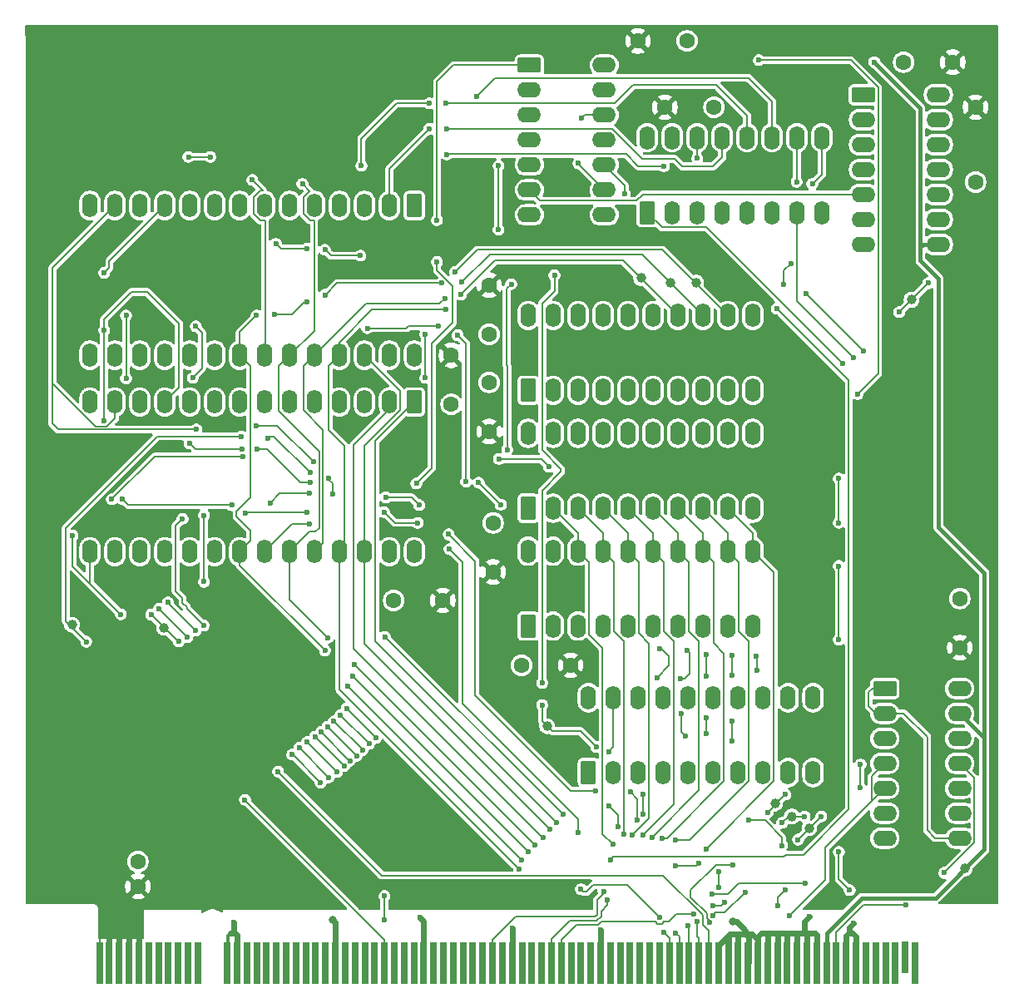
<source format=gbr>
%TF.GenerationSoftware,KiCad,Pcbnew,9.0.5*%
%TF.CreationDate,2025-11-19T18:12:50+02:00*%
%TF.ProjectId,core_2,636f7265-5f32-42e6-9b69-6361645f7063,rev?*%
%TF.SameCoordinates,Original*%
%TF.FileFunction,Copper,L1,Top*%
%TF.FilePolarity,Positive*%
%FSLAX46Y46*%
G04 Gerber Fmt 4.6, Leading zero omitted, Abs format (unit mm)*
G04 Created by KiCad (PCBNEW 9.0.5) date 2025-11-19 18:12:50*
%MOMM*%
%LPD*%
G01*
G04 APERTURE LIST*
G04 Aperture macros list*
%AMRoundRect*
0 Rectangle with rounded corners*
0 $1 Rounding radius*
0 $2 $3 $4 $5 $6 $7 $8 $9 X,Y pos of 4 corners*
0 Add a 4 corners polygon primitive as box body*
4,1,4,$2,$3,$4,$5,$6,$7,$8,$9,$2,$3,0*
0 Add four circle primitives for the rounded corners*
1,1,$1+$1,$2,$3*
1,1,$1+$1,$4,$5*
1,1,$1+$1,$6,$7*
1,1,$1+$1,$8,$9*
0 Add four rect primitives between the rounded corners*
20,1,$1+$1,$2,$3,$4,$5,0*
20,1,$1+$1,$4,$5,$6,$7,0*
20,1,$1+$1,$6,$7,$8,$9,0*
20,1,$1+$1,$8,$9,$2,$3,0*%
G04 Aperture macros list end*
%TA.AperFunction,SMDPad,CuDef*%
%ADD10C,1.000000*%
%TD*%
%TA.AperFunction,ComponentPad*%
%ADD11RoundRect,0.250000X-0.550000X0.950000X-0.550000X-0.950000X0.550000X-0.950000X0.550000X0.950000X0*%
%TD*%
%TA.AperFunction,ComponentPad*%
%ADD12O,1.600000X2.400000*%
%TD*%
%TA.AperFunction,ComponentPad*%
%ADD13C,1.600000*%
%TD*%
%TA.AperFunction,ComponentPad*%
%ADD14RoundRect,0.250000X0.550000X-0.950000X0.550000X0.950000X-0.550000X0.950000X-0.550000X-0.950000X0*%
%TD*%
%TA.AperFunction,ComponentPad*%
%ADD15RoundRect,0.250000X-0.950000X-0.550000X0.950000X-0.550000X0.950000X0.550000X-0.950000X0.550000X0*%
%TD*%
%TA.AperFunction,ComponentPad*%
%ADD16O,2.400000X1.600000*%
%TD*%
%TA.AperFunction,ConnectorPad*%
%ADD17R,0.700000X4.300000*%
%TD*%
%TA.AperFunction,ConnectorPad*%
%ADD18R,0.700000X3.200000*%
%TD*%
%TA.AperFunction,ViaPad*%
%ADD19C,0.600000*%
%TD*%
%TA.AperFunction,ViaPad*%
%ADD20C,0.800000*%
%TD*%
%TA.AperFunction,Conductor*%
%ADD21C,0.200000*%
%TD*%
%TA.AperFunction,Conductor*%
%ADD22C,0.600000*%
%TD*%
%TA.AperFunction,Conductor*%
%ADD23C,0.300000*%
%TD*%
%TA.AperFunction,Conductor*%
%ADD24C,0.400000*%
%TD*%
G04 APERTURE END LIST*
D10*
%TO.P,SignO1,1,1*%
%TO.N,/STATE8*%
X248070000Y-38380000D03*
%TD*%
D11*
%TO.P,TABLE7,1,A14*%
%TO.N,/STATE14*%
X225000000Y-51000000D03*
D12*
%TO.P,TABLE7,2,A12*%
%TO.N,/STATE12*%
X222460000Y-51000000D03*
%TO.P,TABLE7,3,A7*%
%TO.N,/STATE7*%
X219920000Y-51000000D03*
%TO.P,TABLE7,4,A6*%
%TO.N,/STATE6*%
X217380000Y-51000000D03*
%TO.P,TABLE7,5,A5*%
%TO.N,/STATE5*%
X214840000Y-51000000D03*
%TO.P,TABLE7,6,A4*%
%TO.N,/STATE4*%
X212300000Y-51000000D03*
%TO.P,TABLE7,7,A3*%
%TO.N,/STATE3*%
X209760000Y-51000000D03*
%TO.P,TABLE7,8,A2*%
%TO.N,/STATE2*%
X207220000Y-51000000D03*
%TO.P,TABLE7,9,A1*%
%TO.N,/STATE1*%
X204680000Y-51000000D03*
%TO.P,TABLE7,10,A0*%
%TO.N,/STATE0*%
X202140000Y-51000000D03*
%TO.P,TABLE7,11,D0*%
%TO.N,/IntEnable*%
X199600000Y-51000000D03*
%TO.P,TABLE7,12,D1*%
%TO.N,/~{IntDisable}*%
X197060000Y-51000000D03*
%TO.P,TABLE7,13,D2*%
%TO.N,/AddrDecrement*%
X194520000Y-51000000D03*
%TO.P,TABLE7,14,GND*%
%TO.N,GND*%
X191980000Y-51000000D03*
%TO.P,TABLE7,15,D3*%
%TO.N,/AddrIncrement*%
X191980000Y-66240000D03*
%TO.P,TABLE7,16,D4*%
%TO.N,unconnected-(TABLE7-D4-Pad16)*%
X194520000Y-66240000D03*
%TO.P,TABLE7,17,D5*%
%TO.N,unconnected-(TABLE7-D5-Pad17)*%
X197060000Y-66240000D03*
%TO.P,TABLE7,18,D6*%
%TO.N,unconnected-(TABLE7-D6-Pad18)*%
X199600000Y-66240000D03*
%TO.P,TABLE7,19,D7*%
%TO.N,unconnected-(TABLE7-D7-Pad19)*%
X202140000Y-66240000D03*
%TO.P,TABLE7,20,~{CS}*%
%TO.N,GND*%
X204680000Y-66240000D03*
%TO.P,TABLE7,21,A10*%
%TO.N,/STATE10*%
X207220000Y-66240000D03*
%TO.P,TABLE7,22,~{OE}*%
%TO.N,/STATE15*%
X209760000Y-66240000D03*
%TO.P,TABLE7,23,A11*%
%TO.N,/STATE11*%
X212300000Y-66240000D03*
%TO.P,TABLE7,24,A9*%
%TO.N,/STATE9*%
X214840000Y-66240000D03*
%TO.P,TABLE7,25,A8*%
%TO.N,/STATE8*%
X217380000Y-66240000D03*
%TO.P,TABLE7,26,A13*%
%TO.N,/STATE13*%
X219920000Y-66240000D03*
%TO.P,TABLE7,27,~{WE}*%
%TO.N,GND*%
X222460000Y-66240000D03*
%TO.P,TABLE7,28,VCC*%
%TO.N,VCC*%
X225000000Y-66240000D03*
%TD*%
D13*
%TO.P,C4,1*%
%TO.N,VCC*%
X196850000Y-100300000D03*
%TO.P,C4,2*%
%TO.N,GND*%
X196850000Y-97800000D03*
%TD*%
D14*
%TO.P,U2,1,OE*%
%TO.N,GND*%
X236570000Y-49810000D03*
D12*
%TO.P,U2,2,D0*%
%TO.N,Net-(B_IN0-A0)*%
X239110000Y-49810000D03*
%TO.P,U2,3,D1*%
%TO.N,Net-(B_IN0-A1)*%
X241650000Y-49810000D03*
%TO.P,U2,4,D2*%
%TO.N,Net-(B_IN0-A2)*%
X244190000Y-49810000D03*
%TO.P,U2,5,D3*%
%TO.N,Net-(B_IN0-A3)*%
X246730000Y-49810000D03*
%TO.P,U2,6,D4*%
%TO.N,Net-(B_IN0-A4)*%
X249270000Y-49810000D03*
%TO.P,U2,7,D5*%
%TO.N,Net-(B_IN0-A5)*%
X251810000Y-49810000D03*
%TO.P,U2,8,D6*%
%TO.N,Net-(B_IN0-A6)*%
X254350000Y-49810000D03*
%TO.P,U2,9,D7*%
%TO.N,Net-(B_IN0-A7)*%
X256890000Y-49810000D03*
%TO.P,U2,10,GND*%
%TO.N,GND*%
X259430000Y-49810000D03*
%TO.P,U2,11,Cp*%
%TO.N,Net-(U2-Cp)*%
X259430000Y-42190000D03*
%TO.P,U2,12,Q7*%
%TO.N,/STATE10*%
X256890000Y-42190000D03*
%TO.P,U2,13,Q6*%
%TO.N,/STATE9*%
X254350000Y-42190000D03*
%TO.P,U2,14,Q5*%
%TO.N,/STATE8*%
X251810000Y-42190000D03*
%TO.P,U2,15,Q4*%
%TO.N,Net-(B_OUT0-B4)*%
X249270000Y-42190000D03*
%TO.P,U2,16,Q3*%
%TO.N,Net-(B_OUT0-B3)*%
X246730000Y-42190000D03*
%TO.P,U2,17,Q2*%
%TO.N,Net-(B_OUT0-B2)*%
X244190000Y-42190000D03*
%TO.P,U2,18,Q1*%
%TO.N,Net-(B_OUT0-B1)*%
X241650000Y-42190000D03*
%TO.P,U2,19,Q0*%
%TO.N,Net-(B_OUT0-B0)*%
X239110000Y-42190000D03*
%TO.P,U2,20,VCC*%
%TO.N,VCC*%
X236570000Y-42190000D03*
%TD*%
D10*
%TO.P,~{CLK}1,1,1*%
%TO.N,/~CLK*%
X281000000Y-98500000D03*
%TD*%
%TO.P,~{OUT_FR}1,1,1*%
%TO.N,/~{OUT_FR}*%
X190150000Y-73675000D03*
%TD*%
D13*
%TO.P,C8,1*%
%TO.N,GND*%
X232600000Y-49000000D03*
%TO.P,C8,2*%
%TO.N,VCC*%
X232600000Y-54000000D03*
%TD*%
%TO.P,C17,1*%
%TO.N,VCC*%
X250500000Y-21000000D03*
%TO.P,C17,2*%
%TO.N,GND*%
X255500000Y-21000000D03*
%TD*%
D14*
%TO.P,STEP1,1,~{MR}*%
%TO.N,Net-(STEP1-~{MR})*%
X248700000Y-31720000D03*
D12*
%TO.P,STEP1,2,CP*%
%TO.N,/Clk*%
X251240000Y-31720000D03*
%TO.P,STEP1,3,D0*%
%TO.N,GND*%
X253780000Y-31720000D03*
%TO.P,STEP1,4,D1*%
X256320000Y-31720000D03*
%TO.P,STEP1,5,D2*%
X258860000Y-31720000D03*
%TO.P,STEP1,6,D3*%
X261400000Y-31720000D03*
%TO.P,STEP1,7,CEP*%
%TO.N,Net-(STEP1-CEP)*%
X263940000Y-31720000D03*
%TO.P,STEP1,8,GND*%
%TO.N,GND*%
X266480000Y-31720000D03*
%TO.P,STEP1,9,~{PE}*%
%TO.N,/~{SCClear}*%
X266480000Y-24100000D03*
%TO.P,STEP1,10,CET*%
%TO.N,Net-(STEP1-CEP)*%
X263940000Y-24100000D03*
%TO.P,STEP1,11,Q3*%
%TO.N,/STATE14*%
X261400000Y-24100000D03*
%TO.P,STEP1,12,Q2*%
%TO.N,/STATE13*%
X258860000Y-24100000D03*
%TO.P,STEP1,13,Q1*%
%TO.N,/STATE12*%
X256320000Y-24100000D03*
%TO.P,STEP1,14,Q0*%
%TO.N,/STATE11*%
X253780000Y-24100000D03*
%TO.P,STEP1,15,TC*%
%TO.N,unconnected-(STEP1-TC-Pad15)*%
X251240000Y-24100000D03*
%TO.P,STEP1,16,VCC*%
%TO.N,VCC*%
X248700000Y-24100000D03*
%TD*%
D10*
%TO.P,~{CarrIn}1,1,1*%
%TO.N,/~{CarryIn}*%
X263400000Y-93200000D03*
%TD*%
D13*
%TO.P,C11,1*%
%TO.N,VCC*%
X247750000Y-14250000D03*
%TO.P,C11,2*%
%TO.N,GND*%
X252750000Y-14250000D03*
%TD*%
D10*
%TO.P,~{ENBL}1,1,1*%
%TO.N,Net-(U2-Cp)*%
X275600000Y-40600000D03*
%TD*%
D13*
%TO.P,C9,1*%
%TO.N,GND*%
X233000000Y-63300000D03*
%TO.P,C9,2*%
%TO.N,VCC*%
X233000000Y-68300000D03*
%TD*%
D10*
%TO.P,ZerroIn1,1,1*%
%TO.N,/ZeroIn*%
X265200000Y-94400000D03*
%TD*%
D15*
%TO.P,U5,1*%
%TO.N,Net-(U5-Pad1)*%
X272880000Y-80160000D03*
D16*
%TO.P,U5,2*%
X272880000Y-82700000D03*
%TO.P,U5,3*%
%TO.N,Net-(STEP1-CEP)*%
X272880000Y-85240000D03*
%TO.P,U5,4*%
%TO.N,/Reset*%
X272880000Y-87780000D03*
%TO.P,U5,5*%
X272880000Y-90320000D03*
%TO.P,U5,6*%
%TO.N,Net-(STEP1-~{MR})*%
X272880000Y-92860000D03*
%TO.P,U5,7,GND*%
%TO.N,GND*%
X272880000Y-95400000D03*
%TO.P,U5,8*%
%TO.N,Net-(U5-Pad1)*%
X280500000Y-95400000D03*
%TO.P,U5,9*%
%TO.N,/~{Halt}*%
X280500000Y-92860000D03*
%TO.P,U5,10*%
%TO.N,/~{Wait}*%
X280500000Y-90320000D03*
%TO.P,U5,11*%
%TO.N,Net-(BC1-PULSE)*%
X280500000Y-87780000D03*
%TO.P,U5,12*%
%TO.N,Net-(U1-Pad8)*%
X280500000Y-85240000D03*
%TO.P,U5,13*%
%TO.N,/~CLK*%
X280500000Y-82700000D03*
%TO.P,U5,14,VCC*%
%TO.N,VCC*%
X280500000Y-80160000D03*
%TD*%
D13*
%TO.P,C12,1*%
%TO.N,VCC*%
X279800000Y-16400000D03*
%TO.P,C12,2*%
%TO.N,GND*%
X274800000Y-16400000D03*
%TD*%
%TO.P,C7,1*%
%TO.N,GND*%
X232600000Y-44100000D03*
%TO.P,C7,2*%
%TO.N,VCC*%
X232600000Y-39100000D03*
%TD*%
D11*
%TO.P,TABLE8,1,A14*%
%TO.N,/STATE14*%
X225000000Y-31000000D03*
D12*
%TO.P,TABLE8,2,A12*%
%TO.N,/STATE12*%
X222460000Y-31000000D03*
%TO.P,TABLE8,3,A7*%
%TO.N,/STATE7*%
X219920000Y-31000000D03*
%TO.P,TABLE8,4,A6*%
%TO.N,/STATE6*%
X217380000Y-31000000D03*
%TO.P,TABLE8,5,A5*%
%TO.N,/STATE5*%
X214840000Y-31000000D03*
%TO.P,TABLE8,6,A4*%
%TO.N,/STATE4*%
X212300000Y-31000000D03*
%TO.P,TABLE8,7,A3*%
%TO.N,/STATE3*%
X209760000Y-31000000D03*
%TO.P,TABLE8,8,A2*%
%TO.N,/STATE2*%
X207220000Y-31000000D03*
%TO.P,TABLE8,9,A1*%
%TO.N,/STATE1*%
X204680000Y-31000000D03*
%TO.P,TABLE8,10,A0*%
%TO.N,/STATE0*%
X202140000Y-31000000D03*
%TO.P,TABLE8,11,D0*%
%TO.N,/IntEnable*%
X199600000Y-31000000D03*
%TO.P,TABLE8,12,D1*%
%TO.N,/~{IntDisable}*%
X197060000Y-31000000D03*
%TO.P,TABLE8,13,D2*%
%TO.N,/AddrDecrement*%
X194520000Y-31000000D03*
%TO.P,TABLE8,14,GND*%
%TO.N,GND*%
X191980000Y-31000000D03*
%TO.P,TABLE8,15,D3*%
%TO.N,/AddrIncrement*%
X191980000Y-46240000D03*
%TO.P,TABLE8,16,D4*%
%TO.N,unconnected-(TABLE8-D4-Pad16)*%
X194520000Y-46240000D03*
%TO.P,TABLE8,17,D5*%
%TO.N,unconnected-(TABLE8-D5-Pad17)*%
X197060000Y-46240000D03*
%TO.P,TABLE8,18,D6*%
%TO.N,unconnected-(TABLE8-D6-Pad18)*%
X199600000Y-46240000D03*
%TO.P,TABLE8,19,D7*%
%TO.N,unconnected-(TABLE8-D7-Pad19)*%
X202140000Y-46240000D03*
%TO.P,TABLE8,20,~{CS}*%
%TO.N,GND*%
X204680000Y-46240000D03*
%TO.P,TABLE8,21,A10*%
%TO.N,/STATE10*%
X207220000Y-46240000D03*
%TO.P,TABLE8,22,~{OE}*%
%TO.N,/STATE16*%
X209760000Y-46240000D03*
%TO.P,TABLE8,23,A11*%
%TO.N,/STATE11*%
X212300000Y-46240000D03*
%TO.P,TABLE8,24,A9*%
%TO.N,/STATE9*%
X214840000Y-46240000D03*
%TO.P,TABLE8,25,A8*%
%TO.N,/STATE8*%
X217380000Y-46240000D03*
%TO.P,TABLE8,26,A13*%
%TO.N,/STATE13*%
X219920000Y-46240000D03*
%TO.P,TABLE8,27,~{WE}*%
%TO.N,GND*%
X222460000Y-46240000D03*
%TO.P,TABLE8,28,VCC*%
%TO.N,VCC*%
X225000000Y-46240000D03*
%TD*%
D13*
%TO.P,C2,1*%
%TO.N,VCC*%
X228750000Y-46250000D03*
%TO.P,C2,2*%
%TO.N,GND*%
X228750000Y-51250000D03*
%TD*%
D14*
%TO.P,B_IN1,1,A->B*%
%TO.N,GND*%
X236570000Y-73810000D03*
D12*
%TO.P,B_IN1,2,A0*%
%TO.N,Net-(B_IN0-A0)*%
X239110000Y-73810000D03*
%TO.P,B_IN1,3,A1*%
%TO.N,Net-(B_IN0-A1)*%
X241650000Y-73810000D03*
%TO.P,B_IN1,4,A2*%
%TO.N,Net-(B_IN0-A2)*%
X244190000Y-73810000D03*
%TO.P,B_IN1,5,A3*%
%TO.N,Net-(B_IN0-A3)*%
X246730000Y-73810000D03*
%TO.P,B_IN1,6,A4*%
%TO.N,Net-(B_IN0-A4)*%
X249270000Y-73810000D03*
%TO.P,B_IN1,7,A5*%
%TO.N,Net-(B_IN0-A5)*%
X251810000Y-73810000D03*
%TO.P,B_IN1,8,A6*%
%TO.N,Net-(B_IN0-A6)*%
X254350000Y-73810000D03*
%TO.P,B_IN1,9,A7*%
%TO.N,Net-(B_IN0-A7)*%
X256890000Y-73810000D03*
%TO.P,B_IN1,10,GND*%
%TO.N,GND*%
X259430000Y-73810000D03*
%TO.P,B_IN1,11,B7*%
%TO.N,/D7*%
X259430000Y-66190000D03*
%TO.P,B_IN1,12,B6*%
%TO.N,/D6*%
X256890000Y-66190000D03*
%TO.P,B_IN1,13,B5*%
%TO.N,/D5*%
X254350000Y-66190000D03*
%TO.P,B_IN1,14,B4*%
%TO.N,/D4*%
X251810000Y-66190000D03*
%TO.P,B_IN1,15,B3*%
%TO.N,/D3*%
X249270000Y-66190000D03*
%TO.P,B_IN1,16,B2*%
%TO.N,/D2*%
X246730000Y-66190000D03*
%TO.P,B_IN1,17,B1*%
%TO.N,/D1*%
X244190000Y-66190000D03*
%TO.P,B_IN1,18,B0*%
%TO.N,/D0*%
X241650000Y-66190000D03*
%TO.P,B_IN1,19,CE*%
%TO.N,/~{LOAD_FR}*%
X239110000Y-66190000D03*
%TO.P,B_IN1,20,VCC*%
%TO.N,VCC*%
X236570000Y-66190000D03*
%TD*%
D15*
%TO.P,U1,1*%
%TO.N,/STATE15*%
X236700000Y-16720000D03*
D16*
%TO.P,U1,2*%
%TO.N,/STATE16*%
X236700000Y-19260000D03*
%TO.P,U1,3*%
%TO.N,/~{LOAD_FR}*%
X236700000Y-21800000D03*
%TO.P,U1,4*%
%TO.N,Net-(U1-Pad4)*%
X236700000Y-24340000D03*
%TO.P,U1,5*%
%TO.N,/~{UPDATE_FR}*%
X236700000Y-26880000D03*
%TO.P,U1,6*%
%TO.N,Net-(U1-Pad6)*%
X236700000Y-29420000D03*
%TO.P,U1,7,GND*%
%TO.N,GND*%
X236700000Y-31960000D03*
%TO.P,U1,8*%
%TO.N,Net-(U1-Pad8)*%
X244320000Y-31960000D03*
%TO.P,U1,9*%
%TO.N,Net-(U1-Pad12)*%
X244320000Y-29420000D03*
%TO.P,U1,10*%
%TO.N,/Clk*%
X244320000Y-26880000D03*
%TO.P,U1,11*%
%TO.N,/~CLK*%
X244320000Y-24340000D03*
%TO.P,U1,12*%
%TO.N,Net-(U1-Pad12)*%
X244320000Y-21800000D03*
%TO.P,U1,13*%
%TO.N,/Clk*%
X244320000Y-19260000D03*
%TO.P,U1,14,VCC*%
%TO.N,VCC*%
X244320000Y-16720000D03*
%TD*%
D13*
%TO.P,C3,1*%
%TO.N,VCC*%
X280500000Y-76000000D03*
%TO.P,C3,2*%
%TO.N,GND*%
X280500000Y-71000000D03*
%TD*%
D14*
%TO.P,B_OUT0,1,A->B*%
%TO.N,GND*%
X236570000Y-61810000D03*
D12*
%TO.P,B_OUT0,2,A0*%
%TO.N,/D0*%
X239110000Y-61810000D03*
%TO.P,B_OUT0,3,A1*%
%TO.N,/D1*%
X241650000Y-61810000D03*
%TO.P,B_OUT0,4,A2*%
%TO.N,/D2*%
X244190000Y-61810000D03*
%TO.P,B_OUT0,5,A3*%
%TO.N,/D3*%
X246730000Y-61810000D03*
%TO.P,B_OUT0,6,A4*%
%TO.N,/D4*%
X249270000Y-61810000D03*
%TO.P,B_OUT0,7,A5*%
%TO.N,/D5*%
X251810000Y-61810000D03*
%TO.P,B_OUT0,8,A6*%
%TO.N,/D6*%
X254350000Y-61810000D03*
%TO.P,B_OUT0,9,A7*%
%TO.N,/D7*%
X256890000Y-61810000D03*
%TO.P,B_OUT0,10,GND*%
%TO.N,GND*%
X259430000Y-61810000D03*
%TO.P,B_OUT0,11,B7*%
%TO.N,/STATE10*%
X259430000Y-54190000D03*
%TO.P,B_OUT0,12,B6*%
%TO.N,/STATE9*%
X256890000Y-54190000D03*
%TO.P,B_OUT0,13,B5*%
%TO.N,/STATE8*%
X254350000Y-54190000D03*
%TO.P,B_OUT0,14,B4*%
%TO.N,Net-(B_OUT0-B4)*%
X251810000Y-54190000D03*
%TO.P,B_OUT0,15,B3*%
%TO.N,Net-(B_OUT0-B3)*%
X249270000Y-54190000D03*
%TO.P,B_OUT0,16,B2*%
%TO.N,Net-(B_OUT0-B2)*%
X246730000Y-54190000D03*
%TO.P,B_OUT0,17,B1*%
%TO.N,Net-(B_OUT0-B1)*%
X244190000Y-54190000D03*
%TO.P,B_OUT0,18,B0*%
%TO.N,Net-(B_OUT0-B0)*%
X241650000Y-54190000D03*
%TO.P,B_OUT0,19,CE*%
%TO.N,/~{OUT_FR}*%
X239110000Y-54190000D03*
%TO.P,B_OUT0,20,VCC*%
%TO.N,VCC*%
X236570000Y-54190000D03*
%TD*%
D13*
%TO.P,C6,1*%
%TO.N,GND*%
X235900000Y-77800000D03*
%TO.P,C6,2*%
%TO.N,VCC*%
X240900000Y-77800000D03*
%TD*%
%TO.P,R2,1*%
%TO.N,VCC*%
X282100000Y-20990000D03*
%TO.P,R2,2*%
%TO.N,Net-(R2-Pad2)*%
X282100000Y-28610000D03*
%TD*%
D10*
%TO.P,PWR1,1,1*%
%TO.N,VCC*%
X190500000Y-99450000D03*
%TD*%
D14*
%TO.P,B_IN0,1,A->B*%
%TO.N,GND*%
X242720000Y-88720000D03*
D12*
%TO.P,B_IN0,2,A0*%
%TO.N,Net-(B_IN0-A0)*%
X245260000Y-88720000D03*
%TO.P,B_IN0,3,A1*%
%TO.N,Net-(B_IN0-A1)*%
X247800000Y-88720000D03*
%TO.P,B_IN0,4,A2*%
%TO.N,Net-(B_IN0-A2)*%
X250340000Y-88720000D03*
%TO.P,B_IN0,5,A3*%
%TO.N,Net-(B_IN0-A3)*%
X252880000Y-88720000D03*
%TO.P,B_IN0,6,A4*%
%TO.N,Net-(B_IN0-A4)*%
X255420000Y-88720000D03*
%TO.P,B_IN0,7,A5*%
%TO.N,Net-(B_IN0-A5)*%
X257960000Y-88720000D03*
%TO.P,B_IN0,8,A6*%
%TO.N,Net-(B_IN0-A6)*%
X260500000Y-88720000D03*
%TO.P,B_IN0,9,A7*%
%TO.N,Net-(B_IN0-A7)*%
X263040000Y-88720000D03*
%TO.P,B_IN0,10,GND*%
%TO.N,GND*%
X265580000Y-88720000D03*
%TO.P,B_IN0,11,B7*%
%TO.N,/ZeroIn*%
X265580000Y-81100000D03*
%TO.P,B_IN0,12,B6*%
%TO.N,/~{CarryIn}*%
X263040000Y-81100000D03*
%TO.P,B_IN0,13,B5*%
%TO.N,/SignIn*%
X260500000Y-81100000D03*
%TO.P,B_IN0,14,B4*%
%TO.N,GND*%
X257960000Y-81100000D03*
%TO.P,B_IN0,15,B3*%
X255420000Y-81100000D03*
%TO.P,B_IN0,16,B2*%
X252880000Y-81100000D03*
%TO.P,B_IN0,17,B1*%
X250340000Y-81100000D03*
%TO.P,B_IN0,18,B0*%
X247800000Y-81100000D03*
%TO.P,B_IN0,19,CE*%
%TO.N,/~{UPDATE_FR}*%
X245260000Y-81100000D03*
%TO.P,B_IN0,20,VCC*%
%TO.N,VCC*%
X242720000Y-81100000D03*
%TD*%
D10*
%TO.P,~{L_FR}1,1,1*%
%TO.N,/~{LOAD_FR}*%
X199500000Y-74000000D03*
%TD*%
%TO.P,~{SignIn}1,1,1*%
%TO.N,/SignIn*%
X261700000Y-91875000D03*
%TD*%
D15*
%TO.P,U3,1*%
%TO.N,unconnected-(U3-Pad1)*%
X270700000Y-19720000D03*
D16*
%TO.P,U3,2*%
%TO.N,Net-(R2-Pad2)*%
X270700000Y-22260000D03*
%TO.P,U3,3*%
X270700000Y-24800000D03*
%TO.P,U3,4*%
%TO.N,Net-(U3-Pad4)*%
X270700000Y-27340000D03*
%TO.P,U3,5*%
%TO.N,Net-(U1-Pad6)*%
X270700000Y-29880000D03*
%TO.P,U3,6*%
%TO.N,Net-(U1-Pad4)*%
X270700000Y-32420000D03*
%TO.P,U3,7,GND*%
%TO.N,GND*%
X270700000Y-34960000D03*
%TO.P,U3,8*%
%TO.N,/~CLK*%
X278320000Y-34960000D03*
%TO.P,U3,9*%
%TO.N,Net-(U3-Pad4)*%
X278320000Y-32420000D03*
%TO.P,U3,10*%
%TO.N,Net-(U2-Cp)*%
X278320000Y-29880000D03*
%TO.P,U3,11*%
%TO.N,Net-(R2-Pad2)*%
X278320000Y-27340000D03*
%TO.P,U3,12*%
X278320000Y-24800000D03*
%TO.P,U3,13*%
%TO.N,unconnected-(U3-Pad13)*%
X278320000Y-22260000D03*
%TO.P,U3,14,VCC*%
%TO.N,VCC*%
X278320000Y-19720000D03*
%TD*%
D17*
%TO.P,BC1,B1,VCC*%
%TO.N,VCC*%
X192950000Y-108100000D03*
%TO.P,BC1,B2,VCC*%
X193950000Y-108100000D03*
%TO.P,BC1,B3,VCC*%
X194950000Y-108100000D03*
%TO.P,BC1,B4,VCC*%
X195950000Y-108100000D03*
%TO.P,BC1,B5,VCC*%
X196950000Y-108100000D03*
%TO.P,BC1,B6*%
%TO.N,N/C*%
X197950000Y-108100000D03*
%TO.P,BC1,B7*%
X198950000Y-108100000D03*
%TO.P,BC1,B8*%
X199950000Y-108100000D03*
%TO.P,BC1,B9*%
X200950000Y-108100000D03*
%TO.P,BC1,B10*%
X201950000Y-108100000D03*
%TO.P,BC1,B11*%
X202950000Y-108100000D03*
%TO.P,BC1,B12,GND*%
%TO.N,GND*%
X205950000Y-108100000D03*
%TO.P,BC1,B13,GND*%
X206950000Y-108100000D03*
%TO.P,BC1,B14,~{RMEM}*%
%TO.N,unconnected-(BC1-~{RMEM}-PadB14)*%
X207950000Y-108100000D03*
%TO.P,BC1,B15,~{RSPH}*%
%TO.N,unconnected-(BC1-~{RSPH}-PadB15)*%
X208950000Y-108100000D03*
%TO.P,BC1,B16,~{RSPL}*%
%TO.N,unconnected-(BC1-~{RSPL}-PadB16)*%
X209950000Y-108100000D03*
%TO.P,BC1,B17,~{RPCH}*%
%TO.N,unconnected-(BC1-~{RPCH}-PadB17)*%
X210950000Y-108100000D03*
%TO.P,BC1,B18,~{RPCL}*%
%TO.N,unconnected-(BC1-~{RPCL}-PadB18)*%
X211950000Y-108100000D03*
%TO.P,BC1,B19,~{RARGH}*%
%TO.N,unconnected-(BC1-~{RARGH}-PadB19)*%
X212950000Y-108100000D03*
%TO.P,BC1,B20,~{RARGL}*%
%TO.N,unconnected-(BC1-~{RARGL}-PadB20)*%
X213950000Y-108100000D03*
%TO.P,BC1,B21,~{RAC}*%
%TO.N,unconnected-(BC1-~{RAC}-PadB21)*%
X214950000Y-108100000D03*
%TO.P,BC1,B22,~{RXH}*%
%TO.N,unconnected-(BC1-~{RXH}-PadB22)*%
X215950000Y-108100000D03*
%TO.P,BC1,B23,GND*%
%TO.N,GND*%
X216950000Y-108100000D03*
%TO.P,BC1,B24,~{RYL}*%
%TO.N,unconnected-(BC1-~{RYL}-PadB24)*%
X217950000Y-108100000D03*
%TO.P,BC1,B25,~{RYH}*%
%TO.N,unconnected-(BC1-~{RYH}-PadB25)*%
X218950000Y-108100000D03*
%TO.P,BC1,B26,~{RZL}*%
%TO.N,unconnected-(BC1-~{RZL}-PadB26)*%
X219950000Y-108100000D03*
%TO.P,BC1,B27,~{RZH}*%
%TO.N,unconnected-(BC1-~{RZH}-PadB27)*%
X220950000Y-108100000D03*
%TO.P,BC1,B28,~{RFR}*%
%TO.N,/~{OUT_FR}*%
X221950000Y-108100000D03*
%TO.P,BC1,B29,~{RCONST}*%
%TO.N,unconnected-(BC1-~{RCONST}-PadB29)*%
X222950000Y-108100000D03*
%TO.P,BC1,B30,~{RALU}*%
%TO.N,unconnected-(BC1-~{RALU}-PadB30)*%
X223950000Y-108100000D03*
%TO.P,BC1,B31,~{RINTC}*%
%TO.N,unconnected-(BC1-~{RINTC}-PadB31)*%
X224950000Y-108100000D03*
%TO.P,BC1,B32,GND*%
%TO.N,GND*%
X225950000Y-108100000D03*
%TO.P,BC1,B33,L0*%
%TO.N,unconnected-(BC1-L0-PadB33)*%
X226950000Y-108100000D03*
%TO.P,BC1,B34,L1*%
%TO.N,unconnected-(BC1-L1-PadB34)*%
X227950000Y-108100000D03*
%TO.P,BC1,B35,L2*%
%TO.N,unconnected-(BC1-L2-PadB35)*%
X228950000Y-108100000D03*
%TO.P,BC1,B36,L3*%
%TO.N,unconnected-(BC1-L3-PadB36)*%
X229950000Y-108100000D03*
%TO.P,BC1,B37,ALUM*%
%TO.N,unconnected-(BC1-ALUM-PadB37)*%
X230950000Y-108100000D03*
%TO.P,BC1,B38,~{ALUCI}*%
%TO.N,unconnected-(BC1-~{ALUCI}-PadB38)*%
X231950000Y-108100000D03*
%TO.P,BC1,B39,FRUpd*%
%TO.N,/~{UPDATE_FR}*%
X232950000Y-108100000D03*
%TO.P,BC1,B40,R0*%
%TO.N,unconnected-(BC1-R0-PadB40)*%
X233950000Y-108100000D03*
%TO.P,BC1,B41,GND*%
%TO.N,GND*%
X234950000Y-108100000D03*
%TO.P,BC1,B42,R1*%
%TO.N,unconnected-(BC1-R1-PadB42)*%
X235950000Y-108100000D03*
%TO.P,BC1,B43,R2*%
%TO.N,unconnected-(BC1-R2-PadB43)*%
X236950000Y-108100000D03*
%TO.P,BC1,B44,R3*%
%TO.N,unconnected-(BC1-R3-PadB44)*%
X237950000Y-108100000D03*
%TO.P,BC1,B45,~{SCCLR}*%
%TO.N,/~{SCClear}*%
X238950000Y-108100000D03*
%TO.P,BC1,B46,~{HALT}*%
%TO.N,/~{Halt}*%
X239950000Y-108100000D03*
%TO.P,BC1,B47,PCINC*%
%TO.N,unconnected-(BC1-PCINC-PadB47)*%
X240950000Y-108100000D03*
%TO.P,BC1,B48,ALUS0*%
%TO.N,unconnected-(BC1-ALUS0-PadB48)*%
X241950000Y-108100000D03*
%TO.P,BC1,B49,ALUS1*%
%TO.N,unconnected-(BC1-ALUS1-PadB49)*%
X242950000Y-108100000D03*
%TO.P,BC1,B50,GND*%
%TO.N,GND*%
X243950000Y-108100000D03*
%TO.P,BC1,B51,ALUS2*%
%TO.N,unconnected-(BC1-ALUS2-PadB51)*%
X244950000Y-108100000D03*
%TO.P,BC1,B52,ALUS3*%
%TO.N,unconnected-(BC1-ALUS3-PadB52)*%
X245950000Y-108100000D03*
%TO.P,BC1,B53,SPDEC*%
%TO.N,unconnected-(BC1-SPDEC-PadB53)*%
X246950000Y-108100000D03*
%TO.P,BC1,B54,SPINC*%
%TO.N,unconnected-(BC1-SPINC-PadB54)*%
X247950000Y-108100000D03*
%TO.P,BC1,B55,ACSHLEFT*%
%TO.N,unconnected-(BC1-ACSHLEFT-PadB55)*%
X248950000Y-108100000D03*
%TO.P,BC1,B56,ACSHRIGHT*%
%TO.N,unconnected-(BC1-ACSHRIGHT-PadB56)*%
X249950000Y-108100000D03*
%TO.P,BC1,B57,INTE*%
%TO.N,/IntEnable*%
X250950000Y-108100000D03*
%TO.P,BC1,B58,~{INTD}*%
%TO.N,/~{IntDisable}*%
X251950000Y-108100000D03*
%TO.P,BC1,B59,GND*%
%TO.N,GND*%
X252950000Y-108100000D03*
%TO.P,BC1,B60,ADRDEC*%
%TO.N,/AddrDecrement*%
X253950000Y-108100000D03*
%TO.P,BC1,B61,ADDRINC*%
%TO.N,/AddrIncrement*%
X254950000Y-108100000D03*
%TO.P,BC1,B62,GND*%
%TO.N,GND*%
X255950000Y-108100000D03*
%TO.P,BC1,B63,GND*%
X256950000Y-108100000D03*
%TO.P,BC1,B64,GND*%
X257950000Y-108100000D03*
%TO.P,BC1,B65,GND*%
X258950000Y-108100000D03*
%TO.P,BC1,B66,GND*%
X259950000Y-108100000D03*
%TO.P,BC1,B67,GND*%
X260950000Y-108100000D03*
%TO.P,BC1,B68,GND*%
X261950000Y-108100000D03*
%TO.P,BC1,B69,GND*%
X262950000Y-108100000D03*
%TO.P,BC1,B70,GND*%
X263950000Y-108100000D03*
%TO.P,BC1,B71,GND*%
X264950000Y-108100000D03*
%TO.P,BC1,B72,GND*%
X265950000Y-108100000D03*
%TO.P,BC1,B73,~{CLK}*%
%TO.N,/~CLK*%
X266950000Y-108100000D03*
%TO.P,BC1,B74,PULSE*%
%TO.N,Net-(BC1-PULSE)*%
X267950000Y-108100000D03*
%TO.P,BC1,B75,GND*%
%TO.N,GND*%
X268950000Y-108100000D03*
%TO.P,BC1,B76,GND*%
X269950000Y-108100000D03*
%TO.P,BC1,B77*%
%TO.N,N/C*%
X270950000Y-108100000D03*
%TO.P,BC1,B78*%
X271950000Y-108100000D03*
%TO.P,BC1,B79,L4*%
%TO.N,unconnected-(BC1-L4-PadB79)*%
X272950000Y-108100000D03*
%TO.P,BC1,B80,R4*%
%TO.N,unconnected-(BC1-R4-PadB80)*%
X273950000Y-108100000D03*
D18*
%TO.P,BC1,B81*%
%TO.N,N/C*%
X274950000Y-107550000D03*
D17*
%TO.P,BC1,B82*%
X275950000Y-108100000D03*
%TD*%
D10*
%TO.P,ZerroO1,1,1*%
%TO.N,/STATE10*%
X253675000Y-38850000D03*
%TD*%
%TO.P,~{UPD_FR}1,1,1*%
%TO.N,/~{UPDATE_FR}*%
X238500000Y-84000000D03*
%TD*%
D13*
%TO.P,C1,1*%
%TO.N,VCC*%
X227900000Y-71200000D03*
%TO.P,C1,2*%
%TO.N,GND*%
X222900000Y-71200000D03*
%TD*%
D10*
%TO.P,CarryO1,1,1*%
%TO.N,/STATE9*%
X251100000Y-38900000D03*
%TD*%
D19*
%TO.N,/D6*%
X251600000Y-95600000D03*
%TO.N,/STATE6*%
X220400000Y-85800000D03*
X217475000Y-82875000D03*
%TO.N,VCC*%
X194950000Y-104950000D03*
X196525000Y-105175000D03*
X193400000Y-105000000D03*
X194650000Y-103850000D03*
X194100000Y-104950000D03*
X194650000Y-102800000D03*
%TO.N,GND*%
X243970051Y-104741002D03*
X264850000Y-105100000D03*
X258050000Y-105200000D03*
D20*
X216700000Y-103700000D03*
D19*
X206600000Y-104000000D03*
X265200000Y-103400000D03*
X269724265Y-104024265D03*
D20*
X257400000Y-103900000D03*
D19*
X225600000Y-103500000D03*
X234950000Y-104600000D03*
X252800000Y-104300000D03*
%TO.N,/~{LOAD_FR}*%
X221950000Y-103700000D03*
X233550000Y-33450000D03*
X221950000Y-101300000D03*
X207574265Y-56574265D03*
X231543525Y-59206475D03*
X214400000Y-58200000D03*
X215450000Y-89750000D03*
X212550000Y-86900000D03*
X233550000Y-26950000D03*
X233793525Y-61456475D03*
X210100000Y-54700000D03*
X201013525Y-75363525D03*
X234850000Y-39000000D03*
X198200000Y-72650000D03*
X234450000Y-55850000D03*
X194200000Y-60900000D03*
%TO.N,/STATE10*%
X227751470Y-38900000D03*
X229150000Y-37750000D03*
X214100000Y-40800000D03*
X208921000Y-42200000D03*
X236600000Y-96800000D03*
X210800000Y-42100000D03*
X218700000Y-78900000D03*
X215900000Y-40100000D03*
X215900000Y-76300000D03*
%TO.N,/D5*%
X250200000Y-95400000D03*
%TO.N,/IntEnable*%
X195300000Y-60900000D03*
X214100000Y-62200000D03*
X207800000Y-62300000D03*
X241951000Y-100600000D03*
X193419000Y-43700000D03*
X193419000Y-52900000D03*
X206400000Y-61500000D03*
X250350000Y-105024265D03*
X249951000Y-103500000D03*
X225350000Y-63300000D03*
X221900000Y-62200000D03*
X193419000Y-37850000D03*
X228575000Y-65975000D03*
X241650000Y-94800000D03*
%TO.N,/STATE8*%
X235650000Y-98550000D03*
X228200000Y-41600000D03*
X229750000Y-40050000D03*
%TO.N,/~{OUT_FR}*%
X207400000Y-54500000D03*
X238700000Y-57600000D03*
X191600000Y-75400000D03*
X208921000Y-53400000D03*
X214700000Y-57100000D03*
X207750000Y-91500000D03*
X233600000Y-56800000D03*
%TO.N,/~CLK*%
X271800000Y-16400000D03*
%TO.N,/STATE5*%
X216800000Y-83500000D03*
X219700000Y-86450000D03*
%TO.N,/STATE12*%
X238100000Y-95300000D03*
X226500000Y-23200000D03*
X228300000Y-23200000D03*
%TO.N,/D2*%
X247200000Y-95100000D03*
%TO.N,/AddrIncrement*%
X211125000Y-88625000D03*
X190200000Y-64600000D03*
X195125000Y-72625000D03*
%TO.N,/STATE2*%
X203550000Y-73750000D03*
X217850000Y-88050000D03*
X214875000Y-85075000D03*
X201400000Y-62900000D03*
%TO.N,/D4*%
X249200000Y-95300000D03*
%TO.N,/Reset*%
X263200000Y-103300000D03*
%TO.N,/STATE3*%
X215511932Y-84590932D03*
X203579000Y-62550000D03*
X218440790Y-87510583D03*
X203579000Y-69300000D03*
%TO.N,/~{IntDisable}*%
X204227049Y-26050000D03*
X245700000Y-94200000D03*
X219500000Y-36100000D03*
X195650000Y-48600000D03*
X215900000Y-35500000D03*
X251550000Y-105107334D03*
X253900000Y-98000000D03*
X229400000Y-44200000D03*
X230250000Y-59100000D03*
X195650000Y-42200000D03*
X210900000Y-34900000D03*
X244759000Y-92125000D03*
X214100000Y-35400000D03*
X227400000Y-43300000D03*
X220200000Y-43500000D03*
X202000000Y-26050000D03*
X251550000Y-98200000D03*
%TO.N,/SignIn*%
X255950000Y-98800000D03*
X260958525Y-92758525D03*
X255950000Y-100400000D03*
X262758525Y-90958525D03*
%TO.N,/~{Halt}*%
X264800000Y-100000000D03*
X255300000Y-101100000D03*
X253434370Y-103150000D03*
%TO.N,/~{Wait}*%
X261950000Y-102300000D03*
X262750000Y-100650000D03*
%TO.N,/D7*%
X254677049Y-96500000D03*
%TO.N,/STATE13*%
X219600000Y-26950000D03*
X238800000Y-94500000D03*
X228200000Y-20600000D03*
X226500000Y-20600000D03*
%TO.N,/STATE7*%
X221075000Y-85175000D03*
X218100000Y-82200000D03*
%TO.N,/AddrDecrement*%
X259000000Y-93600000D03*
X225500000Y-61500000D03*
X216700000Y-60400000D03*
X228475000Y-64475000D03*
X216302000Y-58779236D03*
X222100000Y-60700000D03*
X207486681Y-55779071D03*
X246961000Y-90667522D03*
X202800000Y-53800000D03*
X243400000Y-90600000D03*
X255350000Y-102300000D03*
X209000000Y-55800000D03*
X262400000Y-96150000D03*
X214400000Y-59200000D03*
X247700000Y-93600000D03*
X253748001Y-103885962D03*
X202100000Y-55200000D03*
X256600000Y-101900000D03*
%TO.N,/STATE9*%
X229850000Y-38800000D03*
X235900000Y-97600000D03*
X228075735Y-40475735D03*
X218200000Y-79900000D03*
%TO.N,/D3*%
X248300000Y-95100000D03*
%TO.N,/STATE15*%
X210300000Y-61300000D03*
X227300000Y-36750000D03*
X240100000Y-93000000D03*
X214350000Y-63450000D03*
X222000000Y-74900000D03*
X225200000Y-59300000D03*
X227300000Y-32500000D03*
X214300000Y-60300000D03*
%TO.N,/~{UPDATE_FR}*%
X248300000Y-90900000D03*
X243500000Y-86100000D03*
X244250000Y-100800000D03*
X248300000Y-93000000D03*
X244800000Y-86600000D03*
X238009000Y-79600000D03*
X239250000Y-38100000D03*
X238009000Y-81850000D03*
%TO.N,/D1*%
X246361000Y-95039000D03*
%TO.N,/STATE0*%
X202750000Y-43300000D03*
X199000000Y-72050000D03*
X201875000Y-74925000D03*
X202450000Y-48550000D03*
X213300000Y-86200000D03*
X216300000Y-89200000D03*
%TO.N,/D0*%
X245225000Y-96025000D03*
%TO.N,/STATE14*%
X226101000Y-44100000D03*
X226101000Y-48550000D03*
X231300000Y-19860000D03*
X239500000Y-93800000D03*
%TO.N,/STATE4*%
X216150000Y-84050000D03*
X219125000Y-87025000D03*
%TO.N,/~{CarryIn}*%
X257400000Y-98100000D03*
X262428524Y-93828524D03*
X255000000Y-104000000D03*
X264700000Y-93200000D03*
%TO.N,/ZeroIn*%
X264050000Y-95550000D03*
X258700000Y-100900000D03*
X255350000Y-103280624D03*
X266400000Y-93200000D03*
%TO.N,/~{SCClear}*%
X263300000Y-36900000D03*
X265500000Y-28800000D03*
X262600000Y-39000000D03*
X244619500Y-101669500D03*
X261900000Y-41500000D03*
X244949000Y-97600000D03*
%TO.N,/STATE11*%
X228300000Y-25800000D03*
X213600000Y-28800000D03*
X250400000Y-27000000D03*
X216200000Y-75000000D03*
X218900000Y-77700000D03*
X237300000Y-96100000D03*
X253780000Y-26200000D03*
%TO.N,/STATE1*%
X214075000Y-85625000D03*
X202725000Y-74275000D03*
X217100000Y-88650000D03*
X199925000Y-71400000D03*
%TO.N,Net-(BC1-PULSE)*%
X278928524Y-98928524D03*
X275000000Y-102200000D03*
%TO.N,Net-(B_IN0-A7)*%
X259750000Y-76850000D03*
X259900000Y-78350000D03*
%TO.N,Net-(B_IN0-A3)*%
X249700000Y-79050000D03*
X250000000Y-76150000D03*
%TO.N,Net-(B_IN0-A6)*%
X257300000Y-76760000D03*
X257300000Y-78800000D03*
X257300000Y-83450000D03*
X257300000Y-85500000D03*
%TO.N,Net-(B_IN0-A5)*%
X254700000Y-83150000D03*
X254700000Y-78900000D03*
X254700000Y-84750000D03*
X254700000Y-76700000D03*
%TO.N,Net-(B_IN0-A4)*%
X252750000Y-76300000D03*
X252200000Y-82700000D03*
X252600000Y-85000000D03*
X252100000Y-79150000D03*
%TO.N,Net-(STEP1-CEP)*%
X263900000Y-28600000D03*
X269650000Y-46450000D03*
%TO.N,/Clk*%
X246400000Y-29800000D03*
%TO.N,Net-(STEP1-~{MR})*%
X270400000Y-87900000D03*
X270400000Y-90300000D03*
X268550000Y-47050000D03*
%TO.N,Net-(U1-Pad8)*%
X270700000Y-45800000D03*
X264900000Y-40000000D03*
%TO.N,Net-(U1-Pad12)*%
X241700000Y-26700000D03*
X242000000Y-22100000D03*
%TO.N,Net-(U2-Cp)*%
X277300000Y-38900000D03*
X274350000Y-41850000D03*
%TO.N,/STATE16*%
X270100000Y-50200000D03*
X260050000Y-16200000D03*
X268200000Y-96800000D03*
X268200000Y-58800000D03*
X268200000Y-63300000D03*
X268200000Y-67700000D03*
X269300000Y-100700000D03*
X268200000Y-75200000D03*
X208500000Y-28400000D03*
%TD*%
D21*
%TO.N,/D6*%
X256890000Y-64350000D02*
X254350000Y-61810000D01*
X257991000Y-67291000D02*
X256890000Y-66190000D01*
X257991000Y-74328049D02*
X257991000Y-67291000D01*
X259061000Y-75398049D02*
X257991000Y-74328049D01*
X253037049Y-95600000D02*
X259061000Y-89576049D01*
X256890000Y-66190000D02*
X256890000Y-64350000D01*
X251600000Y-95600000D02*
X253037049Y-95600000D01*
X259061000Y-89576049D02*
X259061000Y-75398049D01*
%TO.N,/STATE6*%
X217475000Y-82875000D02*
X220400000Y-85800000D01*
D22*
%TO.N,VCC*%
X194700000Y-105000000D02*
X195400000Y-105000000D01*
X193200000Y-105000000D02*
X193400000Y-105000000D01*
X193700000Y-105000000D02*
X194700000Y-105000000D01*
X196950000Y-105550000D02*
X196950000Y-108100000D01*
X193400000Y-105000000D02*
X193700000Y-105000000D01*
D21*
X192950000Y-105250000D02*
X193200000Y-105000000D01*
D22*
X193700000Y-105000000D02*
X193950000Y-105250000D01*
X196400000Y-105000000D02*
X196950000Y-105550000D01*
D21*
X225010000Y-46250000D02*
X225000000Y-46240000D01*
X192950000Y-108100000D02*
X192950000Y-105250000D01*
D22*
X194700000Y-102450000D02*
X196850000Y-100300000D01*
X195950000Y-105550000D02*
X195950000Y-108100000D01*
X194700000Y-105000000D02*
X194700000Y-102450000D01*
X194700000Y-105000000D02*
X194950000Y-105250000D01*
X195400000Y-105000000D02*
X195950000Y-105550000D01*
X194950000Y-105250000D02*
X194950000Y-108100000D01*
D21*
X280500000Y-76000000D02*
X280600000Y-76000000D01*
D22*
X193950000Y-105250000D02*
X193950000Y-108100000D01*
D21*
X236380000Y-54000000D02*
X236570000Y-54190000D01*
D22*
X195400000Y-105000000D02*
X196400000Y-105000000D01*
X244615000Y-16425000D02*
X244320000Y-16720000D01*
%TO.N,GND*%
X264700000Y-105100000D02*
X264700000Y-103900000D01*
X265100000Y-105100000D02*
X264950000Y-105250000D01*
D23*
X206051000Y-105349000D02*
X206051000Y-108100000D01*
D22*
X262200000Y-105100000D02*
X261950000Y-105350000D01*
X258700000Y-104800000D02*
X258700000Y-105200000D01*
X265800000Y-105100000D02*
X265950000Y-105250000D01*
X268950000Y-105350000D02*
X268950000Y-108100000D01*
X269200000Y-105100000D02*
X268950000Y-105350000D01*
X261200000Y-105100000D02*
X262200000Y-105100000D01*
X269950000Y-108100000D02*
X269950000Y-105450000D01*
X206800000Y-105100000D02*
X206600000Y-105100000D01*
D21*
X243950000Y-104761053D02*
X243970051Y-104741002D01*
D22*
X261200000Y-105100000D02*
X260950000Y-105350000D01*
X259400000Y-105200000D02*
X259950000Y-105750000D01*
D21*
X252950000Y-104450000D02*
X252800000Y-104300000D01*
D22*
X263950000Y-105350000D02*
X263950000Y-108100000D01*
X258700000Y-105200000D02*
X259400000Y-105200000D01*
X255950000Y-108100000D02*
X255950000Y-106350000D01*
X255950000Y-106350000D02*
X257100000Y-105200000D01*
X262950000Y-105350000D02*
X262950000Y-108100000D01*
X265100000Y-105100000D02*
X265800000Y-105100000D01*
X258700000Y-105200000D02*
X259000000Y-105500000D01*
X259950000Y-105450000D02*
X260300000Y-105100000D01*
X269950000Y-105450000D02*
X269600000Y-105100000D01*
X269300000Y-105100000D02*
X269300000Y-104448530D01*
X257950000Y-105350000D02*
X257950000Y-108100000D01*
X269600000Y-105100000D02*
X269300000Y-105100000D01*
X206950000Y-105250000D02*
X206800000Y-105100000D01*
X206600000Y-105100000D02*
X206600000Y-104000000D01*
X264200000Y-105100000D02*
X263950000Y-105350000D01*
X257400000Y-103900000D02*
X257800000Y-103900000D01*
X259950000Y-105750000D02*
X259950000Y-108100000D01*
X261950000Y-105350000D02*
X261950000Y-108100000D01*
X259000000Y-108050000D02*
X258950000Y-108100000D01*
X225950000Y-103850000D02*
X225600000Y-103500000D01*
X259950000Y-105750000D02*
X259950000Y-105450000D01*
X257800000Y-105200000D02*
X258050000Y-105200000D01*
X259000000Y-105500000D02*
X259000000Y-108050000D01*
X257100000Y-105200000D02*
X257800000Y-105200000D01*
X264200000Y-105100000D02*
X264700000Y-105100000D01*
D21*
X269300000Y-105100000D02*
X269200000Y-105100000D01*
D22*
X225950000Y-108100000D02*
X225950000Y-103850000D01*
X216950000Y-108100000D02*
X216950000Y-103950000D01*
X243950000Y-108100000D02*
X243950000Y-104761053D01*
X257800000Y-105200000D02*
X257950000Y-105350000D01*
X258050000Y-105200000D02*
X258700000Y-105200000D01*
X257800000Y-103900000D02*
X258700000Y-104800000D01*
D21*
X252950000Y-108100000D02*
X252950000Y-104450000D01*
D22*
X263200000Y-105100000D02*
X264200000Y-105100000D01*
D23*
X206300000Y-105100000D02*
X206051000Y-105349000D01*
D22*
X256950000Y-105350000D02*
X257100000Y-105200000D01*
X206950000Y-108100000D02*
X206950000Y-105250000D01*
X234950000Y-108100000D02*
X234950000Y-104598530D01*
X264950000Y-105250000D02*
X264950000Y-108100000D01*
X263200000Y-105100000D02*
X262950000Y-105350000D01*
X262200000Y-105100000D02*
X263200000Y-105100000D01*
X256950000Y-108100000D02*
X256950000Y-105350000D01*
X264700000Y-103900000D02*
X265200000Y-103400000D01*
D21*
X234950000Y-104598530D02*
X234950000Y-104600000D01*
D22*
X260950000Y-105350000D02*
X260950000Y-108100000D01*
X216950000Y-103950000D02*
X216700000Y-103700000D01*
X260300000Y-105100000D02*
X261200000Y-105100000D01*
X265950000Y-105250000D02*
X265950000Y-108100000D01*
X264700000Y-105100000D02*
X265100000Y-105100000D01*
X206600000Y-105100000D02*
X206300000Y-105100000D01*
X269300000Y-104448530D02*
X269724265Y-104024265D01*
D21*
%TO.N,/~{LOAD_FR}*%
X221950000Y-101300000D02*
X221950000Y-103700000D01*
X234400000Y-47250000D02*
X234450000Y-47300000D01*
X210100000Y-54700000D02*
X210300000Y-54500000D01*
X198200000Y-72650000D02*
X200913525Y-75363525D01*
X210300000Y-54500000D02*
X210700000Y-54500000D01*
X194200000Y-60900000D02*
X198525735Y-56574265D01*
X234450000Y-47300000D02*
X234450000Y-55850000D01*
X210700000Y-54500000D02*
X214400000Y-58200000D01*
X198525735Y-56574265D02*
X207574265Y-56574265D01*
X234400000Y-39450000D02*
X234400000Y-47250000D01*
X212600000Y-86900000D02*
X212550000Y-86900000D01*
X215450000Y-89750000D02*
X212600000Y-86900000D01*
X231543525Y-59206475D02*
X233793525Y-61456475D01*
X233550000Y-33450000D02*
X233550000Y-26950000D01*
X200913525Y-75363525D02*
X201013525Y-75363525D01*
X234850000Y-39000000D02*
X234400000Y-39450000D01*
%TO.N,/STATE10*%
X206900000Y-62121000D02*
X208321000Y-60700000D01*
X207220000Y-66240000D02*
X208321000Y-65139000D01*
X207220000Y-46240000D02*
X207220000Y-43901000D01*
X227751470Y-38900000D02*
X217100000Y-38900000D01*
X208321000Y-47341000D02*
X207220000Y-46240000D01*
X208321000Y-65139000D02*
X208321000Y-64100000D01*
X210800000Y-42100000D02*
X212500000Y-42100000D01*
X208321000Y-64100000D02*
X206900000Y-62679000D01*
X236600000Y-96800000D02*
X218700000Y-78900000D01*
X250200000Y-35500000D02*
X256890000Y-42190000D01*
X217100000Y-38900000D02*
X215900000Y-40100000D01*
X229150000Y-37750000D02*
X231400000Y-35500000D01*
X215900000Y-76300000D02*
X207220000Y-67620000D01*
X207220000Y-67620000D02*
X207220000Y-66240000D01*
X206900000Y-62679000D02*
X206900000Y-62121000D01*
X208321000Y-60700000D02*
X208321000Y-47341000D01*
X231400000Y-35500000D02*
X250200000Y-35500000D01*
X207220000Y-43901000D02*
X208921000Y-42200000D01*
X212500000Y-42100000D02*
X213800000Y-40800000D01*
X213800000Y-40800000D02*
X214100000Y-40800000D01*
%TO.N,/D5*%
X250200000Y-95400000D02*
X250697049Y-95400000D01*
X250697049Y-95400000D02*
X256521000Y-89576049D01*
X256521000Y-76620999D02*
X255451000Y-75550999D01*
X255451000Y-67291000D02*
X254350000Y-66190000D01*
X256521000Y-89576049D02*
X256521000Y-76620999D01*
X254350000Y-66190000D02*
X254350000Y-64350000D01*
X254350000Y-64350000D02*
X251810000Y-61810000D01*
X255451000Y-75550999D02*
X255451000Y-67291000D01*
%TO.N,/IntEnable*%
X250950000Y-108100000D02*
X250950000Y-105624265D01*
X229900000Y-81700000D02*
X229900000Y-67300000D01*
X195900000Y-61500000D02*
X195300000Y-60900000D01*
X241951000Y-100600000D02*
X242201000Y-100850000D01*
X193950000Y-36650000D02*
X199600000Y-31000000D01*
X193419000Y-37850000D02*
X193950000Y-37319000D01*
X193419000Y-52900000D02*
X193419000Y-43700000D01*
X242550000Y-100850000D02*
X243201000Y-100199000D01*
X197800000Y-39800000D02*
X201039000Y-43039000D01*
X244299000Y-100199000D02*
X244300000Y-100200000D01*
X210000000Y-62200000D02*
X209900000Y-62200000D01*
X241650000Y-93450000D02*
X229900000Y-81700000D01*
X242201000Y-100850000D02*
X242550000Y-100850000D01*
X243201000Y-100199000D02*
X244299000Y-100199000D01*
X206400000Y-61500000D02*
X195900000Y-61500000D01*
X214100000Y-62200000D02*
X210000000Y-62200000D01*
X223000000Y-63300000D02*
X221900000Y-62200000D01*
X193419000Y-42581000D02*
X196200000Y-39800000D01*
X250950000Y-105624265D02*
X250350000Y-105024265D01*
X193950000Y-37319000D02*
X193950000Y-36650000D01*
X225350000Y-63300000D02*
X223000000Y-63300000D01*
X207900000Y-62200000D02*
X207800000Y-62300000D01*
X196200000Y-39800000D02*
X197800000Y-39800000D01*
X193419000Y-43700000D02*
X193419000Y-42581000D01*
X246651000Y-100200000D02*
X249951000Y-103500000D01*
X244300000Y-100200000D02*
X246651000Y-100200000D01*
X241650000Y-94750000D02*
X241650000Y-93450000D01*
X209900000Y-62200000D02*
X207900000Y-62200000D01*
X201039000Y-49561000D02*
X199600000Y-51000000D01*
X201039000Y-43039000D02*
X201039000Y-49561000D01*
X229900000Y-67300000D02*
X228575000Y-65975000D01*
%TO.N,/STATE8*%
X217901000Y-65719000D02*
X217901000Y-55450949D01*
X217901000Y-55450949D02*
X216279000Y-53828949D01*
X216279000Y-53828949D02*
X216279000Y-47341000D01*
X235650000Y-98550000D02*
X217380000Y-80280000D01*
X217380000Y-80280000D02*
X217380000Y-66240000D01*
X229750000Y-40050000D02*
X233200000Y-36600000D01*
X217380000Y-46240000D02*
X217380000Y-44920000D01*
X246220000Y-36600000D02*
X251810000Y-42190000D01*
X216279000Y-47341000D02*
X217380000Y-46240000D01*
X220700000Y-41600000D02*
X228200000Y-41600000D01*
X217380000Y-66240000D02*
X217901000Y-65719000D01*
X233200000Y-36600000D02*
X246220000Y-36600000D01*
X217380000Y-44920000D02*
X220700000Y-41600000D01*
%TO.N,/~{OUT_FR}*%
X189500000Y-63800000D02*
X198800000Y-54500000D01*
X221950000Y-105750000D02*
X207725000Y-91525000D01*
X189500000Y-73300000D02*
X189500000Y-63800000D01*
X198800000Y-54500000D02*
X207400000Y-54500000D01*
X211000000Y-53400000D02*
X214700000Y-57100000D01*
X221950000Y-108100000D02*
X221950000Y-105750000D01*
X208921000Y-53400000D02*
X211000000Y-53400000D01*
X191600000Y-75400000D02*
X189500000Y-73300000D01*
X233600000Y-56800000D02*
X237900000Y-56800000D01*
X237900000Y-56800000D02*
X238700000Y-57600000D01*
D24*
%TO.N,/~CLK*%
X270500000Y-101500000D02*
X278050000Y-101500000D01*
X266950000Y-108100000D02*
X266950000Y-105050000D01*
X278320000Y-63720000D02*
X278320000Y-57300000D01*
X283000000Y-68400000D02*
X278320000Y-63720000D01*
X276500000Y-35250000D02*
X276500000Y-21100000D01*
X276500000Y-21100000D02*
X271800000Y-16400000D01*
X276500000Y-35250000D02*
X276790000Y-34960000D01*
X278050000Y-101500000D02*
X283000000Y-96550000D01*
X280500000Y-82700000D02*
X283000000Y-85200000D01*
X266950000Y-105050000D02*
X270500000Y-101500000D01*
X278320000Y-57300000D02*
X278320000Y-38420000D01*
X283000000Y-96550000D02*
X283000000Y-85200000D01*
X283000000Y-85200000D02*
X283000000Y-68400000D01*
X280500000Y-82700000D02*
X279700000Y-82700000D01*
X276790000Y-34960000D02*
X278320000Y-34960000D01*
X278320000Y-38420000D02*
X276500000Y-36600000D01*
X276500000Y-36600000D02*
X276500000Y-35250000D01*
D21*
%TO.N,/STATE5*%
X216800000Y-83500000D02*
X219700000Y-86400000D01*
X219700000Y-86400000D02*
X219700000Y-86450000D01*
%TO.N,/STATE12*%
X218819000Y-76119000D02*
X218819000Y-55381000D01*
X251500000Y-26250000D02*
X248187049Y-26250000D01*
X245176049Y-23239000D02*
X244916049Y-23239000D01*
X238000000Y-95300000D02*
X218819000Y-76119000D01*
X244877049Y-23200000D02*
X228300000Y-23200000D01*
X256320000Y-24100000D02*
X256320000Y-26055000D01*
X256320000Y-26055000D02*
X255375000Y-27000000D01*
X255375000Y-27000000D02*
X252250000Y-27000000D01*
X238100000Y-95300000D02*
X238000000Y-95300000D01*
X252250000Y-27000000D02*
X251500000Y-26250000D01*
X222460000Y-27240000D02*
X222460000Y-31000000D01*
X218819000Y-55381000D02*
X222460000Y-51740000D01*
X226500000Y-23200000D02*
X222460000Y-27240000D01*
X248187049Y-26250000D02*
X245176049Y-23239000D01*
X222460000Y-51740000D02*
X222460000Y-51000000D01*
X244916049Y-23239000D02*
X244877049Y-23200000D01*
%TO.N,/D2*%
X248901000Y-75601000D02*
X247831000Y-74531000D01*
X246730000Y-64350000D02*
X244190000Y-61810000D01*
X246730000Y-66190000D02*
X246730000Y-64350000D01*
X247831000Y-74531000D02*
X247831000Y-67291000D01*
X247831000Y-67291000D02*
X246730000Y-66190000D01*
X247200000Y-95100000D02*
X248901000Y-93399000D01*
X248901000Y-93399000D02*
X248901000Y-75601000D01*
%TO.N,/AddrIncrement*%
X250332900Y-99200000D02*
X254348000Y-103215100D01*
X254348000Y-104248000D02*
X254950000Y-104850000D01*
X254348000Y-103215100D02*
X254348000Y-104248000D01*
X191980000Y-69480000D02*
X191980000Y-66240000D01*
X211125000Y-88625000D02*
X221700000Y-99200000D01*
X254950000Y-104850000D02*
X254950000Y-108100000D01*
X190200000Y-67700000D02*
X190200000Y-64600000D01*
X221700000Y-99200000D02*
X250332900Y-99200000D01*
X191980000Y-69480000D02*
X190200000Y-67700000D01*
X195125000Y-72625000D02*
X191980000Y-69480000D01*
%TO.N,/STATE2*%
X214875000Y-85075000D02*
X217850000Y-88050000D01*
X200701000Y-63599000D02*
X201400000Y-62900000D01*
X201400000Y-71450000D02*
X201400000Y-70950000D01*
X201850000Y-72050000D02*
X201850000Y-71900000D01*
X200701000Y-70251000D02*
X200701000Y-63599000D01*
X201850000Y-71900000D02*
X201400000Y-71450000D01*
X201400000Y-70950000D02*
X200701000Y-70251000D01*
X203550000Y-73750000D02*
X201850000Y-72050000D01*
%TO.N,/D4*%
X253981000Y-78200000D02*
X253981000Y-75398049D01*
X253981000Y-75398049D02*
X252911000Y-74328049D01*
X249200000Y-95300000D02*
X253981000Y-90519000D01*
X252911000Y-67291000D02*
X251810000Y-66190000D01*
X251810000Y-64350000D02*
X249270000Y-61810000D01*
X251810000Y-66190000D02*
X251810000Y-64350000D01*
X252911000Y-74328049D02*
X252911000Y-67291000D01*
X253981000Y-83700000D02*
X253981000Y-78200000D01*
X253981000Y-90519000D02*
X253981000Y-83700000D01*
%TO.N,/Reset*%
X266830057Y-96369943D02*
X266830057Y-99669943D01*
X266830057Y-99669943D02*
X263200000Y-103300000D01*
X271550000Y-91650000D02*
X266830057Y-96369943D01*
X272880000Y-90320000D02*
X271550000Y-91650000D01*
X271550000Y-89110000D02*
X272880000Y-87780000D01*
X271550000Y-91650000D02*
X271550000Y-89110000D01*
%TO.N,/STATE3*%
X218410583Y-87510583D02*
X218440790Y-87510583D01*
X215511932Y-84611932D02*
X218410583Y-87510583D01*
X215511932Y-84590932D02*
X215511932Y-84611932D01*
X203579000Y-69300000D02*
X203579000Y-62550000D01*
%TO.N,/~{IntDisable}*%
X251550000Y-105107334D02*
X251608804Y-105107334D01*
X244759000Y-92125000D02*
X245700000Y-93066000D01*
X230250000Y-59100000D02*
X230250000Y-45050000D01*
X251550000Y-98200000D02*
X253700000Y-98200000D01*
X211400000Y-35400000D02*
X210900000Y-34900000D01*
X219500000Y-36100000D02*
X216500000Y-36100000D01*
X253700000Y-98200000D02*
X253900000Y-98000000D01*
X251608804Y-105107334D02*
X251950000Y-105448530D01*
X245700000Y-93066000D02*
X245700000Y-94200000D01*
X214100000Y-35400000D02*
X211400000Y-35400000D01*
X195650000Y-48600000D02*
X195650000Y-42200000D01*
X216500000Y-36100000D02*
X215900000Y-35500000D01*
X224150000Y-43500000D02*
X220200000Y-43500000D01*
X227400000Y-43300000D02*
X224350000Y-43300000D01*
X251950000Y-105448530D02*
X251950000Y-108100000D01*
X202000000Y-26050000D02*
X204227049Y-26050000D01*
X230250000Y-45050000D02*
X229400000Y-44200000D01*
X224350000Y-43300000D02*
X224150000Y-43500000D01*
%TO.N,/SignIn*%
X255950000Y-98800000D02*
X255950000Y-100400000D01*
X260958525Y-92758525D02*
X262758525Y-90958525D01*
%TO.N,/~{Halt}*%
X250900000Y-103900000D02*
X250400943Y-103900000D01*
X253434370Y-103150000D02*
X251650000Y-103150000D01*
X250199943Y-104101000D02*
X249702057Y-104101000D01*
X239950000Y-105750000D02*
X239950000Y-108100000D01*
X243706465Y-104202000D02*
X242654100Y-104202000D01*
X242630835Y-104225265D02*
X241474735Y-104225265D01*
X258000000Y-100000000D02*
X264800000Y-100000000D01*
X249501057Y-103900000D02*
X244008465Y-103900000D01*
X255300000Y-101100000D02*
X256900000Y-101100000D01*
X244008465Y-103900000D02*
X243706465Y-104202000D01*
X241474735Y-104225265D02*
X239950000Y-105750000D01*
X256900000Y-101100000D02*
X258000000Y-100000000D01*
X250400943Y-103900000D02*
X250199943Y-104101000D01*
X242654100Y-104202000D02*
X242630835Y-104225265D01*
X251650000Y-103150000D02*
X250900000Y-103900000D01*
X249702057Y-104101000D02*
X249501057Y-103900000D01*
%TO.N,/~{Wait}*%
X261950000Y-101450000D02*
X262750000Y-100650000D01*
X261950000Y-102300000D02*
X261950000Y-101450000D01*
%TO.N,/D7*%
X259430000Y-66190000D02*
X259430000Y-64350000D01*
X259430000Y-64350000D02*
X256890000Y-61810000D01*
X261601000Y-68361000D02*
X259430000Y-66190000D01*
X261601000Y-89576049D02*
X261601000Y-68361000D01*
X254677049Y-96500000D02*
X261601000Y-89576049D01*
%TO.N,/STATE13*%
X255750000Y-18750000D02*
X247250000Y-18750000D01*
X219920000Y-66240000D02*
X219920000Y-55497049D01*
X258860000Y-24100000D02*
X258860000Y-21860000D01*
X245400000Y-20600000D02*
X228200000Y-20600000D01*
X247250000Y-18750000D02*
X245400000Y-20600000D01*
X258860000Y-21860000D02*
X255750000Y-18750000D01*
X223561000Y-49881000D02*
X219920000Y-46240000D01*
X219600000Y-26950000D02*
X219600000Y-24200000D01*
X219920000Y-55497049D02*
X223561000Y-51856049D01*
X219920000Y-75620000D02*
X219920000Y-66240000D01*
X223561000Y-51856049D02*
X223561000Y-49881000D01*
X219600000Y-24200000D02*
X223200000Y-20600000D01*
X238800000Y-94500000D02*
X219920000Y-75620000D01*
X223200000Y-20600000D02*
X226500000Y-20600000D01*
%TO.N,/STATE7*%
X218100000Y-82200000D02*
X221075000Y-85175000D01*
%TO.N,/AddrDecrement*%
X194520000Y-52648943D02*
X194520000Y-51000000D01*
X188150000Y-48150000D02*
X188150000Y-37370000D01*
X207486681Y-55779071D02*
X202679071Y-55779071D01*
X188150000Y-53200000D02*
X188150000Y-48150000D01*
X253775735Y-103913696D02*
X253775735Y-105424265D01*
X216700000Y-59300000D02*
X216300000Y-58900000D01*
X231200000Y-80900000D02*
X231200000Y-67200000D01*
X256200000Y-102300000D02*
X256600000Y-101900000D01*
X202679071Y-55779071D02*
X202100000Y-55200000D01*
X224700000Y-60700000D02*
X222100000Y-60700000D01*
X216300000Y-58781236D02*
X216302000Y-58779236D01*
X202800000Y-53800000D02*
X197320000Y-53800000D01*
X262400000Y-96150000D02*
X262400000Y-95300000D01*
X188150000Y-37370000D02*
X194520000Y-31000000D01*
X197320000Y-53800000D02*
X188750000Y-53800000D01*
X262400000Y-95300000D02*
X260700000Y-93600000D01*
X247700000Y-91406522D02*
X246961000Y-90667522D01*
X216300000Y-58900000D02*
X216300000Y-58781236D01*
X240900000Y-90600000D02*
X231200000Y-80900000D01*
X192523951Y-53501000D02*
X193667943Y-53501000D01*
X188150000Y-48150000D02*
X188150000Y-49127049D01*
X255350000Y-102300000D02*
X256200000Y-102300000D01*
X188150000Y-49127049D02*
X192523951Y-53501000D01*
X231200000Y-67200000D02*
X228475000Y-64475000D01*
X210000000Y-55800000D02*
X209000000Y-55800000D01*
X253950000Y-105598530D02*
X253950000Y-108100000D01*
X216700000Y-60400000D02*
X216700000Y-59300000D01*
X213400000Y-59200000D02*
X210000000Y-55800000D01*
X214400000Y-59200000D02*
X213400000Y-59200000D01*
X253748001Y-103885962D02*
X253775735Y-103913696D01*
X247700000Y-93600000D02*
X247700000Y-91406522D01*
X243400000Y-90600000D02*
X240900000Y-90600000D01*
X225500000Y-61500000D02*
X224700000Y-60700000D01*
X193667943Y-53501000D02*
X194520000Y-52648943D01*
X188750000Y-53800000D02*
X188150000Y-53200000D01*
X260700000Y-93600000D02*
X259000000Y-93600000D01*
X253775735Y-105424265D02*
X253950000Y-105598530D01*
%TO.N,/STATE9*%
X213739000Y-47341000D02*
X214840000Y-46240000D01*
X214840000Y-66240000D02*
X215702000Y-65378000D01*
X232650000Y-36000000D02*
X248160000Y-36000000D01*
X215702000Y-65378000D02*
X215702000Y-53819049D01*
X227551470Y-41000000D02*
X228075735Y-40475735D01*
X220080000Y-41000000D02*
X227551470Y-41000000D01*
X235900000Y-97600000D02*
X218200000Y-79900000D01*
X215702000Y-53819049D02*
X213739000Y-51856049D01*
X248160000Y-36000000D02*
X254350000Y-42190000D01*
X214840000Y-46240000D02*
X220080000Y-41000000D01*
X229850000Y-38800000D02*
X232650000Y-36000000D01*
X213739000Y-51856049D02*
X213739000Y-47341000D01*
%TO.N,/D3*%
X250371000Y-67291000D02*
X249270000Y-66190000D01*
X250371000Y-74328049D02*
X250371000Y-67291000D01*
X249270000Y-64350000D02*
X246730000Y-61810000D01*
X251441000Y-75398049D02*
X250371000Y-74328049D01*
X248300000Y-95100000D02*
X251441000Y-91959000D01*
X249270000Y-66190000D02*
X249270000Y-64350000D01*
X251441000Y-91959000D02*
X251441000Y-75398049D01*
%TO.N,/STATE15*%
X226750000Y-45050000D02*
X227775000Y-44025000D01*
X227775000Y-44025000D02*
X228900000Y-42900000D01*
X226750000Y-57750000D02*
X226750000Y-45050000D01*
X211300000Y-60300000D02*
X210300000Y-61300000D01*
X227300000Y-37600000D02*
X227300000Y-36750000D01*
X214350000Y-63450000D02*
X212550000Y-63450000D01*
X227300000Y-18400000D02*
X228980000Y-16720000D01*
X225200000Y-59300000D02*
X226750000Y-57750000D01*
X212550000Y-63450000D02*
X209760000Y-66240000D01*
X228980000Y-16720000D02*
X236700000Y-16720000D01*
X227300000Y-32500000D02*
X227300000Y-18400000D01*
X228900000Y-42900000D02*
X228900000Y-39200000D01*
X214300000Y-60300000D02*
X211300000Y-60300000D01*
X228900000Y-39200000D02*
X227300000Y-37600000D01*
X240100000Y-93000000D02*
X222000000Y-74900000D01*
%TO.N,/~{UPDATE_FR}*%
X248300000Y-90900000D02*
X248300000Y-93000000D01*
X238009000Y-60000000D02*
X238009000Y-79600000D01*
X235300000Y-103400000D02*
X232950000Y-105750000D01*
X244800000Y-86600000D02*
X245260000Y-86140000D01*
X239250000Y-39700000D02*
X238009000Y-40941000D01*
X241900000Y-84500000D02*
X243500000Y-86100000D01*
X243598353Y-101701647D02*
X243598353Y-103175912D01*
X238009000Y-83509000D02*
X239000000Y-84500000D01*
X239000000Y-84500000D02*
X241900000Y-84500000D01*
X238009000Y-81850000D02*
X238009000Y-83509000D01*
X244250000Y-101050000D02*
X243598353Y-101701647D01*
X238009000Y-40941000D02*
X238009000Y-55900000D01*
X244250000Y-100800000D02*
X244250000Y-101050000D01*
X239900000Y-57791000D02*
X239900000Y-58109000D01*
X243598353Y-103175912D02*
X243374265Y-103400000D01*
X238009000Y-55900000D02*
X239900000Y-57791000D01*
X232950000Y-105750000D02*
X232950000Y-108100000D01*
X245260000Y-86140000D02*
X245260000Y-81100000D01*
X243374265Y-103400000D02*
X235300000Y-103400000D01*
X239250000Y-38100000D02*
X239250000Y-39700000D01*
X239900000Y-58109000D02*
X238009000Y-60000000D01*
%TO.N,/D1*%
X244190000Y-64350000D02*
X241650000Y-61810000D01*
X246361000Y-75398049D02*
X245291000Y-74328049D01*
X244190000Y-66190000D02*
X244190000Y-64350000D01*
X245291000Y-67291000D02*
X244190000Y-66190000D01*
X245291000Y-74328049D02*
X245291000Y-67291000D01*
X246361000Y-95039000D02*
X246361000Y-75398049D01*
%TO.N,/STATE0*%
X199000000Y-72050000D02*
X201875000Y-74925000D01*
X202450000Y-48500000D02*
X203400000Y-47550000D01*
X216300000Y-89200000D02*
X213300000Y-86200000D01*
X203400000Y-47550000D02*
X203400000Y-43950000D01*
X203400000Y-43950000D02*
X202750000Y-43300000D01*
X202450000Y-48550000D02*
X202450000Y-48500000D01*
%TO.N,/D0*%
X241650000Y-66190000D02*
X241650000Y-64350000D01*
X244159000Y-94959000D02*
X244159000Y-76059000D01*
X245225000Y-96025000D02*
X244159000Y-94959000D01*
X242751000Y-74651000D02*
X242751000Y-67291000D01*
X241650000Y-64350000D02*
X239110000Y-61810000D01*
X242751000Y-67291000D02*
X241650000Y-66190000D01*
X244159000Y-76059000D02*
X242751000Y-74651000D01*
%TO.N,/STATE14*%
X233160000Y-18000000D02*
X231300000Y-19860000D01*
X221021000Y-75321000D02*
X221021000Y-54979000D01*
X261400000Y-24100000D02*
X261400000Y-20400000D01*
X239500000Y-93800000D02*
X221021000Y-75321000D01*
X261400000Y-20400000D02*
X259000000Y-18000000D01*
X226101000Y-48550000D02*
X226101000Y-44100000D01*
X259000000Y-18000000D02*
X233160000Y-18000000D01*
X221021000Y-54979000D02*
X225000000Y-51000000D01*
%TO.N,/STATE4*%
X216150000Y-84050000D02*
X219125000Y-87025000D01*
%TO.N,/~{CarryIn}*%
X262428524Y-93828524D02*
X263057048Y-93200000D01*
X256550000Y-98100000D02*
X255700000Y-98100000D01*
X253100000Y-100700000D02*
X253100000Y-101400000D01*
X254749000Y-103529567D02*
X255000000Y-103780567D01*
X263057048Y-93200000D02*
X264700000Y-93200000D01*
X255700000Y-98100000D02*
X253100000Y-100700000D01*
X257400000Y-98100000D02*
X256550000Y-98100000D01*
X255000000Y-103780567D02*
X255000000Y-104000000D01*
X254749000Y-103049000D02*
X254749000Y-103529567D01*
X253100000Y-101400000D02*
X254749000Y-103049000D01*
%TO.N,/ZeroIn*%
X255350000Y-103280624D02*
X255630624Y-103000000D01*
X256600000Y-103000000D02*
X258700000Y-100900000D01*
X264050000Y-95550000D02*
X266400000Y-93200000D01*
X255630624Y-103000000D02*
X256600000Y-103000000D01*
%TO.N,/~{SCClear}*%
X243540365Y-103801000D02*
X242488000Y-103801000D01*
X264600000Y-97100000D02*
X269200000Y-92500000D01*
X244619500Y-102228853D02*
X243999353Y-102849000D01*
X240775735Y-103824265D02*
X238950000Y-105650000D01*
X269200000Y-92500000D02*
X269200000Y-48800000D01*
X245249000Y-97300000D02*
X262600000Y-97300000D01*
X242464735Y-103824265D02*
X240775735Y-103824265D01*
X242488000Y-103801000D02*
X242464735Y-103824265D01*
X238950000Y-105650000D02*
X238950000Y-108100000D01*
X244619500Y-101669500D02*
X244619500Y-102228853D01*
X244949000Y-97600000D02*
X245249000Y-97300000D01*
X262600000Y-97300000D02*
X262800000Y-97100000D01*
X243999353Y-103342012D02*
X243540365Y-103801000D01*
X262800000Y-97100000D02*
X264600000Y-97100000D01*
X262600000Y-37600000D02*
X262600000Y-39000000D01*
X243999353Y-102849000D02*
X243999353Y-103342012D01*
X266480000Y-27820000D02*
X265500000Y-28800000D01*
X269200000Y-48800000D02*
X261900000Y-41500000D01*
X266480000Y-24100000D02*
X266480000Y-27820000D01*
X263300000Y-36900000D02*
X262600000Y-37600000D01*
%TO.N,/STATE11*%
X214383951Y-32501000D02*
X214800000Y-32501000D01*
X214341476Y-29541476D02*
X213739000Y-30143951D01*
X228321000Y-25779000D02*
X228300000Y-25800000D01*
X211199000Y-51938000D02*
X211199000Y-47341000D01*
X250400000Y-27000000D02*
X247800000Y-27000000D01*
X214339000Y-64201000D02*
X214948943Y-64201000D01*
X212300000Y-71100000D02*
X212300000Y-66240000D01*
X253780000Y-24100000D02*
X253780000Y-26200000D01*
X213739000Y-30143951D02*
X213739000Y-31856049D01*
X211199000Y-47341000D02*
X212300000Y-46240000D01*
X214948943Y-64201000D02*
X215301000Y-63848943D01*
X246579000Y-25779000D02*
X228321000Y-25779000D01*
X215301000Y-56040000D02*
X211199000Y-51938000D01*
X215301000Y-63848943D02*
X215301000Y-56040000D01*
X237300000Y-96100000D02*
X218900000Y-77700000D01*
X216200000Y-75000000D02*
X212300000Y-71100000D01*
X212300000Y-66240000D02*
X214339000Y-64201000D01*
X214800000Y-32501000D02*
X214800000Y-43740000D01*
X213739000Y-31856049D02*
X214383951Y-32501000D01*
X214800000Y-43740000D02*
X212300000Y-46240000D01*
X247800000Y-27000000D02*
X246579000Y-25779000D01*
X213600000Y-28800000D02*
X214341476Y-29541476D01*
%TO.N,/STATE1*%
X199925000Y-71475000D02*
X202725000Y-74275000D01*
X217100000Y-88650000D02*
X214075000Y-85625000D01*
X199925000Y-71400000D02*
X199925000Y-71475000D01*
%TO.N,Net-(BC1-PULSE)*%
X280500000Y-87780000D02*
X282001000Y-89281000D01*
X270700000Y-102200000D02*
X267950000Y-104950000D01*
X282001000Y-89281000D02*
X282001000Y-95856049D01*
X275000000Y-102200000D02*
X270700000Y-102200000D01*
X267950000Y-104950000D02*
X267950000Y-108100000D01*
X282001000Y-95856049D02*
X278928524Y-98928524D01*
%TO.N,Net-(B_IN0-A7)*%
X259900000Y-78350000D02*
X259900000Y-77000000D01*
X259900000Y-77000000D02*
X259750000Y-76850000D01*
%TO.N,Net-(B_IN0-A3)*%
X250910000Y-77840000D02*
X250910000Y-76910000D01*
X249700000Y-79050000D02*
X250910000Y-77840000D01*
X250150000Y-76150000D02*
X250000000Y-76150000D01*
X250910000Y-76910000D02*
X250150000Y-76150000D01*
%TO.N,Net-(B_IN0-A6)*%
X257300000Y-85500000D02*
X257300000Y-83450000D01*
X257300000Y-78800000D02*
X257300000Y-76760000D01*
%TO.N,Net-(B_IN0-A5)*%
X254700000Y-84750000D02*
X254700000Y-83150000D01*
X254700000Y-78900000D02*
X254700000Y-76700000D01*
%TO.N,Net-(B_IN0-A4)*%
X253000000Y-76550000D02*
X252750000Y-76300000D01*
X252500000Y-79150000D02*
X253000000Y-78650000D01*
X252100000Y-79150000D02*
X252500000Y-79150000D01*
X253000000Y-78650000D02*
X253000000Y-76550000D01*
X252200000Y-84600000D02*
X252600000Y-85000000D01*
X252200000Y-82700000D02*
X252200000Y-84600000D01*
%TO.N,Net-(STEP1-CEP)*%
X263940000Y-28560000D02*
X263900000Y-28600000D01*
X263940000Y-24100000D02*
X263940000Y-28560000D01*
X269650000Y-46450000D02*
X263940000Y-40740000D01*
X263940000Y-40740000D02*
X263940000Y-31720000D01*
%TO.N,/Clk*%
X246400000Y-29800000D02*
X246400000Y-28960000D01*
X246400000Y-28960000D02*
X244320000Y-26880000D01*
%TO.N,Net-(STEP1-~{MR})*%
X268550000Y-47050000D02*
X254721000Y-33221000D01*
X270400000Y-87900000D02*
X270400000Y-90300000D01*
X254721000Y-33221000D02*
X250201000Y-33221000D01*
X250201000Y-33221000D02*
X248700000Y-31720000D01*
%TO.N,Net-(U1-Pad6)*%
X236700000Y-29420000D02*
X237801000Y-30521000D01*
X247612840Y-30521000D02*
X248253840Y-29880000D01*
X237801000Y-30521000D02*
X247612840Y-30521000D01*
X248253840Y-29880000D02*
X270700000Y-29880000D01*
%TO.N,Net-(U1-Pad8)*%
X270700000Y-45800000D02*
X264900000Y-40000000D01*
%TO.N,Net-(U1-Pad12)*%
X242300000Y-21800000D02*
X244320000Y-21800000D01*
X241700000Y-26800000D02*
X241700000Y-26700000D01*
X244320000Y-29420000D02*
X241700000Y-26800000D01*
X242000000Y-22100000D02*
X242300000Y-21800000D01*
%TO.N,Net-(U2-Cp)*%
X274350000Y-41850000D02*
X277300000Y-38900000D01*
%TO.N,Net-(U5-Pad1)*%
X277200000Y-94600000D02*
X278000000Y-95400000D01*
X272880000Y-82700000D02*
X272000000Y-82700000D01*
X274800000Y-82700000D02*
X277200000Y-85100000D01*
X271250000Y-81950000D02*
X271250000Y-80550000D01*
X272880000Y-82700000D02*
X274800000Y-82700000D01*
X271640000Y-80160000D02*
X272880000Y-80160000D01*
X271250000Y-80550000D02*
X271640000Y-80160000D01*
X278000000Y-95400000D02*
X280500000Y-95400000D01*
X277200000Y-85100000D02*
X277200000Y-94600000D01*
X272000000Y-82700000D02*
X271250000Y-81950000D01*
%TO.N,/STATE16*%
X269300000Y-100700000D02*
X268200000Y-99600000D01*
X209800000Y-46200000D02*
X209760000Y-46240000D01*
X268200000Y-99600000D02*
X268200000Y-96800000D01*
X268200000Y-75200000D02*
X268200000Y-67700000D01*
X209800000Y-32501000D02*
X209800000Y-46200000D01*
X208659000Y-30143951D02*
X208659000Y-31856049D01*
X269466160Y-16200000D02*
X272201000Y-18934840D01*
X272201000Y-18934840D02*
X272201000Y-48099000D01*
X260050000Y-16200000D02*
X269466160Y-16200000D01*
X272201000Y-48099000D02*
X270100000Y-50200000D01*
X209599000Y-29499000D02*
X209303951Y-29499000D01*
X208659000Y-31856049D02*
X209303951Y-32501000D01*
X209303951Y-29499000D02*
X208659000Y-30143951D01*
X209303951Y-32501000D02*
X209800000Y-32501000D01*
X268200000Y-58800000D02*
X268200000Y-63300000D01*
X208500000Y-28400000D02*
X209599000Y-29499000D01*
%TD*%
%TA.AperFunction,Conductor*%
%TO.N,VCC*%
G36*
X284342884Y-12620185D02*
G01*
X284388639Y-12672989D01*
X284399845Y-12724431D01*
X284403060Y-18543072D01*
X284403060Y-18543077D01*
X284446022Y-101975436D01*
X284426372Y-102042486D01*
X284373592Y-102088268D01*
X284322022Y-102099500D01*
X278457676Y-102099500D01*
X278390637Y-102079815D01*
X278344882Y-102027011D01*
X278334938Y-101957853D01*
X278363963Y-101894297D01*
X278369995Y-101887819D01*
X280920995Y-99336819D01*
X280982318Y-99303334D01*
X281008676Y-99300500D01*
X281078844Y-99300500D01*
X281078845Y-99300499D01*
X281233497Y-99269737D01*
X281379179Y-99209394D01*
X281510289Y-99121789D01*
X281621789Y-99010289D01*
X281709394Y-98879179D01*
X281769737Y-98733497D01*
X281800500Y-98578842D01*
X281800500Y-98508676D01*
X281820185Y-98441637D01*
X281836819Y-98420995D01*
X282604836Y-97652978D01*
X283400500Y-96857314D01*
X283466392Y-96743186D01*
X283500500Y-96615893D01*
X283500500Y-96484108D01*
X283500500Y-85134108D01*
X283500500Y-68334108D01*
X283466392Y-68206814D01*
X283466160Y-68206413D01*
X283451211Y-68180520D01*
X283400500Y-68092686D01*
X283307314Y-67999500D01*
X278856819Y-63549005D01*
X278823334Y-63487682D01*
X278820500Y-63461324D01*
X278820500Y-38354110D01*
X278820500Y-38354108D01*
X278786392Y-38226814D01*
X278720500Y-38112686D01*
X278627314Y-38019500D01*
X277036819Y-36429005D01*
X277003334Y-36367682D01*
X277000500Y-36341324D01*
X277000500Y-35895377D01*
X277020185Y-35828338D01*
X277072989Y-35782583D01*
X277142147Y-35772639D01*
X277198106Y-35797960D01*
X277199131Y-35796550D01*
X277203069Y-35799411D01*
X277203072Y-35799414D01*
X277343212Y-35901232D01*
X277497555Y-35979873D01*
X277662299Y-36033402D01*
X277833389Y-36060500D01*
X277833390Y-36060500D01*
X278806610Y-36060500D01*
X278806611Y-36060500D01*
X278977701Y-36033402D01*
X279142445Y-35979873D01*
X279296788Y-35901232D01*
X279436928Y-35799414D01*
X279559414Y-35676928D01*
X279661232Y-35536788D01*
X279739873Y-35382445D01*
X279793402Y-35217701D01*
X279820500Y-35046611D01*
X279820500Y-34873389D01*
X279793402Y-34702299D01*
X279739873Y-34537555D01*
X279661232Y-34383212D01*
X279559414Y-34243072D01*
X279436928Y-34120586D01*
X279296788Y-34018768D01*
X279142445Y-33940127D01*
X278977701Y-33886598D01*
X278977699Y-33886597D01*
X278977698Y-33886597D01*
X278846271Y-33865781D01*
X278806611Y-33859500D01*
X277833389Y-33859500D01*
X277793728Y-33865781D01*
X277662302Y-33886597D01*
X277497552Y-33940128D01*
X277343211Y-34018768D01*
X277269135Y-34072587D01*
X277203072Y-34120586D01*
X277203069Y-34120588D01*
X277199131Y-34123450D01*
X277198094Y-34122024D01*
X277141255Y-34147485D01*
X277072171Y-34137039D01*
X277019700Y-34090902D01*
X277000500Y-34024622D01*
X277000500Y-33355377D01*
X277020185Y-33288338D01*
X277072989Y-33242583D01*
X277142147Y-33232639D01*
X277198106Y-33257960D01*
X277199131Y-33256550D01*
X277203069Y-33259411D01*
X277203072Y-33259414D01*
X277343212Y-33361232D01*
X277497555Y-33439873D01*
X277662299Y-33493402D01*
X277833389Y-33520500D01*
X277833390Y-33520500D01*
X278806610Y-33520500D01*
X278806611Y-33520500D01*
X278977701Y-33493402D01*
X279142445Y-33439873D01*
X279296788Y-33361232D01*
X279436928Y-33259414D01*
X279559414Y-33136928D01*
X279661232Y-32996788D01*
X279739873Y-32842445D01*
X279793402Y-32677701D01*
X279820500Y-32506611D01*
X279820500Y-32333389D01*
X279793402Y-32162299D01*
X279739873Y-31997555D01*
X279661232Y-31843212D01*
X279559414Y-31703072D01*
X279436928Y-31580586D01*
X279296788Y-31478768D01*
X279142445Y-31400127D01*
X278977701Y-31346598D01*
X278977699Y-31346597D01*
X278977698Y-31346597D01*
X278846271Y-31325781D01*
X278806611Y-31319500D01*
X277833389Y-31319500D01*
X277793728Y-31325781D01*
X277662302Y-31346597D01*
X277497552Y-31400128D01*
X277343211Y-31478768D01*
X277275984Y-31527612D01*
X277203072Y-31580586D01*
X277203069Y-31580588D01*
X277199131Y-31583450D01*
X277198094Y-31582024D01*
X277141255Y-31607485D01*
X277072171Y-31597039D01*
X277019700Y-31550902D01*
X277000500Y-31484622D01*
X277000500Y-30815377D01*
X277020185Y-30748338D01*
X277072989Y-30702583D01*
X277142147Y-30692639D01*
X277198106Y-30717960D01*
X277199131Y-30716550D01*
X277203069Y-30719411D01*
X277203072Y-30719414D01*
X277343212Y-30821232D01*
X277497555Y-30899873D01*
X277662299Y-30953402D01*
X277833389Y-30980500D01*
X277833390Y-30980500D01*
X278806610Y-30980500D01*
X278806611Y-30980500D01*
X278977701Y-30953402D01*
X279142445Y-30899873D01*
X279296788Y-30821232D01*
X279436928Y-30719414D01*
X279559414Y-30596928D01*
X279661232Y-30456788D01*
X279739873Y-30302445D01*
X279793402Y-30137701D01*
X279820500Y-29966611D01*
X279820500Y-29793389D01*
X279793402Y-29622299D01*
X279739873Y-29457555D01*
X279661232Y-29303212D01*
X279559414Y-29163072D01*
X279436928Y-29040586D01*
X279296788Y-28938768D01*
X279142445Y-28860127D01*
X278977701Y-28806598D01*
X278977699Y-28806597D01*
X278977698Y-28806597D01*
X278846271Y-28785781D01*
X278806611Y-28779500D01*
X277833389Y-28779500D01*
X277793728Y-28785781D01*
X277662302Y-28806597D01*
X277497552Y-28860128D01*
X277343211Y-28938768D01*
X277269135Y-28992587D01*
X277203072Y-29040586D01*
X277203069Y-29040588D01*
X277199131Y-29043450D01*
X277198094Y-29042024D01*
X277141255Y-29067485D01*
X277072171Y-29057039D01*
X277019700Y-29010902D01*
X277000500Y-28944622D01*
X277000500Y-28523389D01*
X280999500Y-28523389D01*
X280999500Y-28696611D01*
X281002268Y-28714087D01*
X281026406Y-28866492D01*
X281026598Y-28867701D01*
X281080127Y-29032445D01*
X281158768Y-29186788D01*
X281260586Y-29326928D01*
X281383072Y-29449414D01*
X281523212Y-29551232D01*
X281677555Y-29629873D01*
X281842299Y-29683402D01*
X282013389Y-29710500D01*
X282013390Y-29710500D01*
X282186610Y-29710500D01*
X282186611Y-29710500D01*
X282357701Y-29683402D01*
X282522445Y-29629873D01*
X282676788Y-29551232D01*
X282816928Y-29449414D01*
X282939414Y-29326928D01*
X283041232Y-29186788D01*
X283119873Y-29032445D01*
X283173402Y-28867701D01*
X283200500Y-28696611D01*
X283200500Y-28523389D01*
X283173402Y-28352299D01*
X283119873Y-28187555D01*
X283041232Y-28033212D01*
X282939414Y-27893072D01*
X282816928Y-27770586D01*
X282676788Y-27668768D01*
X282522445Y-27590127D01*
X282357701Y-27536598D01*
X282357699Y-27536597D01*
X282357698Y-27536597D01*
X282223666Y-27515369D01*
X282186611Y-27509500D01*
X282013389Y-27509500D01*
X281976334Y-27515369D01*
X281842302Y-27536597D01*
X281677552Y-27590128D01*
X281523211Y-27668768D01*
X281493402Y-27690426D01*
X281383072Y-27770586D01*
X281383070Y-27770588D01*
X281383069Y-27770588D01*
X281260588Y-27893069D01*
X281260588Y-27893070D01*
X281260586Y-27893072D01*
X281241399Y-27919481D01*
X281158768Y-28033211D01*
X281080128Y-28187552D01*
X281026597Y-28352302D01*
X280999887Y-28520943D01*
X280999500Y-28523389D01*
X277000500Y-28523389D01*
X277000500Y-28275377D01*
X277020185Y-28208338D01*
X277072989Y-28162583D01*
X277142147Y-28152639D01*
X277198106Y-28177960D01*
X277199131Y-28176550D01*
X277203069Y-28179411D01*
X277203072Y-28179414D01*
X277343212Y-28281232D01*
X277497555Y-28359873D01*
X277662299Y-28413402D01*
X277833389Y-28440500D01*
X277833390Y-28440500D01*
X278806610Y-28440500D01*
X278806611Y-28440500D01*
X278977701Y-28413402D01*
X279142445Y-28359873D01*
X279296788Y-28281232D01*
X279436928Y-28179414D01*
X279559414Y-28056928D01*
X279661232Y-27916788D01*
X279739873Y-27762445D01*
X279793402Y-27597701D01*
X279820500Y-27426611D01*
X279820500Y-27253389D01*
X279793402Y-27082299D01*
X279739873Y-26917555D01*
X279661232Y-26763212D01*
X279559414Y-26623072D01*
X279436928Y-26500586D01*
X279296788Y-26398768D01*
X279142445Y-26320127D01*
X278977701Y-26266598D01*
X278977699Y-26266597D01*
X278977698Y-26266597D01*
X278846271Y-26245781D01*
X278806611Y-26239500D01*
X277833389Y-26239500D01*
X277793728Y-26245781D01*
X277662302Y-26266597D01*
X277615565Y-26281783D01*
X277566889Y-26297599D01*
X277497552Y-26320128D01*
X277343211Y-26398768D01*
X277286103Y-26440260D01*
X277203072Y-26500586D01*
X277203069Y-26500588D01*
X277199131Y-26503450D01*
X277198094Y-26502024D01*
X277141255Y-26527485D01*
X277072171Y-26517039D01*
X277019700Y-26470902D01*
X277000500Y-26404622D01*
X277000500Y-25735377D01*
X277020185Y-25668338D01*
X277072989Y-25622583D01*
X277142147Y-25612639D01*
X277198106Y-25637960D01*
X277199131Y-25636550D01*
X277203069Y-25639411D01*
X277203072Y-25639414D01*
X277343212Y-25741232D01*
X277497555Y-25819873D01*
X277662299Y-25873402D01*
X277833389Y-25900500D01*
X277833390Y-25900500D01*
X278806610Y-25900500D01*
X278806611Y-25900500D01*
X278977701Y-25873402D01*
X279142445Y-25819873D01*
X279296788Y-25741232D01*
X279436928Y-25639414D01*
X279559414Y-25516928D01*
X279661232Y-25376788D01*
X279739873Y-25222445D01*
X279793402Y-25057701D01*
X279820500Y-24886611D01*
X279820500Y-24713389D01*
X279793402Y-24542299D01*
X279739873Y-24377555D01*
X279661232Y-24223212D01*
X279559414Y-24083072D01*
X279436928Y-23960586D01*
X279296788Y-23858768D01*
X279142445Y-23780127D01*
X278977701Y-23726598D01*
X278977699Y-23726597D01*
X278977698Y-23726597D01*
X278846271Y-23705781D01*
X278806611Y-23699500D01*
X277833389Y-23699500D01*
X277793728Y-23705781D01*
X277662302Y-23726597D01*
X277497552Y-23780128D01*
X277343211Y-23858768D01*
X277269135Y-23912587D01*
X277203072Y-23960586D01*
X277203069Y-23960588D01*
X277199131Y-23963450D01*
X277198094Y-23962024D01*
X277141255Y-23987485D01*
X277072171Y-23977039D01*
X277019700Y-23930902D01*
X277000500Y-23864622D01*
X277000500Y-23195377D01*
X277020185Y-23128338D01*
X277072989Y-23082583D01*
X277142147Y-23072639D01*
X277198106Y-23097960D01*
X277199131Y-23096550D01*
X277203069Y-23099411D01*
X277203072Y-23099414D01*
X277343212Y-23201232D01*
X277497555Y-23279873D01*
X277662299Y-23333402D01*
X277833389Y-23360500D01*
X277833390Y-23360500D01*
X278806610Y-23360500D01*
X278806611Y-23360500D01*
X278977701Y-23333402D01*
X279142445Y-23279873D01*
X279296788Y-23201232D01*
X279436928Y-23099414D01*
X279559414Y-22976928D01*
X279661232Y-22836788D01*
X279739873Y-22682445D01*
X279793402Y-22517701D01*
X279820500Y-22346611D01*
X279820500Y-22173389D01*
X279808956Y-22100500D01*
X279799629Y-22041613D01*
X279795068Y-22012817D01*
X279793402Y-22002299D01*
X279739873Y-21837555D01*
X279661232Y-21683212D01*
X279559414Y-21543072D01*
X279436928Y-21420586D01*
X279296788Y-21318768D01*
X279142445Y-21240127D01*
X278977701Y-21186598D01*
X278977699Y-21186597D01*
X278977698Y-21186597D01*
X278846271Y-21165781D01*
X278806611Y-21159500D01*
X277833389Y-21159500D01*
X277793728Y-21165781D01*
X277662302Y-21186597D01*
X277497552Y-21240128D01*
X277343211Y-21318768D01*
X277269135Y-21372587D01*
X277203072Y-21420586D01*
X277203069Y-21420588D01*
X277199131Y-21423450D01*
X277198094Y-21422024D01*
X277141255Y-21447485D01*
X277072171Y-21437039D01*
X277019700Y-21390902D01*
X277000500Y-21324622D01*
X277000500Y-21034110D01*
X277000500Y-21034108D01*
X276966392Y-20906814D01*
X276955346Y-20887682D01*
X280800000Y-20887682D01*
X280800000Y-21092317D01*
X280832009Y-21294417D01*
X280895244Y-21489031D01*
X280988141Y-21671350D01*
X280988147Y-21671359D01*
X281020523Y-21715921D01*
X281020524Y-21715922D01*
X281700000Y-21036446D01*
X281700000Y-21042661D01*
X281727259Y-21144394D01*
X281779920Y-21235606D01*
X281854394Y-21310080D01*
X281945606Y-21362741D01*
X282047339Y-21390000D01*
X282053553Y-21390000D01*
X281374076Y-22069474D01*
X281418650Y-22101859D01*
X281600968Y-22194755D01*
X281795582Y-22257990D01*
X281997683Y-22290000D01*
X282202317Y-22290000D01*
X282404417Y-22257990D01*
X282599031Y-22194755D01*
X282781349Y-22101859D01*
X282825921Y-22069474D01*
X282146447Y-21390000D01*
X282152661Y-21390000D01*
X282254394Y-21362741D01*
X282345606Y-21310080D01*
X282420080Y-21235606D01*
X282472741Y-21144394D01*
X282500000Y-21042661D01*
X282500000Y-21036448D01*
X283179474Y-21715922D01*
X283179474Y-21715921D01*
X283211859Y-21671349D01*
X283304755Y-21489031D01*
X283367990Y-21294417D01*
X283400000Y-21092317D01*
X283400000Y-20887682D01*
X283367990Y-20685582D01*
X283304755Y-20490968D01*
X283211859Y-20308650D01*
X283179474Y-20264077D01*
X283179474Y-20264076D01*
X282500000Y-20943551D01*
X282500000Y-20937339D01*
X282472741Y-20835606D01*
X282420080Y-20744394D01*
X282345606Y-20669920D01*
X282254394Y-20617259D01*
X282152661Y-20590000D01*
X282146446Y-20590000D01*
X282825922Y-19910524D01*
X282825921Y-19910523D01*
X282781359Y-19878147D01*
X282781350Y-19878141D01*
X282599031Y-19785244D01*
X282404417Y-19722009D01*
X282202317Y-19690000D01*
X281997683Y-19690000D01*
X281795582Y-19722009D01*
X281600968Y-19785244D01*
X281418644Y-19878143D01*
X281374077Y-19910523D01*
X281374077Y-19910524D01*
X282053554Y-20590000D01*
X282047339Y-20590000D01*
X281945606Y-20617259D01*
X281854394Y-20669920D01*
X281779920Y-20744394D01*
X281727259Y-20835606D01*
X281700000Y-20937339D01*
X281700000Y-20943553D01*
X281020524Y-20264077D01*
X281020523Y-20264077D01*
X280988143Y-20308644D01*
X280895244Y-20490968D01*
X280832009Y-20685582D01*
X280800000Y-20887682D01*
X276955346Y-20887682D01*
X276900500Y-20792686D01*
X276807314Y-20699500D01*
X275741242Y-19633428D01*
X276820000Y-19633428D01*
X276820000Y-19806571D01*
X276847085Y-19977584D01*
X276900591Y-20142257D01*
X276979195Y-20296524D01*
X277080967Y-20436602D01*
X277203397Y-20559032D01*
X277343475Y-20660804D01*
X277497742Y-20739408D01*
X277662415Y-20792914D01*
X277833429Y-20820000D01*
X278806571Y-20820000D01*
X278977584Y-20792914D01*
X279063848Y-20764885D01*
X279142257Y-20739408D01*
X279296524Y-20660804D01*
X279436602Y-20559032D01*
X279559032Y-20436602D01*
X279660804Y-20296524D01*
X279739408Y-20142257D01*
X279792913Y-19977585D01*
X279799123Y-19938384D01*
X279799123Y-19938383D01*
X279820000Y-19806571D01*
X279820000Y-19633428D01*
X279792914Y-19462415D01*
X279739408Y-19297742D01*
X279660804Y-19143475D01*
X279559032Y-19003397D01*
X279436602Y-18880967D01*
X279296524Y-18779195D01*
X279142257Y-18700591D01*
X278977584Y-18647085D01*
X278806571Y-18620000D01*
X277833429Y-18620000D01*
X277662415Y-18647085D01*
X277497742Y-18700591D01*
X277343475Y-18779195D01*
X277203397Y-18880967D01*
X277080967Y-19003397D01*
X276979195Y-19143475D01*
X276900591Y-19297742D01*
X276847085Y-19462415D01*
X276820000Y-19633428D01*
X275741242Y-19633428D01*
X272421203Y-16313389D01*
X273699500Y-16313389D01*
X273699500Y-16486610D01*
X273723290Y-16636819D01*
X273726598Y-16657701D01*
X273780127Y-16822445D01*
X273858768Y-16976788D01*
X273960586Y-17116928D01*
X274083072Y-17239414D01*
X274223212Y-17341232D01*
X274377555Y-17419873D01*
X274542299Y-17473402D01*
X274713389Y-17500500D01*
X274713390Y-17500500D01*
X274886610Y-17500500D01*
X274886611Y-17500500D01*
X275057701Y-17473402D01*
X275222445Y-17419873D01*
X275376788Y-17341232D01*
X275516928Y-17239414D01*
X275639414Y-17116928D01*
X275741232Y-16976788D01*
X275819873Y-16822445D01*
X275873402Y-16657701D01*
X275900500Y-16486611D01*
X275900500Y-16313389D01*
X275898012Y-16297682D01*
X278500000Y-16297682D01*
X278500000Y-16502317D01*
X278532009Y-16704417D01*
X278595244Y-16899031D01*
X278688141Y-17081350D01*
X278688147Y-17081359D01*
X278720523Y-17125921D01*
X278720524Y-17125922D01*
X279400000Y-16446446D01*
X279400000Y-16452661D01*
X279427259Y-16554394D01*
X279479920Y-16645606D01*
X279554394Y-16720080D01*
X279645606Y-16772741D01*
X279747339Y-16800000D01*
X279753553Y-16800000D01*
X279074076Y-17479474D01*
X279118650Y-17511859D01*
X279300968Y-17604755D01*
X279495582Y-17667990D01*
X279697683Y-17700000D01*
X279902317Y-17700000D01*
X280104417Y-17667990D01*
X280299031Y-17604755D01*
X280481349Y-17511859D01*
X280525921Y-17479474D01*
X279846447Y-16800000D01*
X279852661Y-16800000D01*
X279954394Y-16772741D01*
X280045606Y-16720080D01*
X280120080Y-16645606D01*
X280172741Y-16554394D01*
X280200000Y-16452661D01*
X280200000Y-16446447D01*
X280879474Y-17125921D01*
X280911859Y-17081349D01*
X281004755Y-16899031D01*
X281067990Y-16704417D01*
X281100000Y-16502317D01*
X281100000Y-16297682D01*
X281067990Y-16095582D01*
X281004755Y-15900968D01*
X280911859Y-15718650D01*
X280879474Y-15674077D01*
X280879474Y-15674076D01*
X280200000Y-16353551D01*
X280200000Y-16347339D01*
X280172741Y-16245606D01*
X280120080Y-16154394D01*
X280045606Y-16079920D01*
X279954394Y-16027259D01*
X279852661Y-16000000D01*
X279846446Y-16000000D01*
X280525922Y-15320524D01*
X280525921Y-15320523D01*
X280481359Y-15288147D01*
X280481350Y-15288141D01*
X280299031Y-15195244D01*
X280104417Y-15132009D01*
X279902317Y-15100000D01*
X279697683Y-15100000D01*
X279495582Y-15132009D01*
X279300968Y-15195244D01*
X279118644Y-15288143D01*
X279074077Y-15320523D01*
X279074077Y-15320524D01*
X279753554Y-16000000D01*
X279747339Y-16000000D01*
X279645606Y-16027259D01*
X279554394Y-16079920D01*
X279479920Y-16154394D01*
X279427259Y-16245606D01*
X279400000Y-16347339D01*
X279400000Y-16353553D01*
X278720524Y-15674077D01*
X278720523Y-15674077D01*
X278688143Y-15718644D01*
X278595244Y-15900968D01*
X278532009Y-16095582D01*
X278500000Y-16297682D01*
X275898012Y-16297682D01*
X275873402Y-16142299D01*
X275819873Y-15977555D01*
X275741232Y-15823212D01*
X275639414Y-15683072D01*
X275516928Y-15560586D01*
X275376788Y-15458768D01*
X275376789Y-15458768D01*
X275376787Y-15458767D01*
X275222447Y-15380128D01*
X275222446Y-15380127D01*
X275222445Y-15380127D01*
X275057701Y-15326598D01*
X275057699Y-15326597D01*
X275057698Y-15326597D01*
X274926271Y-15305781D01*
X274886611Y-15299500D01*
X274713389Y-15299500D01*
X274673728Y-15305781D01*
X274542302Y-15326597D01*
X274377552Y-15380128D01*
X274223211Y-15458768D01*
X274143256Y-15516859D01*
X274083072Y-15560586D01*
X274083070Y-15560588D01*
X274083069Y-15560588D01*
X273960588Y-15683069D01*
X273960588Y-15683070D01*
X273960586Y-15683072D01*
X273934737Y-15718650D01*
X273858768Y-15823211D01*
X273780128Y-15977552D01*
X273726597Y-16142302D01*
X273699500Y-16313389D01*
X272421203Y-16313389D01*
X272413651Y-16305837D01*
X272381557Y-16250250D01*
X272359577Y-16168216D01*
X272289274Y-16046446D01*
X272280524Y-16031290D01*
X272280518Y-16031282D01*
X272168717Y-15919481D01*
X272168709Y-15919475D01*
X272031790Y-15840426D01*
X272031786Y-15840424D01*
X272031784Y-15840423D01*
X271879057Y-15799500D01*
X271720943Y-15799500D01*
X271568216Y-15840423D01*
X271568209Y-15840426D01*
X271431290Y-15919475D01*
X271431282Y-15919481D01*
X271319481Y-16031282D01*
X271319475Y-16031290D01*
X271240426Y-16168209D01*
X271240423Y-16168216D01*
X271199500Y-16320943D01*
X271199500Y-16479057D01*
X271232041Y-16600500D01*
X271240423Y-16631783D01*
X271240426Y-16631790D01*
X271319475Y-16768709D01*
X271319479Y-16768714D01*
X271319480Y-16768716D01*
X271431284Y-16880520D01*
X271431286Y-16880521D01*
X271431290Y-16880524D01*
X271463346Y-16899031D01*
X271568216Y-16959577D01*
X271650250Y-16981557D01*
X271705837Y-17013651D01*
X275963181Y-21270995D01*
X275996666Y-21332318D01*
X275999500Y-21358676D01*
X275999500Y-35184108D01*
X275999500Y-36534108D01*
X275999500Y-36665892D01*
X276000854Y-36670945D01*
X276033608Y-36793187D01*
X276054318Y-36829057D01*
X276099500Y-36907314D01*
X276099502Y-36907316D01*
X277282603Y-38090417D01*
X277316088Y-38151740D01*
X277311104Y-38221432D01*
X277269232Y-38277365D01*
X277227016Y-38297873D01*
X277220944Y-38299500D01*
X277220943Y-38299500D01*
X277185627Y-38308963D01*
X277068214Y-38340423D01*
X277068209Y-38340426D01*
X276931290Y-38419475D01*
X276931282Y-38419481D01*
X276819481Y-38531282D01*
X276819475Y-38531290D01*
X276740426Y-38668209D01*
X276740423Y-38668216D01*
X276699500Y-38820943D01*
X276699500Y-38882744D01*
X276679815Y-38949783D01*
X276663181Y-38970425D01*
X275855212Y-39778393D01*
X275793889Y-39811878D01*
X275743339Y-39812329D01*
X275678844Y-39799500D01*
X275678842Y-39799500D01*
X275521158Y-39799500D01*
X275521155Y-39799500D01*
X275366510Y-39830261D01*
X275366498Y-39830264D01*
X275220827Y-39890602D01*
X275220814Y-39890609D01*
X275089711Y-39978210D01*
X275089707Y-39978213D01*
X274978213Y-40089707D01*
X274978210Y-40089711D01*
X274890609Y-40220814D01*
X274890602Y-40220827D01*
X274830264Y-40366498D01*
X274830261Y-40366510D01*
X274799500Y-40521153D01*
X274799500Y-40521158D01*
X274799500Y-40678842D01*
X274799500Y-40678844D01*
X274799499Y-40678844D01*
X274812329Y-40743339D01*
X274806102Y-40812931D01*
X274778393Y-40855212D01*
X274420426Y-41213181D01*
X274359103Y-41246666D01*
X274332745Y-41249500D01*
X274270943Y-41249500D01*
X274118216Y-41290423D01*
X274118209Y-41290426D01*
X273981290Y-41369475D01*
X273981282Y-41369481D01*
X273869481Y-41481282D01*
X273869475Y-41481290D01*
X273790426Y-41618209D01*
X273790423Y-41618216D01*
X273749500Y-41770943D01*
X273749500Y-41929057D01*
X273790086Y-42080524D01*
X273790423Y-42081783D01*
X273790426Y-42081790D01*
X273869475Y-42218709D01*
X273869479Y-42218714D01*
X273869480Y-42218716D01*
X273981284Y-42330520D01*
X273981286Y-42330521D01*
X273981290Y-42330524D01*
X274118209Y-42409573D01*
X274118216Y-42409577D01*
X274270943Y-42450500D01*
X274270945Y-42450500D01*
X274429055Y-42450500D01*
X274429057Y-42450500D01*
X274581784Y-42409577D01*
X274718716Y-42330520D01*
X274830520Y-42218716D01*
X274909577Y-42081784D01*
X274950500Y-41929057D01*
X274950500Y-41867254D01*
X274970185Y-41800215D01*
X274986815Y-41779577D01*
X275344787Y-41421604D01*
X275406108Y-41388121D01*
X275456658Y-41387670D01*
X275521156Y-41400500D01*
X275521158Y-41400500D01*
X275678844Y-41400500D01*
X275678845Y-41400499D01*
X275833497Y-41369737D01*
X275979179Y-41309394D01*
X276110289Y-41221789D01*
X276221789Y-41110289D01*
X276309394Y-40979179D01*
X276369737Y-40833497D01*
X276400500Y-40678842D01*
X276400500Y-40521158D01*
X276400500Y-40521155D01*
X276387670Y-40456658D01*
X276393897Y-40387067D01*
X276421603Y-40344788D01*
X277229574Y-39536819D01*
X277290897Y-39503334D01*
X277317255Y-39500500D01*
X277379055Y-39500500D01*
X277379057Y-39500500D01*
X277531784Y-39459577D01*
X277588568Y-39426793D01*
X277633501Y-39400852D01*
X277701401Y-39384379D01*
X277767428Y-39407232D01*
X277810618Y-39462153D01*
X277819500Y-39508239D01*
X277819500Y-57234108D01*
X277819500Y-63654108D01*
X277819500Y-63785892D01*
X277821752Y-63794297D01*
X277853608Y-63913187D01*
X277872214Y-63945413D01*
X277919500Y-64027314D01*
X277919502Y-64027316D01*
X282463181Y-68570995D01*
X282496666Y-68632318D01*
X282499500Y-68658676D01*
X282499500Y-83692324D01*
X282479815Y-83759363D01*
X282427011Y-83805118D01*
X282357853Y-83815062D01*
X282294297Y-83786037D01*
X282287819Y-83780005D01*
X281885821Y-83378007D01*
X281852336Y-83316684D01*
X281857320Y-83246992D01*
X281863013Y-83234039D01*
X281919873Y-83122445D01*
X281973402Y-82957701D01*
X282000500Y-82786611D01*
X282000500Y-82613389D01*
X281973402Y-82442299D01*
X281919873Y-82277555D01*
X281841232Y-82123212D01*
X281739414Y-81983072D01*
X281616928Y-81860586D01*
X281476788Y-81758768D01*
X281322445Y-81680127D01*
X281157701Y-81626598D01*
X281157699Y-81626597D01*
X281157698Y-81626597D01*
X281026271Y-81605781D01*
X280986611Y-81599500D01*
X280013389Y-81599500D01*
X279973728Y-81605781D01*
X279842302Y-81626597D01*
X279677552Y-81680128D01*
X279523211Y-81758768D01*
X279467386Y-81799328D01*
X279383072Y-81860586D01*
X279383070Y-81860588D01*
X279383069Y-81860588D01*
X279260588Y-81983069D01*
X279260588Y-81983070D01*
X279260586Y-81983072D01*
X279246306Y-82002727D01*
X279158768Y-82123211D01*
X279080128Y-82277552D01*
X279026597Y-82442302D01*
X278999500Y-82613389D01*
X278999500Y-82786610D01*
X279020343Y-82918213D01*
X279026598Y-82957701D01*
X279080127Y-83122445D01*
X279158768Y-83276788D01*
X279260586Y-83416928D01*
X279383072Y-83539414D01*
X279523212Y-83641232D01*
X279677555Y-83719873D01*
X279842299Y-83773402D01*
X280013389Y-83800500D01*
X280841324Y-83800500D01*
X280870764Y-83809144D01*
X280900751Y-83815668D01*
X280905766Y-83819422D01*
X280908363Y-83820185D01*
X280929005Y-83836819D01*
X281020005Y-83927819D01*
X281053490Y-83989142D01*
X281048506Y-84058834D01*
X281006634Y-84114767D01*
X280941170Y-84139184D01*
X280932324Y-84139500D01*
X280013389Y-84139500D01*
X279973728Y-84145781D01*
X279842302Y-84166597D01*
X279677552Y-84220128D01*
X279523211Y-84298768D01*
X279469788Y-84337583D01*
X279383072Y-84400586D01*
X279383070Y-84400588D01*
X279383069Y-84400588D01*
X279260588Y-84523069D01*
X279260588Y-84523070D01*
X279260586Y-84523072D01*
X279223221Y-84574500D01*
X279158768Y-84663211D01*
X279080128Y-84817552D01*
X279026597Y-84982302D01*
X279004789Y-85119995D01*
X278999500Y-85153389D01*
X278999500Y-85326611D01*
X279003284Y-85350500D01*
X279023876Y-85480520D01*
X279026598Y-85497701D01*
X279080127Y-85662445D01*
X279158768Y-85816788D01*
X279260586Y-85956928D01*
X279383072Y-86079414D01*
X279523212Y-86181232D01*
X279677555Y-86259873D01*
X279842299Y-86313402D01*
X280013389Y-86340500D01*
X280013390Y-86340500D01*
X280986610Y-86340500D01*
X280986611Y-86340500D01*
X281157701Y-86313402D01*
X281322445Y-86259873D01*
X281476788Y-86181232D01*
X281616928Y-86079414D01*
X281739414Y-85956928D01*
X281841232Y-85816788D01*
X281919873Y-85662445D01*
X281973402Y-85497701D01*
X282000500Y-85326611D01*
X282000500Y-85207676D01*
X282020185Y-85140637D01*
X282072989Y-85094882D01*
X282142147Y-85084938D01*
X282205703Y-85113963D01*
X282212181Y-85119995D01*
X282463181Y-85370995D01*
X282496666Y-85432318D01*
X282499500Y-85458676D01*
X282499500Y-88913744D01*
X282493262Y-88934987D01*
X282491683Y-88957075D01*
X282483609Y-88967860D01*
X282479815Y-88980783D01*
X282463083Y-88995280D01*
X282449813Y-89013009D01*
X282437190Y-89017717D01*
X282427011Y-89026538D01*
X282405095Y-89029689D01*
X282384349Y-89037428D01*
X282371185Y-89034564D01*
X282357853Y-89036482D01*
X282337712Y-89027284D01*
X282316076Y-89022578D01*
X282298348Y-89009307D01*
X282294297Y-89007457D01*
X282287821Y-89001427D01*
X282254253Y-88967860D01*
X282246913Y-88960520D01*
X282246910Y-88960518D01*
X282086263Y-88799871D01*
X281832777Y-88546384D01*
X281799292Y-88485061D01*
X281804276Y-88415369D01*
X281820142Y-88385815D01*
X281828915Y-88373740D01*
X281841232Y-88356788D01*
X281919873Y-88202445D01*
X281973402Y-88037701D01*
X282000500Y-87866611D01*
X282000500Y-87693389D01*
X281973402Y-87522299D01*
X281919873Y-87357555D01*
X281841232Y-87203212D01*
X281739414Y-87063072D01*
X281616928Y-86940586D01*
X281476788Y-86838768D01*
X281322445Y-86760127D01*
X281157701Y-86706598D01*
X281157699Y-86706597D01*
X281157698Y-86706597D01*
X281001069Y-86681790D01*
X280986611Y-86679500D01*
X280013389Y-86679500D01*
X279998931Y-86681790D01*
X279842302Y-86706597D01*
X279677552Y-86760128D01*
X279523211Y-86838768D01*
X279460808Y-86884107D01*
X279383072Y-86940586D01*
X279383070Y-86940588D01*
X279383069Y-86940588D01*
X279260588Y-87063069D01*
X279260588Y-87063070D01*
X279260586Y-87063072D01*
X279230809Y-87104057D01*
X279158768Y-87203211D01*
X279080128Y-87357552D01*
X279026597Y-87522302D01*
X279008204Y-87638436D01*
X278999500Y-87693389D01*
X278999500Y-87866611D01*
X279001510Y-87879299D01*
X279019217Y-87991103D01*
X279026598Y-88037701D01*
X279080127Y-88202445D01*
X279158768Y-88356788D01*
X279260586Y-88496928D01*
X279383072Y-88619414D01*
X279523212Y-88721232D01*
X279677555Y-88799873D01*
X279842299Y-88853402D01*
X280013389Y-88880500D01*
X280013390Y-88880500D01*
X280982746Y-88880500D01*
X281049785Y-88900185D01*
X281070427Y-88916819D01*
X281175988Y-89022380D01*
X281209473Y-89083703D01*
X281204489Y-89153395D01*
X281162617Y-89209328D01*
X281097153Y-89233745D01*
X281068911Y-89232535D01*
X280986611Y-89219500D01*
X280013389Y-89219500D01*
X279973728Y-89225781D01*
X279842302Y-89246597D01*
X279677552Y-89300128D01*
X279523211Y-89378768D01*
X279450242Y-89431784D01*
X279383072Y-89480586D01*
X279383070Y-89480588D01*
X279383069Y-89480588D01*
X279260588Y-89603069D01*
X279260588Y-89603070D01*
X279260586Y-89603072D01*
X279241911Y-89628776D01*
X279158768Y-89743211D01*
X279080128Y-89897552D01*
X279026597Y-90062302D01*
X278999500Y-90233389D01*
X278999500Y-90406610D01*
X279025651Y-90571727D01*
X279026598Y-90577701D01*
X279080127Y-90742445D01*
X279158768Y-90896788D01*
X279260586Y-91036928D01*
X279383072Y-91159414D01*
X279523212Y-91261232D01*
X279677555Y-91339873D01*
X279842299Y-91393402D01*
X280013389Y-91420500D01*
X280013390Y-91420500D01*
X280986610Y-91420500D01*
X280986611Y-91420500D01*
X281157701Y-91393402D01*
X281322445Y-91339873D01*
X281420205Y-91290061D01*
X281488874Y-91277166D01*
X281553615Y-91303442D01*
X281593872Y-91360549D01*
X281600500Y-91400547D01*
X281600500Y-91779453D01*
X281580815Y-91846492D01*
X281528011Y-91892247D01*
X281458853Y-91902191D01*
X281420205Y-91889938D01*
X281378556Y-91868717D01*
X281322445Y-91840127D01*
X281157701Y-91786598D01*
X281157699Y-91786597D01*
X281157698Y-91786597D01*
X281026271Y-91765781D01*
X280986611Y-91759500D01*
X280013389Y-91759500D01*
X279973728Y-91765781D01*
X279842302Y-91786597D01*
X279677552Y-91840128D01*
X279523211Y-91918768D01*
X279474938Y-91953841D01*
X279383072Y-92020586D01*
X279383070Y-92020588D01*
X279383069Y-92020588D01*
X279260588Y-92143069D01*
X279260588Y-92143070D01*
X279260586Y-92143072D01*
X279219990Y-92198948D01*
X279158768Y-92283211D01*
X279080128Y-92437552D01*
X279026597Y-92602302D01*
X278999500Y-92773389D01*
X278999500Y-92946610D01*
X279025425Y-93110300D01*
X279026598Y-93117701D01*
X279080127Y-93282445D01*
X279158768Y-93436788D01*
X279260586Y-93576928D01*
X279383072Y-93699414D01*
X279523212Y-93801232D01*
X279677555Y-93879873D01*
X279842299Y-93933402D01*
X280013389Y-93960500D01*
X280013390Y-93960500D01*
X280986610Y-93960500D01*
X280986611Y-93960500D01*
X281157701Y-93933402D01*
X281322445Y-93879873D01*
X281420205Y-93830061D01*
X281488874Y-93817166D01*
X281553615Y-93843442D01*
X281593872Y-93900549D01*
X281600500Y-93940547D01*
X281600500Y-94319453D01*
X281580815Y-94386492D01*
X281528011Y-94432247D01*
X281458853Y-94442191D01*
X281420205Y-94429938D01*
X281419031Y-94429340D01*
X281322445Y-94380127D01*
X281157701Y-94326598D01*
X281157699Y-94326597D01*
X281157698Y-94326597D01*
X281026271Y-94305781D01*
X280986611Y-94299500D01*
X280013389Y-94299500D01*
X279973728Y-94305781D01*
X279842302Y-94326597D01*
X279677552Y-94380128D01*
X279523211Y-94458768D01*
X279482262Y-94488520D01*
X279383072Y-94560586D01*
X279383070Y-94560588D01*
X279383069Y-94560588D01*
X279260588Y-94683069D01*
X279260588Y-94683070D01*
X279260586Y-94683072D01*
X279233071Y-94720943D01*
X279158766Y-94823213D01*
X279103443Y-94931794D01*
X279055469Y-94982591D01*
X278992958Y-94999500D01*
X278217255Y-94999500D01*
X278150216Y-94979815D01*
X278129574Y-94963181D01*
X277636819Y-94470426D01*
X277603334Y-94409103D01*
X277600500Y-94382745D01*
X277600500Y-85162729D01*
X277600501Y-85162716D01*
X277600501Y-85047274D01*
X277594870Y-85026260D01*
X277573207Y-84945413D01*
X277547277Y-84900501D01*
X277520480Y-84854087D01*
X277445913Y-84779520D01*
X277445910Y-84779518D01*
X275045913Y-82379520D01*
X274994953Y-82350098D01*
X274954589Y-82326793D01*
X274903657Y-82313146D01*
X274852727Y-82299500D01*
X274852726Y-82299500D01*
X274387042Y-82299500D01*
X274320003Y-82279815D01*
X274276557Y-82231794D01*
X274221233Y-82123213D01*
X274191137Y-82081790D01*
X274119414Y-81983072D01*
X273996928Y-81860586D01*
X273856788Y-81758768D01*
X273702445Y-81680127D01*
X273537701Y-81626598D01*
X273537699Y-81626597D01*
X273537698Y-81626597D01*
X273406271Y-81605781D01*
X273366611Y-81599500D01*
X272393389Y-81599500D01*
X272353728Y-81605781D01*
X272222302Y-81626597D01*
X272057552Y-81680128D01*
X271903208Y-81758770D01*
X271847385Y-81799328D01*
X271781579Y-81822808D01*
X271713525Y-81806983D01*
X271664830Y-81756877D01*
X271650500Y-81699010D01*
X271650500Y-81371726D01*
X271670185Y-81304687D01*
X271722989Y-81258932D01*
X271790505Y-81249224D01*
X271790541Y-81248929D01*
X271791639Y-81249060D01*
X271792147Y-81248988D01*
X271793862Y-81249327D01*
X271798433Y-81249875D01*
X271798436Y-81249877D01*
X271886898Y-81260500D01*
X271886903Y-81260500D01*
X273873097Y-81260500D01*
X273873102Y-81260500D01*
X273961564Y-81249877D01*
X274102342Y-81194361D01*
X274222922Y-81102922D01*
X274314361Y-80982342D01*
X274369877Y-80841564D01*
X274380500Y-80753102D01*
X274380500Y-80073428D01*
X279000000Y-80073428D01*
X279000000Y-80246571D01*
X279027085Y-80417584D01*
X279080591Y-80582257D01*
X279159195Y-80736524D01*
X279260967Y-80876602D01*
X279383397Y-80999032D01*
X279523475Y-81100804D01*
X279677742Y-81179408D01*
X279842415Y-81232914D01*
X280013429Y-81260000D01*
X280986571Y-81260000D01*
X281157584Y-81232914D01*
X281322257Y-81179408D01*
X281476524Y-81100804D01*
X281616602Y-80999032D01*
X281739032Y-80876602D01*
X281840804Y-80736524D01*
X281919408Y-80582257D01*
X281972914Y-80417584D01*
X282000000Y-80246571D01*
X282000000Y-80073428D01*
X281972914Y-79902415D01*
X281919408Y-79737742D01*
X281840804Y-79583475D01*
X281739032Y-79443397D01*
X281616602Y-79320967D01*
X281476524Y-79219195D01*
X281322257Y-79140591D01*
X281157584Y-79087085D01*
X280986571Y-79060000D01*
X280013429Y-79060000D01*
X279842415Y-79087085D01*
X279677742Y-79140591D01*
X279523475Y-79219195D01*
X279383397Y-79320967D01*
X279260967Y-79443397D01*
X279159195Y-79583475D01*
X279080591Y-79737742D01*
X279027085Y-79902415D01*
X279000000Y-80073428D01*
X274380500Y-80073428D01*
X274380500Y-79566898D01*
X274369877Y-79478436D01*
X274314361Y-79337658D01*
X274314360Y-79337657D01*
X274314360Y-79337656D01*
X274222922Y-79217077D01*
X274102343Y-79125639D01*
X273961561Y-79070122D01*
X273915926Y-79064642D01*
X273873102Y-79059500D01*
X271886898Y-79059500D01*
X271847853Y-79064188D01*
X271798438Y-79070122D01*
X271657656Y-79125639D01*
X271537077Y-79217077D01*
X271445639Y-79337656D01*
X271390122Y-79478438D01*
X271385018Y-79520945D01*
X271379500Y-79566898D01*
X271379500Y-79566903D01*
X271379500Y-79802745D01*
X271359815Y-79869784D01*
X271343181Y-79890426D01*
X270929522Y-80304084D01*
X270929518Y-80304090D01*
X270876792Y-80395413D01*
X270876791Y-80395413D01*
X270868485Y-80426418D01*
X270868485Y-80426419D01*
X270849500Y-80497273D01*
X270849500Y-82002726D01*
X270876793Y-82104589D01*
X270903156Y-82150250D01*
X270929520Y-82195913D01*
X270929522Y-82195915D01*
X271343181Y-82609574D01*
X271376666Y-82670897D01*
X271379500Y-82697255D01*
X271379500Y-82786610D01*
X271400343Y-82918213D01*
X271406598Y-82957701D01*
X271460127Y-83122445D01*
X271538768Y-83276788D01*
X271640586Y-83416928D01*
X271763072Y-83539414D01*
X271903212Y-83641232D01*
X272057555Y-83719873D01*
X272222299Y-83773402D01*
X272393389Y-83800500D01*
X272393390Y-83800500D01*
X273366610Y-83800500D01*
X273366611Y-83800500D01*
X273537701Y-83773402D01*
X273702445Y-83719873D01*
X273856788Y-83641232D01*
X273996928Y-83539414D01*
X274119414Y-83416928D01*
X274221232Y-83276788D01*
X274244937Y-83230264D01*
X274276557Y-83168206D01*
X274287006Y-83157141D01*
X274293329Y-83143297D01*
X274310508Y-83132256D01*
X274324531Y-83117409D01*
X274340212Y-83113167D01*
X274352107Y-83105523D01*
X274387042Y-83100500D01*
X274582745Y-83100500D01*
X274649784Y-83120185D01*
X274670426Y-83136819D01*
X276763181Y-85229573D01*
X276796666Y-85290896D01*
X276799500Y-85317254D01*
X276799500Y-94547273D01*
X276799500Y-94652727D01*
X276806947Y-94680520D01*
X276826793Y-94754589D01*
X276849032Y-94793107D01*
X276879520Y-94845913D01*
X277754087Y-95720480D01*
X277845412Y-95773207D01*
X277947273Y-95800500D01*
X278992958Y-95800500D01*
X279059997Y-95820185D01*
X279103443Y-95868206D01*
X279158766Y-95976786D01*
X279169015Y-95990892D01*
X279260586Y-96116928D01*
X279383072Y-96239414D01*
X279523212Y-96341232D01*
X279677555Y-96419873D01*
X279842299Y-96473402D01*
X280013389Y-96500500D01*
X280490794Y-96500500D01*
X280557833Y-96520185D01*
X280603588Y-96572989D01*
X280613532Y-96642147D01*
X280584507Y-96705703D01*
X280578476Y-96712179D01*
X279787321Y-97503334D01*
X278998950Y-98291705D01*
X278937627Y-98325190D01*
X278911269Y-98328024D01*
X278849467Y-98328024D01*
X278696740Y-98368947D01*
X278696733Y-98368950D01*
X278559814Y-98447999D01*
X278559806Y-98448005D01*
X278448005Y-98559806D01*
X278447999Y-98559814D01*
X278368950Y-98696733D01*
X278368947Y-98696740D01*
X278328024Y-98849467D01*
X278328024Y-99007581D01*
X278362157Y-99134965D01*
X278368947Y-99160307D01*
X278368950Y-99160314D01*
X278447999Y-99297233D01*
X278448003Y-99297238D01*
X278448004Y-99297240D01*
X278559808Y-99409044D01*
X278559810Y-99409045D01*
X278559814Y-99409048D01*
X278696733Y-99488097D01*
X278696740Y-99488101D01*
X278849467Y-99529024D01*
X278849469Y-99529024D01*
X279013799Y-99529024D01*
X279080838Y-99548709D01*
X279126593Y-99601513D01*
X279136537Y-99670671D01*
X279107512Y-99734227D01*
X279101480Y-99740705D01*
X277879005Y-100963181D01*
X277817682Y-100996666D01*
X277791324Y-100999500D01*
X270434107Y-100999500D01*
X270306812Y-101033608D01*
X270192686Y-101099500D01*
X270192683Y-101099502D01*
X268628505Y-102663681D01*
X268567182Y-102697166D01*
X268540824Y-102700000D01*
X264665755Y-102700000D01*
X264598716Y-102680315D01*
X264552961Y-102627511D01*
X264543017Y-102558353D01*
X264572042Y-102494797D01*
X264578074Y-102488319D01*
X265862309Y-101204084D01*
X267150537Y-99915856D01*
X267203264Y-99824531D01*
X267230557Y-99722670D01*
X267230557Y-99617216D01*
X267230557Y-96720943D01*
X267599500Y-96720943D01*
X267599500Y-96879057D01*
X267603947Y-96895651D01*
X267640423Y-97031783D01*
X267640426Y-97031790D01*
X267719475Y-97168709D01*
X267719481Y-97168717D01*
X267763181Y-97212417D01*
X267796666Y-97273740D01*
X267799500Y-97300098D01*
X267799500Y-99652726D01*
X267826793Y-99754589D01*
X267834657Y-99768209D01*
X267879520Y-99845913D01*
X267879522Y-99845915D01*
X268663181Y-100629574D01*
X268696666Y-100690897D01*
X268699500Y-100717255D01*
X268699500Y-100779057D01*
X268740289Y-100931282D01*
X268740423Y-100931783D01*
X268740426Y-100931790D01*
X268819475Y-101068709D01*
X268819479Y-101068714D01*
X268819480Y-101068716D01*
X268931284Y-101180520D01*
X268931286Y-101180521D01*
X268931290Y-101180524D01*
X269024100Y-101234107D01*
X269068216Y-101259577D01*
X269220943Y-101300500D01*
X269220945Y-101300500D01*
X269379055Y-101300500D01*
X269379057Y-101300500D01*
X269531784Y-101259577D01*
X269668716Y-101180520D01*
X269780520Y-101068716D01*
X269859577Y-100931784D01*
X269900500Y-100779057D01*
X269900500Y-100620943D01*
X269859577Y-100468216D01*
X269830133Y-100417217D01*
X269780524Y-100331290D01*
X269780518Y-100331282D01*
X269668717Y-100219481D01*
X269668709Y-100219475D01*
X269531790Y-100140426D01*
X269531786Y-100140424D01*
X269531784Y-100140423D01*
X269379057Y-100099500D01*
X269379056Y-100099500D01*
X269317255Y-100099500D01*
X269250216Y-100079815D01*
X269229574Y-100063181D01*
X268636819Y-99470426D01*
X268603334Y-99409103D01*
X268600500Y-99382745D01*
X268600500Y-97300098D01*
X268620185Y-97233059D01*
X268636819Y-97212417D01*
X268680520Y-97168716D01*
X268759577Y-97031784D01*
X268800500Y-96879057D01*
X268800500Y-96720943D01*
X268759577Y-96568216D01*
X268730999Y-96518717D01*
X268680524Y-96431290D01*
X268680518Y-96431282D01*
X268568717Y-96319481D01*
X268568709Y-96319475D01*
X268431790Y-96240426D01*
X268431786Y-96240424D01*
X268431784Y-96240423D01*
X268279057Y-96199500D01*
X268120943Y-96199500D01*
X267968216Y-96240423D01*
X267968209Y-96240426D01*
X267831290Y-96319475D01*
X267831282Y-96319481D01*
X267719481Y-96431282D01*
X267719475Y-96431290D01*
X267640426Y-96568209D01*
X267640423Y-96568216D01*
X267599500Y-96720943D01*
X267230557Y-96720943D01*
X267230557Y-96587198D01*
X267250242Y-96520159D01*
X267266876Y-96499517D01*
X268453004Y-95313389D01*
X271379500Y-95313389D01*
X271379500Y-95486611D01*
X271381655Y-95500215D01*
X271406374Y-95656290D01*
X271406598Y-95657701D01*
X271460127Y-95822445D01*
X271538768Y-95976788D01*
X271640586Y-96116928D01*
X271763072Y-96239414D01*
X271903212Y-96341232D01*
X272057555Y-96419873D01*
X272222299Y-96473402D01*
X272393389Y-96500500D01*
X272393390Y-96500500D01*
X273366610Y-96500500D01*
X273366611Y-96500500D01*
X273537701Y-96473402D01*
X273702445Y-96419873D01*
X273856788Y-96341232D01*
X273996928Y-96239414D01*
X274119414Y-96116928D01*
X274221232Y-95976788D01*
X274299873Y-95822445D01*
X274353402Y-95657701D01*
X274380500Y-95486611D01*
X274380500Y-95313389D01*
X274353402Y-95142299D01*
X274299873Y-94977555D01*
X274221232Y-94823212D01*
X274119414Y-94683072D01*
X273996928Y-94560586D01*
X273856788Y-94458768D01*
X273803828Y-94431784D01*
X273702447Y-94380128D01*
X273702446Y-94380127D01*
X273702445Y-94380127D01*
X273537701Y-94326598D01*
X273537699Y-94326597D01*
X273537698Y-94326597D01*
X273406271Y-94305781D01*
X273366611Y-94299500D01*
X272393389Y-94299500D01*
X272353728Y-94305781D01*
X272222302Y-94326597D01*
X272057552Y-94380128D01*
X271903211Y-94458768D01*
X271862262Y-94488520D01*
X271763072Y-94560586D01*
X271763070Y-94560588D01*
X271763069Y-94560588D01*
X271640588Y-94683069D01*
X271640588Y-94683070D01*
X271640586Y-94683072D01*
X271605195Y-94731783D01*
X271538768Y-94823211D01*
X271460128Y-94977552D01*
X271460127Y-94977554D01*
X271460127Y-94977555D01*
X271406598Y-95142299D01*
X271379500Y-95313389D01*
X268453004Y-95313389D01*
X268545557Y-95220836D01*
X269859411Y-93906982D01*
X271182382Y-92584010D01*
X271243703Y-92550527D01*
X271313395Y-92555511D01*
X271369328Y-92597383D01*
X271393745Y-92662847D01*
X271392535Y-92691088D01*
X271379500Y-92773389D01*
X271379500Y-92773394D01*
X271379500Y-92946610D01*
X271405425Y-93110300D01*
X271406598Y-93117701D01*
X271460127Y-93282445D01*
X271538768Y-93436788D01*
X271640586Y-93576928D01*
X271763072Y-93699414D01*
X271903212Y-93801232D01*
X272057555Y-93879873D01*
X272222299Y-93933402D01*
X272393389Y-93960500D01*
X272393390Y-93960500D01*
X273366610Y-93960500D01*
X273366611Y-93960500D01*
X273537701Y-93933402D01*
X273702445Y-93879873D01*
X273856788Y-93801232D01*
X273996928Y-93699414D01*
X274119414Y-93576928D01*
X274221232Y-93436788D01*
X274299873Y-93282445D01*
X274353402Y-93117701D01*
X274380500Y-92946611D01*
X274380500Y-92773389D01*
X274353402Y-92602299D01*
X274299873Y-92437555D01*
X274221232Y-92283212D01*
X274119414Y-92143072D01*
X273996928Y-92020586D01*
X273856788Y-91918768D01*
X273702445Y-91840127D01*
X273537701Y-91786598D01*
X273537699Y-91786597D01*
X273537698Y-91786597D01*
X273406271Y-91765781D01*
X273366611Y-91759500D01*
X272393389Y-91759500D01*
X272327972Y-91769861D01*
X272311088Y-91772535D01*
X272241795Y-91763579D01*
X272188344Y-91718582D01*
X272167705Y-91651830D01*
X272186431Y-91584517D01*
X272204002Y-91562390D01*
X272309575Y-91456816D01*
X272370896Y-91423334D01*
X272397254Y-91420500D01*
X273366610Y-91420500D01*
X273366611Y-91420500D01*
X273537701Y-91393402D01*
X273702445Y-91339873D01*
X273856788Y-91261232D01*
X273996928Y-91159414D01*
X274119414Y-91036928D01*
X274221232Y-90896788D01*
X274299873Y-90742445D01*
X274353402Y-90577701D01*
X274380500Y-90406611D01*
X274380500Y-90233389D01*
X274353402Y-90062299D01*
X274299873Y-89897555D01*
X274221232Y-89743212D01*
X274119414Y-89603072D01*
X273996928Y-89480586D01*
X273856788Y-89378768D01*
X273702445Y-89300127D01*
X273537701Y-89246598D01*
X273537699Y-89246597D01*
X273537698Y-89246597D01*
X273406271Y-89225781D01*
X273366611Y-89219500D01*
X272393389Y-89219500D01*
X272327733Y-89229898D01*
X272311088Y-89232535D01*
X272241795Y-89223579D01*
X272188344Y-89178582D01*
X272167705Y-89111830D01*
X272186431Y-89044517D01*
X272204001Y-89022390D01*
X272309575Y-88916816D01*
X272370896Y-88883334D01*
X272397254Y-88880500D01*
X273366610Y-88880500D01*
X273366611Y-88880500D01*
X273537701Y-88853402D01*
X273702445Y-88799873D01*
X273856788Y-88721232D01*
X273996928Y-88619414D01*
X274119414Y-88496928D01*
X274221232Y-88356788D01*
X274299873Y-88202445D01*
X274353402Y-88037701D01*
X274380500Y-87866611D01*
X274380500Y-87693389D01*
X274353402Y-87522299D01*
X274299873Y-87357555D01*
X274221232Y-87203212D01*
X274119414Y-87063072D01*
X273996928Y-86940586D01*
X273856788Y-86838768D01*
X273702445Y-86760127D01*
X273537701Y-86706598D01*
X273537699Y-86706597D01*
X273537698Y-86706597D01*
X273381069Y-86681790D01*
X273366611Y-86679500D01*
X272393389Y-86679500D01*
X272378931Y-86681790D01*
X272222302Y-86706597D01*
X272057552Y-86760128D01*
X271903211Y-86838768D01*
X271840808Y-86884107D01*
X271763072Y-86940586D01*
X271763070Y-86940588D01*
X271763069Y-86940588D01*
X271640588Y-87063069D01*
X271640588Y-87063070D01*
X271640586Y-87063072D01*
X271610809Y-87104057D01*
X271538768Y-87203211D01*
X271460128Y-87357552D01*
X271406597Y-87522302D01*
X271388204Y-87638436D01*
X271379500Y-87693389D01*
X271379500Y-87866611D01*
X271381510Y-87879299D01*
X271399217Y-87991103D01*
X271406598Y-88037701D01*
X271460127Y-88202445D01*
X271538768Y-88356788D01*
X271559857Y-88385815D01*
X271559859Y-88385817D01*
X271583339Y-88451624D01*
X271567514Y-88519678D01*
X271547222Y-88546384D01*
X271229522Y-88864084D01*
X271229520Y-88864087D01*
X271176793Y-88955412D01*
X271159831Y-89018716D01*
X271159831Y-89018717D01*
X271159830Y-89018716D01*
X271149500Y-89057269D01*
X271149500Y-89934397D01*
X271140881Y-89963747D01*
X271134422Y-89993659D01*
X271131128Y-89996962D01*
X271129815Y-90001436D01*
X271106700Y-90021465D01*
X271085092Y-90043139D01*
X271080534Y-90044137D01*
X271077011Y-90047191D01*
X271046727Y-90051545D01*
X271016841Y-90058094D01*
X271012469Y-90056471D01*
X271007853Y-90057135D01*
X270980022Y-90044425D01*
X270951340Y-90033777D01*
X270947673Y-90029651D01*
X270944297Y-90028110D01*
X270926346Y-90008858D01*
X270921851Y-90002873D01*
X270880520Y-89931284D01*
X270830613Y-89881377D01*
X270825346Y-89874363D01*
X270816041Y-89849531D01*
X270803334Y-89826260D01*
X270801729Y-89811338D01*
X270800829Y-89808935D01*
X270801257Y-89806949D01*
X270800500Y-89799902D01*
X270800500Y-88400098D01*
X270820185Y-88333059D01*
X270836819Y-88312417D01*
X270880520Y-88268716D01*
X270959577Y-88131784D01*
X271000500Y-87979057D01*
X271000500Y-87820943D01*
X270959577Y-87668216D01*
X270942384Y-87638436D01*
X270880524Y-87531290D01*
X270880518Y-87531282D01*
X270768717Y-87419481D01*
X270768709Y-87419475D01*
X270631790Y-87340426D01*
X270631786Y-87340424D01*
X270631784Y-87340423D01*
X270479057Y-87299500D01*
X270320943Y-87299500D01*
X270168216Y-87340423D01*
X270168209Y-87340426D01*
X270031290Y-87419475D01*
X270031282Y-87419481D01*
X269919481Y-87531282D01*
X269919475Y-87531290D01*
X269840422Y-87668215D01*
X269839060Y-87671505D01*
X269837167Y-87673852D01*
X269836359Y-87675254D01*
X269836140Y-87675127D01*
X269795219Y-87725908D01*
X269728924Y-87747972D01*
X269661225Y-87730692D01*
X269613615Y-87679554D01*
X269600500Y-87624051D01*
X269600500Y-85153389D01*
X271379500Y-85153389D01*
X271379500Y-85326611D01*
X271383284Y-85350500D01*
X271403876Y-85480520D01*
X271406598Y-85497701D01*
X271460127Y-85662445D01*
X271538768Y-85816788D01*
X271640586Y-85956928D01*
X271763072Y-86079414D01*
X271903212Y-86181232D01*
X272057555Y-86259873D01*
X272222299Y-86313402D01*
X272393389Y-86340500D01*
X272393390Y-86340500D01*
X273366610Y-86340500D01*
X273366611Y-86340500D01*
X273537701Y-86313402D01*
X273702445Y-86259873D01*
X273856788Y-86181232D01*
X273996928Y-86079414D01*
X274119414Y-85956928D01*
X274221232Y-85816788D01*
X274299873Y-85662445D01*
X274353402Y-85497701D01*
X274380500Y-85326611D01*
X274380500Y-85153389D01*
X274353402Y-84982299D01*
X274299873Y-84817555D01*
X274221232Y-84663212D01*
X274119414Y-84523072D01*
X273996928Y-84400586D01*
X273856788Y-84298768D01*
X273702445Y-84220127D01*
X273537701Y-84166598D01*
X273537699Y-84166597D01*
X273537698Y-84166597D01*
X273406271Y-84145781D01*
X273366611Y-84139500D01*
X272393389Y-84139500D01*
X272353728Y-84145781D01*
X272222302Y-84166597D01*
X272057552Y-84220128D01*
X271903211Y-84298768D01*
X271849788Y-84337583D01*
X271763072Y-84400586D01*
X271763070Y-84400588D01*
X271763069Y-84400588D01*
X271640588Y-84523069D01*
X271640588Y-84523070D01*
X271640586Y-84523072D01*
X271603221Y-84574500D01*
X271538768Y-84663211D01*
X271460128Y-84817552D01*
X271406597Y-84982302D01*
X271384789Y-85119995D01*
X271379500Y-85153389D01*
X269600500Y-85153389D01*
X269600500Y-75897682D01*
X279200000Y-75897682D01*
X279200000Y-76102317D01*
X279232009Y-76304417D01*
X279295244Y-76499031D01*
X279388141Y-76681350D01*
X279388147Y-76681359D01*
X279420523Y-76725921D01*
X279420524Y-76725922D01*
X280100000Y-76046446D01*
X280100000Y-76052661D01*
X280127259Y-76154394D01*
X280179920Y-76245606D01*
X280254394Y-76320080D01*
X280345606Y-76372741D01*
X280447339Y-76400000D01*
X280453553Y-76400000D01*
X279774076Y-77079474D01*
X279818650Y-77111859D01*
X280000968Y-77204755D01*
X280195582Y-77267990D01*
X280397683Y-77300000D01*
X280602317Y-77300000D01*
X280804417Y-77267990D01*
X280999031Y-77204755D01*
X281181349Y-77111859D01*
X281225921Y-77079474D01*
X280546447Y-76400000D01*
X280552661Y-76400000D01*
X280654394Y-76372741D01*
X280745606Y-76320080D01*
X280820080Y-76245606D01*
X280872741Y-76154394D01*
X280900000Y-76052661D01*
X280900000Y-76046447D01*
X281579474Y-76725921D01*
X281611859Y-76681349D01*
X281704755Y-76499031D01*
X281767990Y-76304417D01*
X281800000Y-76102317D01*
X281800000Y-75897682D01*
X281767990Y-75695582D01*
X281704755Y-75500968D01*
X281611859Y-75318650D01*
X281579474Y-75274077D01*
X281579474Y-75274076D01*
X280900000Y-75953551D01*
X280900000Y-75947339D01*
X280872741Y-75845606D01*
X280820080Y-75754394D01*
X280745606Y-75679920D01*
X280654394Y-75627259D01*
X280552661Y-75600000D01*
X280546446Y-75600000D01*
X281225922Y-74920524D01*
X281225921Y-74920523D01*
X281181359Y-74888147D01*
X281181350Y-74888141D01*
X280999031Y-74795244D01*
X280804417Y-74732009D01*
X280602317Y-74700000D01*
X280397683Y-74700000D01*
X280195582Y-74732009D01*
X280000968Y-74795244D01*
X279818644Y-74888143D01*
X279774077Y-74920523D01*
X279774077Y-74920524D01*
X280453554Y-75600000D01*
X280447339Y-75600000D01*
X280345606Y-75627259D01*
X280254394Y-75679920D01*
X280179920Y-75754394D01*
X280127259Y-75845606D01*
X280100000Y-75947339D01*
X280100000Y-75953553D01*
X279420524Y-75274077D01*
X279420523Y-75274077D01*
X279388143Y-75318644D01*
X279295244Y-75500968D01*
X279232009Y-75695582D01*
X279200000Y-75897682D01*
X269600500Y-75897682D01*
X269600500Y-70913389D01*
X279399500Y-70913389D01*
X279399500Y-71086611D01*
X279403554Y-71112208D01*
X279425799Y-71252661D01*
X279426598Y-71257701D01*
X279480127Y-71422445D01*
X279558768Y-71576788D01*
X279660586Y-71716928D01*
X279783072Y-71839414D01*
X279923212Y-71941232D01*
X280077555Y-72019873D01*
X280242299Y-72073402D01*
X280413389Y-72100500D01*
X280413390Y-72100500D01*
X280586610Y-72100500D01*
X280586611Y-72100500D01*
X280757701Y-72073402D01*
X280922445Y-72019873D01*
X281076788Y-71941232D01*
X281216928Y-71839414D01*
X281339414Y-71716928D01*
X281441232Y-71576788D01*
X281519873Y-71422445D01*
X281573402Y-71257701D01*
X281600500Y-71086611D01*
X281600500Y-70913389D01*
X281573402Y-70742299D01*
X281519873Y-70577555D01*
X281441232Y-70423212D01*
X281339414Y-70283072D01*
X281216928Y-70160586D01*
X281076788Y-70058768D01*
X280922445Y-69980127D01*
X280757701Y-69926598D01*
X280757699Y-69926597D01*
X280757698Y-69926597D01*
X280626271Y-69905781D01*
X280586611Y-69899500D01*
X280413389Y-69899500D01*
X280373728Y-69905781D01*
X280242302Y-69926597D01*
X280077552Y-69980128D01*
X279923211Y-70058768D01*
X279882775Y-70088147D01*
X279783072Y-70160586D01*
X279783070Y-70160588D01*
X279783069Y-70160588D01*
X279660588Y-70283069D01*
X279660588Y-70283070D01*
X279660586Y-70283072D01*
X279616859Y-70343256D01*
X279558768Y-70423211D01*
X279480128Y-70577552D01*
X279426597Y-70742302D01*
X279402052Y-70897275D01*
X279399500Y-70913389D01*
X269600500Y-70913389D01*
X269600500Y-50819785D01*
X269620185Y-50752746D01*
X269672989Y-50706991D01*
X269742147Y-50697047D01*
X269786497Y-50712396D01*
X269868216Y-50759577D01*
X270020943Y-50800500D01*
X270020945Y-50800500D01*
X270179055Y-50800500D01*
X270179057Y-50800500D01*
X270331784Y-50759577D01*
X270468716Y-50680520D01*
X270580520Y-50568716D01*
X270659577Y-50431784D01*
X270700500Y-50279057D01*
X270700500Y-50217253D01*
X270720185Y-50150214D01*
X270736814Y-50129577D01*
X272436703Y-48429687D01*
X272436708Y-48429684D01*
X272446911Y-48419480D01*
X272446913Y-48419480D01*
X272521480Y-48344913D01*
X272574207Y-48253587D01*
X272587835Y-48202727D01*
X272601501Y-48151727D01*
X272601501Y-48046273D01*
X272601500Y-48046269D01*
X272601500Y-18882113D01*
X272574207Y-18780253D01*
X272574207Y-18780252D01*
X272521480Y-18688927D01*
X269712073Y-15879520D01*
X269644356Y-15840423D01*
X269620749Y-15826793D01*
X269569817Y-15813146D01*
X269518887Y-15799500D01*
X269518886Y-15799500D01*
X260550098Y-15799500D01*
X260483059Y-15779815D01*
X260462417Y-15763181D01*
X260418717Y-15719481D01*
X260418709Y-15719475D01*
X260281790Y-15640426D01*
X260281786Y-15640424D01*
X260281784Y-15640423D01*
X260129057Y-15599500D01*
X259970943Y-15599500D01*
X259818216Y-15640423D01*
X259818209Y-15640426D01*
X259681290Y-15719475D01*
X259681282Y-15719481D01*
X259569481Y-15831282D01*
X259569475Y-15831290D01*
X259490426Y-15968209D01*
X259490423Y-15968216D01*
X259449500Y-16120943D01*
X259449500Y-16279057D01*
X259481907Y-16399999D01*
X259490423Y-16431783D01*
X259490426Y-16431790D01*
X259569475Y-16568709D01*
X259569479Y-16568714D01*
X259569480Y-16568716D01*
X259681284Y-16680520D01*
X259681286Y-16680521D01*
X259681290Y-16680524D01*
X259807782Y-16753553D01*
X259818216Y-16759577D01*
X259970943Y-16800500D01*
X259970945Y-16800500D01*
X260129055Y-16800500D01*
X260129057Y-16800500D01*
X260281784Y-16759577D01*
X260418716Y-16680520D01*
X260462417Y-16636819D01*
X260523740Y-16603334D01*
X260550098Y-16600500D01*
X269248905Y-16600500D01*
X269315944Y-16620185D01*
X269336586Y-16636819D01*
X271107586Y-18407819D01*
X271141071Y-18469142D01*
X271136087Y-18538834D01*
X271094215Y-18594767D01*
X271028751Y-18619184D01*
X271019905Y-18619500D01*
X269706898Y-18619500D01*
X269667853Y-18624188D01*
X269618438Y-18630122D01*
X269477656Y-18685639D01*
X269357077Y-18777077D01*
X269265639Y-18897656D01*
X269210122Y-19038438D01*
X269204188Y-19087853D01*
X269199500Y-19126898D01*
X269199500Y-20313102D01*
X269203604Y-20347274D01*
X269210122Y-20401561D01*
X269265639Y-20542343D01*
X269357077Y-20662922D01*
X269477656Y-20754360D01*
X269477657Y-20754360D01*
X269477658Y-20754361D01*
X269618436Y-20809877D01*
X269706898Y-20820500D01*
X269706903Y-20820500D01*
X271676500Y-20820500D01*
X271743539Y-20840185D01*
X271789294Y-20892989D01*
X271800500Y-20944500D01*
X271800500Y-21179453D01*
X271780815Y-21246492D01*
X271728011Y-21292247D01*
X271658853Y-21302191D01*
X271620205Y-21289938D01*
X271522447Y-21240128D01*
X271522446Y-21240127D01*
X271522445Y-21240127D01*
X271357701Y-21186598D01*
X271357699Y-21186597D01*
X271357698Y-21186597D01*
X271226271Y-21165781D01*
X271186611Y-21159500D01*
X270213389Y-21159500D01*
X270173728Y-21165781D01*
X270042302Y-21186597D01*
X269877552Y-21240128D01*
X269723211Y-21318768D01*
X269648925Y-21372741D01*
X269583072Y-21420586D01*
X269583070Y-21420588D01*
X269583069Y-21420588D01*
X269460588Y-21543069D01*
X269460588Y-21543070D01*
X269460586Y-21543072D01*
X269436090Y-21576788D01*
X269358768Y-21683211D01*
X269280128Y-21837552D01*
X269226597Y-22002302D01*
X269199500Y-22173389D01*
X269199500Y-22346610D01*
X269226475Y-22516929D01*
X269226598Y-22517701D01*
X269280127Y-22682445D01*
X269358768Y-22836788D01*
X269460586Y-22976928D01*
X269583072Y-23099414D01*
X269723212Y-23201232D01*
X269877555Y-23279873D01*
X270042299Y-23333402D01*
X270213389Y-23360500D01*
X270213390Y-23360500D01*
X271186610Y-23360500D01*
X271186611Y-23360500D01*
X271357701Y-23333402D01*
X271522445Y-23279873D01*
X271620205Y-23230061D01*
X271688874Y-23217166D01*
X271753615Y-23243442D01*
X271793872Y-23300549D01*
X271800500Y-23340547D01*
X271800500Y-23719453D01*
X271780815Y-23786492D01*
X271728011Y-23832247D01*
X271658853Y-23842191D01*
X271620205Y-23829938D01*
X271562429Y-23800500D01*
X271522445Y-23780127D01*
X271357701Y-23726598D01*
X271357699Y-23726597D01*
X271357698Y-23726597D01*
X271226271Y-23705781D01*
X271186611Y-23699500D01*
X270213389Y-23699500D01*
X270173728Y-23705781D01*
X270042302Y-23726597D01*
X269877552Y-23780128D01*
X269723211Y-23858768D01*
X269643256Y-23916859D01*
X269583072Y-23960586D01*
X269583070Y-23960588D01*
X269583069Y-23960588D01*
X269460588Y-24083069D01*
X269460588Y-24083070D01*
X269460586Y-24083072D01*
X269429092Y-24126420D01*
X269358768Y-24223211D01*
X269280128Y-24377552D01*
X269226597Y-24542302D01*
X269199500Y-24713389D01*
X269199500Y-24886610D01*
X269226475Y-25056929D01*
X269226598Y-25057701D01*
X269280127Y-25222445D01*
X269358768Y-25376788D01*
X269460586Y-25516928D01*
X269583072Y-25639414D01*
X269723212Y-25741232D01*
X269877555Y-25819873D01*
X270042299Y-25873402D01*
X270213389Y-25900500D01*
X270213390Y-25900500D01*
X271186610Y-25900500D01*
X271186611Y-25900500D01*
X271357701Y-25873402D01*
X271522445Y-25819873D01*
X271620205Y-25770061D01*
X271688874Y-25757166D01*
X271753615Y-25783442D01*
X271793872Y-25840549D01*
X271800500Y-25880547D01*
X271800500Y-26259453D01*
X271780815Y-26326492D01*
X271728011Y-26372247D01*
X271658853Y-26382191D01*
X271620205Y-26369938D01*
X271600298Y-26359795D01*
X271522445Y-26320127D01*
X271357701Y-26266598D01*
X271357699Y-26266597D01*
X271357698Y-26266597D01*
X271226271Y-26245781D01*
X271186611Y-26239500D01*
X270213389Y-26239500D01*
X270173728Y-26245781D01*
X270042302Y-26266597D01*
X269995565Y-26281783D01*
X269946889Y-26297599D01*
X269877552Y-26320128D01*
X269723211Y-26398768D01*
X269666103Y-26440260D01*
X269583072Y-26500586D01*
X269583070Y-26500588D01*
X269583069Y-26500588D01*
X269460588Y-26623069D01*
X269460588Y-26623070D01*
X269460586Y-26623072D01*
X269437009Y-26655523D01*
X269358768Y-26763211D01*
X269280128Y-26917552D01*
X269226597Y-27082302D01*
X269199500Y-27253389D01*
X269199500Y-27426610D01*
X269226475Y-27596929D01*
X269226598Y-27597701D01*
X269280127Y-27762445D01*
X269358768Y-27916788D01*
X269460586Y-28056928D01*
X269583072Y-28179414D01*
X269723212Y-28281232D01*
X269877555Y-28359873D01*
X270042299Y-28413402D01*
X270213389Y-28440500D01*
X270213390Y-28440500D01*
X271186610Y-28440500D01*
X271186611Y-28440500D01*
X271357701Y-28413402D01*
X271522445Y-28359873D01*
X271620205Y-28310061D01*
X271688874Y-28297166D01*
X271753615Y-28323442D01*
X271793872Y-28380549D01*
X271800500Y-28420547D01*
X271800500Y-28799453D01*
X271780815Y-28866492D01*
X271728011Y-28912247D01*
X271658853Y-28922191D01*
X271620205Y-28909938D01*
X271559597Y-28879057D01*
X271522445Y-28860127D01*
X271357701Y-28806598D01*
X271357699Y-28806597D01*
X271357698Y-28806597D01*
X271226271Y-28785781D01*
X271186611Y-28779500D01*
X270213389Y-28779500D01*
X270173728Y-28785781D01*
X270042302Y-28806597D01*
X269877552Y-28860128D01*
X269723211Y-28938768D01*
X269643256Y-28996859D01*
X269583072Y-29040586D01*
X269583070Y-29040588D01*
X269583069Y-29040588D01*
X269460588Y-29163069D01*
X269460588Y-29163070D01*
X269460586Y-29163072D01*
X269433394Y-29200499D01*
X269358766Y-29303213D01*
X269303443Y-29411794D01*
X269255469Y-29462591D01*
X269192958Y-29479500D01*
X265969098Y-29479500D01*
X265902059Y-29459815D01*
X265856304Y-29407011D01*
X265846360Y-29337853D01*
X265875385Y-29274297D01*
X265881417Y-29267819D01*
X265896149Y-29253087D01*
X265980520Y-29168716D01*
X266059577Y-29031784D01*
X266100500Y-28879057D01*
X266100500Y-28817255D01*
X266120185Y-28750216D01*
X266136819Y-28729574D01*
X266466266Y-28400127D01*
X266800480Y-28065913D01*
X266853207Y-27974588D01*
X266880500Y-27872727D01*
X266880500Y-27767273D01*
X266880500Y-25607042D01*
X266900185Y-25540003D01*
X266948206Y-25496557D01*
X267056786Y-25441233D01*
X267056785Y-25441233D01*
X267056788Y-25441232D01*
X267196928Y-25339414D01*
X267319414Y-25216928D01*
X267421232Y-25076788D01*
X267499873Y-24922445D01*
X267553402Y-24757701D01*
X267580500Y-24586611D01*
X267580500Y-23613389D01*
X267553402Y-23442299D01*
X267499873Y-23277555D01*
X267421232Y-23123212D01*
X267319414Y-22983072D01*
X267196928Y-22860586D01*
X267056788Y-22758768D01*
X266902445Y-22680127D01*
X266737701Y-22626598D01*
X266737699Y-22626597D01*
X266737698Y-22626597D01*
X266606271Y-22605781D01*
X266566611Y-22599500D01*
X266393389Y-22599500D01*
X266353728Y-22605781D01*
X266222302Y-22626597D01*
X266057552Y-22680128D01*
X265903211Y-22758768D01*
X265847584Y-22799184D01*
X265763072Y-22860586D01*
X265763070Y-22860588D01*
X265763069Y-22860588D01*
X265640588Y-22983069D01*
X265640588Y-22983070D01*
X265640586Y-22983072D01*
X265640350Y-22983397D01*
X265538768Y-23123211D01*
X265460128Y-23277552D01*
X265460127Y-23277554D01*
X265460127Y-23277555D01*
X265433362Y-23359927D01*
X265406597Y-23442302D01*
X265381541Y-23600500D01*
X265379500Y-23613389D01*
X265379500Y-24586611D01*
X265381687Y-24600421D01*
X265406580Y-24757592D01*
X265406598Y-24757701D01*
X265448483Y-24886610D01*
X265460128Y-24922447D01*
X265483906Y-24969114D01*
X265538768Y-25076788D01*
X265640586Y-25216928D01*
X265763072Y-25339414D01*
X265854435Y-25405793D01*
X265903213Y-25441233D01*
X266011794Y-25496557D01*
X266062591Y-25544531D01*
X266079500Y-25607042D01*
X266079500Y-27602745D01*
X266059815Y-27669784D01*
X266043181Y-27690426D01*
X265570426Y-28163181D01*
X265509103Y-28196666D01*
X265482745Y-28199500D01*
X265420943Y-28199500D01*
X265268216Y-28240423D01*
X265268209Y-28240426D01*
X265131290Y-28319475D01*
X265131282Y-28319481D01*
X265019481Y-28431282D01*
X265019475Y-28431290D01*
X264940426Y-28568209D01*
X264940423Y-28568216D01*
X264899500Y-28720943D01*
X264899500Y-28879057D01*
X264939584Y-29028650D01*
X264940423Y-29031783D01*
X264940426Y-29031790D01*
X265019475Y-29168709D01*
X265019481Y-29168717D01*
X265118583Y-29267819D01*
X265152068Y-29329142D01*
X265147084Y-29398834D01*
X265105212Y-29454767D01*
X265039748Y-29479184D01*
X265030902Y-29479500D01*
X248201113Y-29479500D01*
X248099250Y-29506793D01*
X248007927Y-29559520D01*
X248007924Y-29559522D01*
X247483266Y-30084181D01*
X247421943Y-30117666D01*
X247395585Y-30120500D01*
X247097405Y-30120500D01*
X247030366Y-30100815D01*
X246984611Y-30048011D01*
X246974667Y-29978853D01*
X246977627Y-29964419D01*
X247000500Y-29879057D01*
X247000500Y-29720943D01*
X246959577Y-29568216D01*
X246935549Y-29526598D01*
X246880524Y-29431290D01*
X246880518Y-29431282D01*
X246836819Y-29387583D01*
X246803334Y-29326260D01*
X246800500Y-29299902D01*
X246800500Y-28907276D01*
X246800499Y-28907269D01*
X246789897Y-28867701D01*
X246773207Y-28805412D01*
X246720480Y-28714087D01*
X245652777Y-27646384D01*
X245619292Y-27585061D01*
X245624276Y-27515369D01*
X245640142Y-27485815D01*
X245661232Y-27456788D01*
X245739873Y-27302445D01*
X245793402Y-27137701D01*
X245820500Y-26966611D01*
X245820500Y-26793389D01*
X245793402Y-26622299D01*
X245739873Y-26457555D01*
X245690061Y-26359794D01*
X245677166Y-26291126D01*
X245703442Y-26226385D01*
X245760549Y-26186128D01*
X245800547Y-26179500D01*
X246361745Y-26179500D01*
X246428784Y-26199185D01*
X246449426Y-26215819D01*
X246966908Y-26733300D01*
X247479518Y-27245910D01*
X247479520Y-27245913D01*
X247554087Y-27320480D01*
X247564587Y-27326542D01*
X247645412Y-27373207D01*
X247747273Y-27400501D01*
X247747276Y-27400501D01*
X247860323Y-27400501D01*
X247860339Y-27400500D01*
X249899902Y-27400500D01*
X249966941Y-27420185D01*
X249987583Y-27436819D01*
X250031284Y-27480520D01*
X250031286Y-27480521D01*
X250031290Y-27480524D01*
X250128413Y-27536597D01*
X250168216Y-27559577D01*
X250320943Y-27600500D01*
X250320945Y-27600500D01*
X250479055Y-27600500D01*
X250479057Y-27600500D01*
X250631784Y-27559577D01*
X250768716Y-27480520D01*
X250880520Y-27368716D01*
X250959577Y-27231784D01*
X251000500Y-27079057D01*
X251000500Y-26920943D01*
X250969860Y-26806592D01*
X250970455Y-26781598D01*
X250966897Y-26756853D01*
X250971272Y-26747272D01*
X250971523Y-26736743D01*
X250985535Y-26716039D01*
X250995922Y-26693297D01*
X251004783Y-26687602D01*
X251010686Y-26678881D01*
X251033666Y-26669039D01*
X251054700Y-26655523D01*
X251070555Y-26653243D01*
X251074914Y-26651377D01*
X251089635Y-26650500D01*
X251282745Y-26650500D01*
X251349784Y-26670185D01*
X251370426Y-26686819D01*
X252004087Y-27320480D01*
X252095412Y-27373207D01*
X252197273Y-27400500D01*
X252197275Y-27400500D01*
X255427725Y-27400500D01*
X255427727Y-27400500D01*
X255529588Y-27373207D01*
X255620913Y-27320480D01*
X256640480Y-26300913D01*
X256693207Y-26209588D01*
X256720500Y-26107727D01*
X256720500Y-26002273D01*
X256720500Y-25607042D01*
X256740185Y-25540003D01*
X256788206Y-25496557D01*
X256896786Y-25441233D01*
X256896785Y-25441233D01*
X256896788Y-25441232D01*
X257036928Y-25339414D01*
X257159414Y-25216928D01*
X257261232Y-25076788D01*
X257339873Y-24922445D01*
X257393402Y-24757701D01*
X257420500Y-24586611D01*
X257420500Y-23613389D01*
X257393402Y-23442299D01*
X257339873Y-23277555D01*
X257261232Y-23123212D01*
X257159414Y-22983072D01*
X257036928Y-22860586D01*
X256896788Y-22758768D01*
X256742445Y-22680127D01*
X256577701Y-22626598D01*
X256577699Y-22626597D01*
X256577698Y-22626597D01*
X256446271Y-22605781D01*
X256406611Y-22599500D01*
X256233389Y-22599500D01*
X256193728Y-22605781D01*
X256062302Y-22626597D01*
X255897552Y-22680128D01*
X255743211Y-22758768D01*
X255687584Y-22799184D01*
X255603072Y-22860586D01*
X255603070Y-22860588D01*
X255603069Y-22860588D01*
X255480588Y-22983069D01*
X255480588Y-22983070D01*
X255480586Y-22983072D01*
X255480350Y-22983397D01*
X255378768Y-23123211D01*
X255300128Y-23277552D01*
X255300127Y-23277554D01*
X255300127Y-23277555D01*
X255273362Y-23359927D01*
X255246597Y-23442302D01*
X255221541Y-23600500D01*
X255219500Y-23613389D01*
X255219500Y-24586611D01*
X255221687Y-24600421D01*
X255246580Y-24757592D01*
X255246598Y-24757701D01*
X255288483Y-24886610D01*
X255300128Y-24922447D01*
X255323906Y-24969114D01*
X255378768Y-25076788D01*
X255480586Y-25216928D01*
X255603072Y-25339414D01*
X255694435Y-25405793D01*
X255743213Y-25441233D01*
X255851794Y-25496557D01*
X255862858Y-25507006D01*
X255876703Y-25513329D01*
X255887743Y-25530508D01*
X255902591Y-25544531D01*
X255906832Y-25560212D01*
X255914477Y-25572107D01*
X255919500Y-25607042D01*
X255919500Y-25837745D01*
X255899815Y-25904784D01*
X255883181Y-25925426D01*
X255245426Y-26563181D01*
X255184103Y-26596666D01*
X255157745Y-26599500D01*
X254455686Y-26599500D01*
X254388647Y-26579815D01*
X254342892Y-26527011D01*
X254332948Y-26457853D01*
X254337912Y-26439752D01*
X254337473Y-26439635D01*
X254343078Y-26418717D01*
X254380500Y-26279057D01*
X254380500Y-26120943D01*
X254339577Y-25968216D01*
X254317236Y-25929520D01*
X254260524Y-25831290D01*
X254260518Y-25831282D01*
X254216819Y-25787583D01*
X254202115Y-25760655D01*
X254185523Y-25734837D01*
X254184631Y-25728636D01*
X254183334Y-25726260D01*
X254180500Y-25699902D01*
X254180500Y-25607042D01*
X254200185Y-25540003D01*
X254248206Y-25496557D01*
X254356786Y-25441233D01*
X254356785Y-25441233D01*
X254356788Y-25441232D01*
X254496928Y-25339414D01*
X254619414Y-25216928D01*
X254721232Y-25076788D01*
X254799873Y-24922445D01*
X254853402Y-24757701D01*
X254880500Y-24586611D01*
X254880500Y-23613389D01*
X254853402Y-23442299D01*
X254799873Y-23277555D01*
X254721232Y-23123212D01*
X254619414Y-22983072D01*
X254496928Y-22860586D01*
X254356788Y-22758768D01*
X254202445Y-22680127D01*
X254037701Y-22626598D01*
X254037699Y-22626597D01*
X254037698Y-22626597D01*
X253906271Y-22605781D01*
X253866611Y-22599500D01*
X253693389Y-22599500D01*
X253653728Y-22605781D01*
X253522302Y-22626597D01*
X253357552Y-22680128D01*
X253203211Y-22758768D01*
X253147584Y-22799184D01*
X253063072Y-22860586D01*
X253063070Y-22860588D01*
X253063069Y-22860588D01*
X252940588Y-22983069D01*
X252940588Y-22983070D01*
X252940586Y-22983072D01*
X252940350Y-22983397D01*
X252838768Y-23123211D01*
X252760128Y-23277552D01*
X252760127Y-23277554D01*
X252760127Y-23277555D01*
X252733362Y-23359927D01*
X252706597Y-23442302D01*
X252681541Y-23600500D01*
X252679500Y-23613389D01*
X252679500Y-24586611D01*
X252681687Y-24600421D01*
X252706580Y-24757592D01*
X252706598Y-24757701D01*
X252748483Y-24886610D01*
X252760128Y-24922447D01*
X252783906Y-24969114D01*
X252838768Y-25076788D01*
X252940586Y-25216928D01*
X253063072Y-25339414D01*
X253154435Y-25405793D01*
X253203213Y-25441233D01*
X253311794Y-25496557D01*
X253322858Y-25507006D01*
X253336703Y-25513329D01*
X253347743Y-25530508D01*
X253362591Y-25544531D01*
X253366832Y-25560212D01*
X253374477Y-25572107D01*
X253379500Y-25607042D01*
X253379500Y-25699902D01*
X253359815Y-25766941D01*
X253343181Y-25787583D01*
X253299481Y-25831282D01*
X253299475Y-25831290D01*
X253220426Y-25968209D01*
X253220423Y-25968216D01*
X253179500Y-26120943D01*
X253179500Y-26279057D01*
X253216921Y-26418716D01*
X253222527Y-26439635D01*
X253220190Y-26440260D01*
X253226342Y-26497528D01*
X253195061Y-26560004D01*
X253134969Y-26595651D01*
X253104314Y-26599500D01*
X252467255Y-26599500D01*
X252400216Y-26579815D01*
X252379574Y-26563181D01*
X251745915Y-25929522D01*
X251745913Y-25929520D01*
X251695649Y-25900500D01*
X251654589Y-25876793D01*
X251603657Y-25863146D01*
X251552727Y-25849500D01*
X251552726Y-25849500D01*
X248404304Y-25849500D01*
X248337265Y-25829815D01*
X248316623Y-25813181D01*
X248265388Y-25761946D01*
X248231903Y-25700623D01*
X248236887Y-25630931D01*
X248278759Y-25574998D01*
X248344223Y-25550581D01*
X248391388Y-25556334D01*
X248442415Y-25572914D01*
X248613429Y-25600000D01*
X248786571Y-25600000D01*
X248957584Y-25572914D01*
X249122257Y-25519408D01*
X249276524Y-25440804D01*
X249416602Y-25339032D01*
X249539032Y-25216602D01*
X249640804Y-25076524D01*
X249719408Y-24922257D01*
X249772914Y-24757584D01*
X249800000Y-24586571D01*
X249800000Y-23613428D01*
X249799994Y-23613389D01*
X250139500Y-23613389D01*
X250139500Y-24586611D01*
X250141687Y-24600421D01*
X250166580Y-24757592D01*
X250166598Y-24757701D01*
X250208483Y-24886610D01*
X250220128Y-24922447D01*
X250243906Y-24969114D01*
X250298768Y-25076788D01*
X250400586Y-25216928D01*
X250523072Y-25339414D01*
X250663212Y-25441232D01*
X250817555Y-25519873D01*
X250982299Y-25573402D01*
X251153389Y-25600500D01*
X251153390Y-25600500D01*
X251326610Y-25600500D01*
X251326611Y-25600500D01*
X251497701Y-25573402D01*
X251662445Y-25519873D01*
X251816788Y-25441232D01*
X251956928Y-25339414D01*
X252079414Y-25216928D01*
X252181232Y-25076788D01*
X252259873Y-24922445D01*
X252313402Y-24757701D01*
X252340500Y-24586611D01*
X252340500Y-23613389D01*
X252313402Y-23442299D01*
X252259873Y-23277555D01*
X252181232Y-23123212D01*
X252079414Y-22983072D01*
X251956928Y-22860586D01*
X251816788Y-22758768D01*
X251662445Y-22680127D01*
X251497701Y-22626598D01*
X251497699Y-22626597D01*
X251497698Y-22626597D01*
X251366271Y-22605781D01*
X251326611Y-22599500D01*
X251153389Y-22599500D01*
X251113728Y-22605781D01*
X250982302Y-22626597D01*
X250817552Y-22680128D01*
X250663211Y-22758768D01*
X250607584Y-22799184D01*
X250523072Y-22860586D01*
X250523070Y-22860588D01*
X250523069Y-22860588D01*
X250400588Y-22983069D01*
X250400588Y-22983070D01*
X250400586Y-22983072D01*
X250400350Y-22983397D01*
X250298768Y-23123211D01*
X250220128Y-23277552D01*
X250220127Y-23277554D01*
X250220127Y-23277555D01*
X250193362Y-23359927D01*
X250166597Y-23442302D01*
X250141541Y-23600500D01*
X250139500Y-23613389D01*
X249799994Y-23613389D01*
X249772914Y-23442415D01*
X249719408Y-23277742D01*
X249640804Y-23123475D01*
X249539032Y-22983397D01*
X249416602Y-22860967D01*
X249276524Y-22759195D01*
X249122257Y-22680591D01*
X248957584Y-22627085D01*
X248786571Y-22600000D01*
X248613429Y-22600000D01*
X248442415Y-22627085D01*
X248277742Y-22680591D01*
X248123475Y-22759195D01*
X247983397Y-22860967D01*
X247860967Y-22983397D01*
X247759195Y-23123475D01*
X247680591Y-23277742D01*
X247627085Y-23442415D01*
X247600000Y-23613428D01*
X247600000Y-24586571D01*
X247627086Y-24757585D01*
X247627087Y-24757592D01*
X247643665Y-24808613D01*
X247645660Y-24878454D01*
X247609579Y-24938286D01*
X247546878Y-24969114D01*
X247477464Y-24961149D01*
X247438053Y-24934611D01*
X245421964Y-22918522D01*
X245421962Y-22918520D01*
X245409079Y-22911082D01*
X245381605Y-22895219D01*
X245333390Y-22844651D01*
X245320169Y-22776044D01*
X245346138Y-22711180D01*
X245370719Y-22687517D01*
X245436928Y-22639414D01*
X245559414Y-22516928D01*
X245661232Y-22376788D01*
X245739873Y-22222445D01*
X245793402Y-22057701D01*
X245820500Y-21886611D01*
X245820500Y-21713389D01*
X245793402Y-21542299D01*
X245739873Y-21377555D01*
X245661232Y-21223212D01*
X245582700Y-21115122D01*
X245559221Y-21049319D01*
X245575046Y-20981265D01*
X245600038Y-20950097D01*
X245609724Y-20941373D01*
X245645913Y-20920480D01*
X245668711Y-20897682D01*
X249200000Y-20897682D01*
X249200000Y-21102317D01*
X249232009Y-21304417D01*
X249295244Y-21499031D01*
X249388141Y-21681350D01*
X249388147Y-21681359D01*
X249420523Y-21725921D01*
X249420524Y-21725922D01*
X250100000Y-21046446D01*
X250100000Y-21052661D01*
X250127259Y-21154394D01*
X250179920Y-21245606D01*
X250254394Y-21320080D01*
X250345606Y-21372741D01*
X250447339Y-21400000D01*
X250453553Y-21400000D01*
X249774076Y-22079474D01*
X249818650Y-22111859D01*
X250000968Y-22204755D01*
X250195582Y-22267990D01*
X250397683Y-22300000D01*
X250602317Y-22300000D01*
X250804417Y-22267990D01*
X250999031Y-22204755D01*
X251181349Y-22111859D01*
X251225921Y-22079474D01*
X250546447Y-21400000D01*
X250552661Y-21400000D01*
X250654394Y-21372741D01*
X250745606Y-21320080D01*
X250820080Y-21245606D01*
X250872741Y-21154394D01*
X250900000Y-21052661D01*
X250900000Y-21046447D01*
X251579474Y-21725921D01*
X251611859Y-21681349D01*
X251704755Y-21499031D01*
X251767990Y-21304417D01*
X251800000Y-21102317D01*
X251800000Y-20913389D01*
X254399500Y-20913389D01*
X254399500Y-21086610D01*
X254424822Y-21246492D01*
X254426598Y-21257701D01*
X254480127Y-21422445D01*
X254558768Y-21576788D01*
X254660586Y-21716928D01*
X254783072Y-21839414D01*
X254923212Y-21941232D01*
X255077555Y-22019873D01*
X255242299Y-22073402D01*
X255413389Y-22100500D01*
X255413390Y-22100500D01*
X255586610Y-22100500D01*
X255586611Y-22100500D01*
X255757701Y-22073402D01*
X255922445Y-22019873D01*
X256076788Y-21941232D01*
X256216928Y-21839414D01*
X256339414Y-21716928D01*
X256441232Y-21576788D01*
X256519873Y-21422445D01*
X256573402Y-21257701D01*
X256600500Y-21086611D01*
X256600500Y-20913389D01*
X256573402Y-20742299D01*
X256519873Y-20577555D01*
X256441232Y-20423212D01*
X256339414Y-20283072D01*
X256216928Y-20160586D01*
X256076788Y-20058768D01*
X255922445Y-19980127D01*
X255757701Y-19926598D01*
X255757699Y-19926597D01*
X255757698Y-19926597D01*
X255626271Y-19905781D01*
X255586611Y-19899500D01*
X255413389Y-19899500D01*
X255373728Y-19905781D01*
X255242302Y-19926597D01*
X255242299Y-19926598D01*
X255085382Y-19977584D01*
X255077552Y-19980128D01*
X254923211Y-20058768D01*
X254860854Y-20104074D01*
X254783072Y-20160586D01*
X254783070Y-20160588D01*
X254783069Y-20160588D01*
X254660588Y-20283069D01*
X254660588Y-20283070D01*
X254660586Y-20283072D01*
X254634737Y-20318650D01*
X254558768Y-20423211D01*
X254480128Y-20577552D01*
X254426597Y-20742302D01*
X254399500Y-20913389D01*
X251800000Y-20913389D01*
X251800000Y-20897682D01*
X251767990Y-20695582D01*
X251704755Y-20500968D01*
X251611859Y-20318650D01*
X251579474Y-20274077D01*
X251579474Y-20274076D01*
X250900000Y-20953551D01*
X250900000Y-20947339D01*
X250872741Y-20845606D01*
X250820080Y-20754394D01*
X250745606Y-20679920D01*
X250654394Y-20627259D01*
X250552661Y-20600000D01*
X250546446Y-20600000D01*
X251225922Y-19920524D01*
X251225921Y-19920523D01*
X251181359Y-19888147D01*
X251181350Y-19888141D01*
X250999031Y-19795244D01*
X250804417Y-19732009D01*
X250602317Y-19700000D01*
X250397683Y-19700000D01*
X250195582Y-19732009D01*
X250000968Y-19795244D01*
X249818644Y-19888143D01*
X249774077Y-19920523D01*
X249774077Y-19920524D01*
X250453554Y-20600000D01*
X250447339Y-20600000D01*
X250345606Y-20627259D01*
X250254394Y-20679920D01*
X250179920Y-20754394D01*
X250127259Y-20845606D01*
X250100000Y-20947339D01*
X250100000Y-20953553D01*
X249420524Y-20274077D01*
X249420523Y-20274077D01*
X249388143Y-20318644D01*
X249295244Y-20500968D01*
X249232009Y-20695582D01*
X249200000Y-20897682D01*
X245668711Y-20897682D01*
X247379574Y-19186819D01*
X247440897Y-19153334D01*
X247467255Y-19150500D01*
X255532745Y-19150500D01*
X255599784Y-19170185D01*
X255620426Y-19186819D01*
X258423181Y-21989574D01*
X258456666Y-22050897D01*
X258459500Y-22077255D01*
X258459500Y-22592958D01*
X258439815Y-22659997D01*
X258391794Y-22703443D01*
X258283213Y-22758766D01*
X258227584Y-22799184D01*
X258143072Y-22860586D01*
X258143070Y-22860588D01*
X258143069Y-22860588D01*
X258020588Y-22983069D01*
X258020588Y-22983070D01*
X258020586Y-22983072D01*
X258020350Y-22983397D01*
X257918768Y-23123211D01*
X257840128Y-23277552D01*
X257840127Y-23277554D01*
X257840127Y-23277555D01*
X257813362Y-23359927D01*
X257786597Y-23442302D01*
X257761541Y-23600500D01*
X257759500Y-23613389D01*
X257759500Y-24586611D01*
X257761687Y-24600421D01*
X257786580Y-24757592D01*
X257786598Y-24757701D01*
X257828483Y-24886610D01*
X257840128Y-24922447D01*
X257863906Y-24969114D01*
X257918768Y-25076788D01*
X258020586Y-25216928D01*
X258143072Y-25339414D01*
X258283212Y-25441232D01*
X258437555Y-25519873D01*
X258602299Y-25573402D01*
X258773389Y-25600500D01*
X258773390Y-25600500D01*
X258946610Y-25600500D01*
X258946611Y-25600500D01*
X259117701Y-25573402D01*
X259282445Y-25519873D01*
X259436788Y-25441232D01*
X259576928Y-25339414D01*
X259699414Y-25216928D01*
X259801232Y-25076788D01*
X259879873Y-24922445D01*
X259933402Y-24757701D01*
X259960500Y-24586611D01*
X259960500Y-23613389D01*
X259933402Y-23442299D01*
X259879873Y-23277555D01*
X259801232Y-23123212D01*
X259699414Y-22983072D01*
X259576928Y-22860586D01*
X259465757Y-22779815D01*
X259436786Y-22758766D01*
X259328206Y-22703443D01*
X259277409Y-22655469D01*
X259260500Y-22592958D01*
X259260500Y-21807275D01*
X259260500Y-21807273D01*
X259244423Y-21747273D01*
X259233207Y-21705412D01*
X259180480Y-21614087D01*
X256178574Y-18612181D01*
X256145089Y-18550858D01*
X256150073Y-18481166D01*
X256191945Y-18425233D01*
X256257409Y-18400816D01*
X256266255Y-18400500D01*
X258782745Y-18400500D01*
X258849784Y-18420185D01*
X258870426Y-18436819D01*
X260963181Y-20529573D01*
X260996666Y-20590896D01*
X260999500Y-20617254D01*
X260999500Y-22592958D01*
X260979815Y-22659997D01*
X260931794Y-22703443D01*
X260823213Y-22758766D01*
X260767584Y-22799184D01*
X260683072Y-22860586D01*
X260683070Y-22860588D01*
X260683069Y-22860588D01*
X260560588Y-22983069D01*
X260560588Y-22983070D01*
X260560586Y-22983072D01*
X260560350Y-22983397D01*
X260458768Y-23123211D01*
X260380128Y-23277552D01*
X260380127Y-23277554D01*
X260380127Y-23277555D01*
X260353362Y-23359927D01*
X260326597Y-23442302D01*
X260301541Y-23600500D01*
X260299500Y-23613389D01*
X260299500Y-24586611D01*
X260301687Y-24600421D01*
X260326580Y-24757592D01*
X260326598Y-24757701D01*
X260368483Y-24886610D01*
X260380128Y-24922447D01*
X260403906Y-24969114D01*
X260458768Y-25076788D01*
X260560586Y-25216928D01*
X260683072Y-25339414D01*
X260823212Y-25441232D01*
X260977555Y-25519873D01*
X261142299Y-25573402D01*
X261313389Y-25600500D01*
X261313390Y-25600500D01*
X261486610Y-25600500D01*
X261486611Y-25600500D01*
X261657701Y-25573402D01*
X261822445Y-25519873D01*
X261976788Y-25441232D01*
X262116928Y-25339414D01*
X262239414Y-25216928D01*
X262341232Y-25076788D01*
X262419873Y-24922445D01*
X262473402Y-24757701D01*
X262500500Y-24586611D01*
X262500500Y-23613389D01*
X262839500Y-23613389D01*
X262839500Y-24586611D01*
X262841687Y-24600421D01*
X262866580Y-24757592D01*
X262866598Y-24757701D01*
X262908483Y-24886610D01*
X262920128Y-24922447D01*
X262943906Y-24969114D01*
X262998768Y-25076788D01*
X263100586Y-25216928D01*
X263223072Y-25339414D01*
X263314435Y-25405793D01*
X263363213Y-25441233D01*
X263471794Y-25496557D01*
X263522591Y-25544531D01*
X263539500Y-25607042D01*
X263539500Y-28059902D01*
X263519815Y-28126941D01*
X263503181Y-28147583D01*
X263419481Y-28231282D01*
X263419475Y-28231290D01*
X263340426Y-28368209D01*
X263340423Y-28368216D01*
X263299500Y-28520943D01*
X263299500Y-28679057D01*
X263333675Y-28806598D01*
X263340423Y-28831783D01*
X263340426Y-28831790D01*
X263419475Y-28968709D01*
X263419479Y-28968714D01*
X263419480Y-28968716D01*
X263531284Y-29080520D01*
X263531286Y-29080521D01*
X263531290Y-29080524D01*
X263609873Y-29125893D01*
X263668216Y-29159577D01*
X263820943Y-29200500D01*
X263820945Y-29200500D01*
X263979055Y-29200500D01*
X263979057Y-29200500D01*
X264131784Y-29159577D01*
X264268716Y-29080520D01*
X264380520Y-28968716D01*
X264459577Y-28831784D01*
X264500500Y-28679057D01*
X264500500Y-28520943D01*
X264459577Y-28368216D01*
X264447095Y-28346597D01*
X264380524Y-28231290D01*
X264380518Y-28231282D01*
X264376819Y-28227583D01*
X264343334Y-28166260D01*
X264340500Y-28139902D01*
X264340500Y-25607042D01*
X264360185Y-25540003D01*
X264408206Y-25496557D01*
X264516786Y-25441233D01*
X264516785Y-25441233D01*
X264516788Y-25441232D01*
X264656928Y-25339414D01*
X264779414Y-25216928D01*
X264881232Y-25076788D01*
X264959873Y-24922445D01*
X265013402Y-24757701D01*
X265040500Y-24586611D01*
X265040500Y-23613389D01*
X265013402Y-23442299D01*
X264959873Y-23277555D01*
X264881232Y-23123212D01*
X264779414Y-22983072D01*
X264656928Y-22860586D01*
X264516788Y-22758768D01*
X264362445Y-22680127D01*
X264197701Y-22626598D01*
X264197699Y-22626597D01*
X264197698Y-22626597D01*
X264066271Y-22605781D01*
X264026611Y-22599500D01*
X263853389Y-22599500D01*
X263813728Y-22605781D01*
X263682302Y-22626597D01*
X263517552Y-22680128D01*
X263363211Y-22758768D01*
X263307584Y-22799184D01*
X263223072Y-22860586D01*
X263223070Y-22860588D01*
X263223069Y-22860588D01*
X263100588Y-22983069D01*
X263100588Y-22983070D01*
X263100586Y-22983072D01*
X263100350Y-22983397D01*
X262998768Y-23123211D01*
X262920128Y-23277552D01*
X262920127Y-23277554D01*
X262920127Y-23277555D01*
X262893362Y-23359927D01*
X262866597Y-23442302D01*
X262841541Y-23600500D01*
X262839500Y-23613389D01*
X262500500Y-23613389D01*
X262473402Y-23442299D01*
X262419873Y-23277555D01*
X262341232Y-23123212D01*
X262239414Y-22983072D01*
X262116928Y-22860586D01*
X262005757Y-22779815D01*
X261976786Y-22758766D01*
X261868206Y-22703443D01*
X261817409Y-22655469D01*
X261800500Y-22592958D01*
X261800500Y-20462729D01*
X261800501Y-20462716D01*
X261800501Y-20347274D01*
X261792831Y-20318650D01*
X261773207Y-20245413D01*
X261735718Y-20180480D01*
X261720480Y-20154087D01*
X261645913Y-20079520D01*
X261645910Y-20079518D01*
X259245913Y-17679520D01*
X259200250Y-17653156D01*
X259154589Y-17626793D01*
X259072339Y-17604755D01*
X259052727Y-17599500D01*
X259052726Y-17599500D01*
X245684045Y-17599500D01*
X245617006Y-17579815D01*
X245571251Y-17527011D01*
X245561307Y-17457853D01*
X245583726Y-17402615D01*
X245660804Y-17296524D01*
X245739408Y-17142257D01*
X245792914Y-16977584D01*
X245820000Y-16806571D01*
X245820000Y-16633428D01*
X245792914Y-16462415D01*
X245739408Y-16297742D01*
X245660804Y-16143475D01*
X245559032Y-16003397D01*
X245436602Y-15880967D01*
X245296524Y-15779195D01*
X245142257Y-15700591D01*
X244977584Y-15647085D01*
X244806571Y-15620000D01*
X243833429Y-15620000D01*
X243662415Y-15647085D01*
X243497742Y-15700591D01*
X243343475Y-15779195D01*
X243203397Y-15880967D01*
X243080967Y-16003397D01*
X242979195Y-16143475D01*
X242900591Y-16297742D01*
X242847085Y-16462415D01*
X242820000Y-16633428D01*
X242820000Y-16806571D01*
X242847085Y-16977584D01*
X242900591Y-17142257D01*
X242979195Y-17296524D01*
X243056274Y-17402615D01*
X243079753Y-17468422D01*
X243063927Y-17536476D01*
X243013821Y-17585170D01*
X242955955Y-17599500D01*
X238294014Y-17599500D01*
X238226975Y-17579815D01*
X238181220Y-17527011D01*
X238171276Y-17457853D01*
X238178659Y-17430011D01*
X238182658Y-17419871D01*
X238189877Y-17401564D01*
X238200500Y-17313102D01*
X238200500Y-16126898D01*
X238189877Y-16038436D01*
X238134361Y-15897658D01*
X238134360Y-15897657D01*
X238134360Y-15897656D01*
X238042922Y-15777077D01*
X237922343Y-15685639D01*
X237781561Y-15630122D01*
X237735926Y-15624642D01*
X237693102Y-15619500D01*
X235706898Y-15619500D01*
X235667853Y-15624188D01*
X235618438Y-15630122D01*
X235477656Y-15685639D01*
X235357077Y-15777077D01*
X235265639Y-15897656D01*
X235210122Y-16038438D01*
X235205141Y-16079920D01*
X235199500Y-16126898D01*
X235199500Y-16126903D01*
X235199500Y-16195500D01*
X235179815Y-16262539D01*
X235127011Y-16308294D01*
X235075500Y-16319500D01*
X228927273Y-16319500D01*
X228825412Y-16346793D01*
X228825409Y-16346794D01*
X228779750Y-16373155D01*
X228779750Y-16373156D01*
X228734087Y-16399520D01*
X228734084Y-16399522D01*
X226979522Y-18154084D01*
X226979518Y-18154090D01*
X226926792Y-18245412D01*
X226926793Y-18245413D01*
X226899500Y-18347273D01*
X226899500Y-19924314D01*
X226879815Y-19991353D01*
X226827011Y-20037108D01*
X226757853Y-20047052D01*
X226739752Y-20042087D01*
X226739635Y-20042527D01*
X226731785Y-20040423D01*
X226731784Y-20040423D01*
X226579057Y-19999500D01*
X226420943Y-19999500D01*
X226268216Y-20040423D01*
X226268209Y-20040426D01*
X226131290Y-20119475D01*
X226131282Y-20119481D01*
X226087583Y-20163181D01*
X226026260Y-20196666D01*
X225999902Y-20199500D01*
X223147273Y-20199500D01*
X223045410Y-20226793D01*
X222954087Y-20279520D01*
X222954084Y-20279522D01*
X219279522Y-23954084D01*
X219279520Y-23954087D01*
X219266269Y-23977039D01*
X219226793Y-24045412D01*
X219205087Y-24126420D01*
X219202852Y-24134761D01*
X219199500Y-24147270D01*
X219199500Y-26449902D01*
X219179815Y-26516941D01*
X219163181Y-26537583D01*
X219119481Y-26581282D01*
X219119475Y-26581290D01*
X219040426Y-26718209D01*
X219040423Y-26718216D01*
X218999500Y-26870943D01*
X218999500Y-27029057D01*
X219040086Y-27180524D01*
X219040423Y-27181783D01*
X219040426Y-27181790D01*
X219119475Y-27318709D01*
X219119479Y-27318714D01*
X219119480Y-27318716D01*
X219231284Y-27430520D01*
X219231286Y-27430521D01*
X219231290Y-27430524D01*
X219368083Y-27509500D01*
X219368216Y-27509577D01*
X219520943Y-27550500D01*
X219520945Y-27550500D01*
X219679055Y-27550500D01*
X219679057Y-27550500D01*
X219831784Y-27509577D01*
X219968716Y-27430520D01*
X220080520Y-27318716D01*
X220159577Y-27181784D01*
X220200500Y-27029057D01*
X220200500Y-26870943D01*
X220159577Y-26718216D01*
X220104645Y-26623070D01*
X220080524Y-26581290D01*
X220080518Y-26581282D01*
X220036819Y-26537583D01*
X220003334Y-26476260D01*
X220000500Y-26449902D01*
X220000500Y-24417255D01*
X220020185Y-24350216D01*
X220036819Y-24329574D01*
X223329574Y-21036819D01*
X223390897Y-21003334D01*
X223417255Y-21000500D01*
X225999902Y-21000500D01*
X226066941Y-21020185D01*
X226087583Y-21036819D01*
X226131284Y-21080520D01*
X226131286Y-21080521D01*
X226131290Y-21080524D01*
X226259239Y-21154394D01*
X226268216Y-21159577D01*
X226420943Y-21200500D01*
X226420945Y-21200500D01*
X226579055Y-21200500D01*
X226579057Y-21200500D01*
X226731784Y-21159577D01*
X226731785Y-21159576D01*
X226739635Y-21157473D01*
X226740262Y-21159813D01*
X226797500Y-21153652D01*
X226859984Y-21184919D01*
X226895644Y-21245003D01*
X226899500Y-21275685D01*
X226899500Y-22524314D01*
X226879815Y-22591353D01*
X226827011Y-22637108D01*
X226757853Y-22647052D01*
X226739752Y-22642087D01*
X226739635Y-22642527D01*
X226731785Y-22640423D01*
X226731784Y-22640423D01*
X226579057Y-22599500D01*
X226420943Y-22599500D01*
X226268216Y-22640423D01*
X226268209Y-22640426D01*
X226131290Y-22719475D01*
X226131282Y-22719481D01*
X226019481Y-22831282D01*
X226019475Y-22831290D01*
X225940426Y-22968209D01*
X225940423Y-22968216D01*
X225899500Y-23120943D01*
X225899500Y-23182745D01*
X225879815Y-23249784D01*
X225863181Y-23270426D01*
X222139522Y-26994084D01*
X222139520Y-26994087D01*
X222088589Y-27082302D01*
X222086793Y-27085412D01*
X222069353Y-27150500D01*
X222069353Y-27150501D01*
X222069352Y-27150500D01*
X222059500Y-27187269D01*
X222059500Y-29492958D01*
X222039815Y-29559997D01*
X221991794Y-29603443D01*
X221883213Y-29658766D01*
X221812009Y-29710500D01*
X221743072Y-29760586D01*
X221743070Y-29760588D01*
X221743069Y-29760588D01*
X221620588Y-29883069D01*
X221620588Y-29883070D01*
X221620586Y-29883072D01*
X221594891Y-29918438D01*
X221518768Y-30023211D01*
X221440128Y-30177552D01*
X221386597Y-30342302D01*
X221359500Y-30513389D01*
X221359500Y-31486610D01*
X221378644Y-31607485D01*
X221386598Y-31657701D01*
X221440127Y-31822445D01*
X221518768Y-31976788D01*
X221620586Y-32116928D01*
X221743072Y-32239414D01*
X221883212Y-32341232D01*
X222037555Y-32419873D01*
X222202299Y-32473402D01*
X222373389Y-32500500D01*
X222373390Y-32500500D01*
X222546610Y-32500500D01*
X222546611Y-32500500D01*
X222717701Y-32473402D01*
X222882445Y-32419873D01*
X223036788Y-32341232D01*
X223176928Y-32239414D01*
X223299414Y-32116928D01*
X223401232Y-31976788D01*
X223479873Y-31822445D01*
X223533402Y-31657701D01*
X223560500Y-31486611D01*
X223560500Y-30513389D01*
X223533402Y-30342299D01*
X223479873Y-30177555D01*
X223459173Y-30136928D01*
X223419716Y-30059488D01*
X223419715Y-30059487D01*
X223412799Y-30045913D01*
X223401232Y-30023212D01*
X223389379Y-30006898D01*
X223899500Y-30006898D01*
X223899500Y-31993102D01*
X223900035Y-31997555D01*
X223910122Y-32081561D01*
X223910122Y-32081563D01*
X223910123Y-32081564D01*
X223918167Y-32101962D01*
X223965639Y-32222343D01*
X224057077Y-32342922D01*
X224177656Y-32434360D01*
X224177657Y-32434360D01*
X224177658Y-32434361D01*
X224318436Y-32489877D01*
X224406898Y-32500500D01*
X224406903Y-32500500D01*
X225593097Y-32500500D01*
X225593102Y-32500500D01*
X225681564Y-32489877D01*
X225822342Y-32434361D01*
X225942922Y-32342922D01*
X226034361Y-32222342D01*
X226089877Y-32081564D01*
X226100500Y-31993102D01*
X226100500Y-30006898D01*
X226089877Y-29918436D01*
X226034361Y-29777658D01*
X226034360Y-29777657D01*
X226034360Y-29777656D01*
X225942922Y-29657077D01*
X225822343Y-29565639D01*
X225681561Y-29510122D01*
X225635926Y-29504642D01*
X225593102Y-29499500D01*
X224406898Y-29499500D01*
X224367853Y-29504188D01*
X224318438Y-29510122D01*
X224177656Y-29565639D01*
X224057077Y-29657077D01*
X223965639Y-29777656D01*
X223910122Y-29918438D01*
X223906419Y-29949278D01*
X223899500Y-30006898D01*
X223389379Y-30006898D01*
X223299414Y-29883072D01*
X223176928Y-29760586D01*
X223062847Y-29677701D01*
X223036786Y-29658766D01*
X222928206Y-29603443D01*
X222877409Y-29555469D01*
X222860500Y-29492958D01*
X222860500Y-27457254D01*
X222880185Y-27390215D01*
X222896819Y-27369573D01*
X226429573Y-23836819D01*
X226490896Y-23803334D01*
X226517254Y-23800500D01*
X226579055Y-23800500D01*
X226579057Y-23800500D01*
X226731784Y-23759577D01*
X226731785Y-23759576D01*
X226739635Y-23757473D01*
X226740262Y-23759813D01*
X226797500Y-23753652D01*
X226859984Y-23784919D01*
X226895644Y-23845003D01*
X226899500Y-23875685D01*
X226899500Y-31999902D01*
X226879815Y-32066941D01*
X226863181Y-32087583D01*
X226819481Y-32131282D01*
X226819475Y-32131290D01*
X226740426Y-32268209D01*
X226740423Y-32268216D01*
X226699500Y-32420943D01*
X226699500Y-32579057D01*
X226734285Y-32708874D01*
X226740423Y-32731783D01*
X226740426Y-32731790D01*
X226819475Y-32868709D01*
X226819479Y-32868714D01*
X226819480Y-32868716D01*
X226931284Y-32980520D01*
X226931286Y-32980521D01*
X226931290Y-32980524D01*
X227009192Y-33025500D01*
X227068216Y-33059577D01*
X227220943Y-33100500D01*
X227220945Y-33100500D01*
X227379055Y-33100500D01*
X227379057Y-33100500D01*
X227531784Y-33059577D01*
X227668716Y-32980520D01*
X227780520Y-32868716D01*
X227859577Y-32731784D01*
X227900500Y-32579057D01*
X227900500Y-32420943D01*
X227859577Y-32268216D01*
X227836995Y-32229103D01*
X227780524Y-32131290D01*
X227780518Y-32131282D01*
X227736819Y-32087583D01*
X227703334Y-32026260D01*
X227700500Y-31999902D01*
X227700500Y-26349098D01*
X227720185Y-26282059D01*
X227772989Y-26236304D01*
X227842147Y-26226360D01*
X227905703Y-26255385D01*
X227912181Y-26261417D01*
X227931284Y-26280520D01*
X227931286Y-26280521D01*
X227931290Y-26280524D01*
X228050762Y-26349500D01*
X228068216Y-26359577D01*
X228220943Y-26400500D01*
X228220945Y-26400500D01*
X228379055Y-26400500D01*
X228379057Y-26400500D01*
X228531784Y-26359577D01*
X228668716Y-26280520D01*
X228733417Y-26215819D01*
X228794740Y-26182334D01*
X228821098Y-26179500D01*
X233220771Y-26179500D01*
X233287810Y-26199185D01*
X233333565Y-26251989D01*
X233343509Y-26321147D01*
X233314484Y-26384703D01*
X233282771Y-26410886D01*
X233269223Y-26418709D01*
X233181285Y-26469479D01*
X233181282Y-26469481D01*
X233069481Y-26581282D01*
X233069475Y-26581290D01*
X232990426Y-26718209D01*
X232990423Y-26718216D01*
X232949500Y-26870943D01*
X232949500Y-27029057D01*
X232990086Y-27180524D01*
X232990423Y-27181783D01*
X232990426Y-27181790D01*
X233069475Y-27318709D01*
X233069481Y-27318717D01*
X233113181Y-27362417D01*
X233146666Y-27423740D01*
X233149500Y-27450098D01*
X233149500Y-32949902D01*
X233129815Y-33016941D01*
X233113181Y-33037583D01*
X233069481Y-33081282D01*
X233069475Y-33081290D01*
X232990426Y-33218209D01*
X232990423Y-33218216D01*
X232949500Y-33370943D01*
X232949500Y-33529057D01*
X232974271Y-33621501D01*
X232990423Y-33681783D01*
X232990426Y-33681790D01*
X233069475Y-33818709D01*
X233069479Y-33818714D01*
X233069480Y-33818716D01*
X233181284Y-33930520D01*
X233181286Y-33930521D01*
X233181290Y-33930524D01*
X233284200Y-33989938D01*
X233318216Y-34009577D01*
X233470943Y-34050500D01*
X233470945Y-34050500D01*
X233629055Y-34050500D01*
X233629057Y-34050500D01*
X233781784Y-34009577D01*
X233918716Y-33930520D01*
X234030520Y-33818716D01*
X234109577Y-33681784D01*
X234150500Y-33529057D01*
X234150500Y-33370943D01*
X234109577Y-33218216D01*
X234062647Y-33136930D01*
X234030524Y-33081290D01*
X234030518Y-33081282D01*
X233986819Y-33037583D01*
X233953334Y-32976260D01*
X233950500Y-32949902D01*
X233950500Y-27450098D01*
X233970185Y-27383059D01*
X233986819Y-27362417D01*
X234030520Y-27318716D01*
X234109577Y-27181784D01*
X234150500Y-27029057D01*
X234150500Y-26870943D01*
X234109577Y-26718216D01*
X234054645Y-26623070D01*
X234030524Y-26581290D01*
X234030518Y-26581282D01*
X233918717Y-26469481D01*
X233918716Y-26469480D01*
X233817229Y-26410887D01*
X233769014Y-26360321D01*
X233755790Y-26291714D01*
X233781758Y-26226849D01*
X233838672Y-26186320D01*
X233879229Y-26179500D01*
X235219453Y-26179500D01*
X235286492Y-26199185D01*
X235332247Y-26251989D01*
X235342191Y-26321147D01*
X235329938Y-26359793D01*
X235324770Y-26369938D01*
X235280128Y-26457552D01*
X235226597Y-26622302D01*
X235199500Y-26793389D01*
X235199500Y-26966610D01*
X235223509Y-27118202D01*
X235226598Y-27137701D01*
X235280127Y-27302445D01*
X235358768Y-27456788D01*
X235460586Y-27596928D01*
X235583072Y-27719414D01*
X235723212Y-27821232D01*
X235877555Y-27899873D01*
X236042299Y-27953402D01*
X236213389Y-27980500D01*
X236213390Y-27980500D01*
X237186610Y-27980500D01*
X237186611Y-27980500D01*
X237357701Y-27953402D01*
X237522445Y-27899873D01*
X237676788Y-27821232D01*
X237816928Y-27719414D01*
X237939414Y-27596928D01*
X238041232Y-27456788D01*
X238119873Y-27302445D01*
X238173402Y-27137701D01*
X238200500Y-26966611D01*
X238200500Y-26793389D01*
X238173402Y-26622299D01*
X238119873Y-26457555D01*
X238070061Y-26359794D01*
X238057166Y-26291126D01*
X238083442Y-26226385D01*
X238140549Y-26186128D01*
X238180547Y-26179500D01*
X241092338Y-26179500D01*
X241159377Y-26199185D01*
X241205132Y-26251989D01*
X241215076Y-26321147D01*
X241199726Y-26365499D01*
X241140423Y-26468215D01*
X241140423Y-26468216D01*
X241099500Y-26620943D01*
X241099500Y-26779057D01*
X241136611Y-26917555D01*
X241140423Y-26931783D01*
X241140426Y-26931790D01*
X241219475Y-27068709D01*
X241219479Y-27068714D01*
X241219480Y-27068716D01*
X241331284Y-27180520D01*
X241331286Y-27180521D01*
X241331290Y-27180524D01*
X241420087Y-27231790D01*
X241468216Y-27259577D01*
X241606833Y-27296719D01*
X241662419Y-27328812D01*
X242987222Y-28653615D01*
X243020707Y-28714938D01*
X243015723Y-28784630D01*
X242999861Y-28814179D01*
X242978769Y-28843210D01*
X242900128Y-28997552D01*
X242846597Y-29162302D01*
X242824279Y-29303213D01*
X242819500Y-29333389D01*
X242819500Y-29506611D01*
X242822666Y-29526598D01*
X242843331Y-29657078D01*
X242846598Y-29677701D01*
X242879076Y-29777658D01*
X242900128Y-29842447D01*
X242949938Y-29940205D01*
X242962834Y-30008874D01*
X242936558Y-30073615D01*
X242879451Y-30113872D01*
X242839453Y-30120500D01*
X238180547Y-30120500D01*
X238113508Y-30100815D01*
X238067753Y-30048011D01*
X238057809Y-29978853D01*
X238070062Y-29940205D01*
X238091547Y-29898038D01*
X238119873Y-29842445D01*
X238173402Y-29677701D01*
X238200500Y-29506611D01*
X238200500Y-29333389D01*
X238173402Y-29162299D01*
X238119873Y-28997555D01*
X238041232Y-28843212D01*
X237939414Y-28703072D01*
X237816928Y-28580586D01*
X237676788Y-28478768D01*
X237522445Y-28400127D01*
X237357701Y-28346598D01*
X237357699Y-28346597D01*
X237357698Y-28346597D01*
X237226271Y-28325781D01*
X237186611Y-28319500D01*
X236213389Y-28319500D01*
X236173728Y-28325781D01*
X236042302Y-28346597D01*
X235877552Y-28400128D01*
X235723211Y-28478768D01*
X235643256Y-28536859D01*
X235583072Y-28580586D01*
X235583070Y-28580588D01*
X235583069Y-28580588D01*
X235460588Y-28703069D01*
X235460588Y-28703070D01*
X235460586Y-28703072D01*
X235442110Y-28728502D01*
X235358768Y-28843211D01*
X235280128Y-28997552D01*
X235226597Y-29162302D01*
X235204279Y-29303213D01*
X235199500Y-29333389D01*
X235199500Y-29506611D01*
X235202666Y-29526598D01*
X235223331Y-29657078D01*
X235226598Y-29677701D01*
X235280127Y-29842445D01*
X235358768Y-29996788D01*
X235460586Y-30136928D01*
X235583072Y-30259414D01*
X235723212Y-30361232D01*
X235877555Y-30439873D01*
X236042299Y-30493402D01*
X236213389Y-30520500D01*
X236213390Y-30520500D01*
X237182745Y-30520500D01*
X237249784Y-30540185D01*
X237270426Y-30556819D01*
X237375987Y-30662380D01*
X237409472Y-30723703D01*
X237404488Y-30793395D01*
X237362616Y-30849328D01*
X237297152Y-30873745D01*
X237268911Y-30872535D01*
X237186611Y-30859500D01*
X236213389Y-30859500D01*
X236173728Y-30865781D01*
X236042302Y-30886597D01*
X235877552Y-30940128D01*
X235723211Y-31018768D01*
X235663297Y-31062299D01*
X235583072Y-31120586D01*
X235583070Y-31120588D01*
X235583069Y-31120588D01*
X235460588Y-31243069D01*
X235460588Y-31243070D01*
X235460586Y-31243072D01*
X235416859Y-31303256D01*
X235358768Y-31383211D01*
X235280128Y-31537552D01*
X235226597Y-31702302D01*
X235199500Y-31873389D01*
X235199500Y-32046610D01*
X235224841Y-32206611D01*
X235226598Y-32217701D01*
X235278584Y-32377697D01*
X235280128Y-32382447D01*
X235343392Y-32506610D01*
X235358768Y-32536788D01*
X235460586Y-32676928D01*
X235583072Y-32799414D01*
X235723212Y-32901232D01*
X235877555Y-32979873D01*
X236042299Y-33033402D01*
X236213389Y-33060500D01*
X236213390Y-33060500D01*
X237186610Y-33060500D01*
X237186611Y-33060500D01*
X237357701Y-33033402D01*
X237522445Y-32979873D01*
X237676788Y-32901232D01*
X237816928Y-32799414D01*
X237939414Y-32676928D01*
X238041232Y-32536788D01*
X238119873Y-32382445D01*
X238173402Y-32217701D01*
X238200500Y-32046611D01*
X238200500Y-31873389D01*
X238173402Y-31702299D01*
X238119873Y-31537555D01*
X238041232Y-31383212D01*
X237939414Y-31243072D01*
X237829523Y-31133181D01*
X237796038Y-31071858D01*
X237801022Y-31002166D01*
X237842894Y-30946233D01*
X237908358Y-30921816D01*
X237917204Y-30921500D01*
X243102796Y-30921500D01*
X243169835Y-30941185D01*
X243215590Y-30993989D01*
X243225534Y-31063147D01*
X243196509Y-31126703D01*
X243190477Y-31133181D01*
X243080588Y-31243069D01*
X243080588Y-31243070D01*
X243080586Y-31243072D01*
X243036859Y-31303256D01*
X242978768Y-31383211D01*
X242900128Y-31537552D01*
X242846597Y-31702302D01*
X242819500Y-31873389D01*
X242819500Y-32046610D01*
X242844841Y-32206611D01*
X242846598Y-32217701D01*
X242898584Y-32377697D01*
X242900128Y-32382447D01*
X242963392Y-32506610D01*
X242978768Y-32536788D01*
X243080586Y-32676928D01*
X243203072Y-32799414D01*
X243343212Y-32901232D01*
X243497555Y-32979873D01*
X243662299Y-33033402D01*
X243833389Y-33060500D01*
X243833390Y-33060500D01*
X244806610Y-33060500D01*
X244806611Y-33060500D01*
X244977701Y-33033402D01*
X245142445Y-32979873D01*
X245296788Y-32901232D01*
X245436928Y-32799414D01*
X245559414Y-32676928D01*
X245661232Y-32536788D01*
X245739873Y-32382445D01*
X245793402Y-32217701D01*
X245820500Y-32046611D01*
X245820500Y-31873389D01*
X245793402Y-31702299D01*
X245739873Y-31537555D01*
X245661232Y-31383212D01*
X245559414Y-31243072D01*
X245449523Y-31133181D01*
X245416038Y-31071858D01*
X245421022Y-31002166D01*
X245462894Y-30946233D01*
X245528358Y-30921816D01*
X245537204Y-30921500D01*
X247475500Y-30921500D01*
X247542539Y-30941185D01*
X247588294Y-30993989D01*
X247599500Y-31045500D01*
X247599500Y-32713102D01*
X247601972Y-32733684D01*
X247610122Y-32801561D01*
X247610122Y-32801563D01*
X247610123Y-32801564D01*
X247617976Y-32821478D01*
X247665639Y-32942343D01*
X247757077Y-33062922D01*
X247877656Y-33154360D01*
X247877657Y-33154360D01*
X247877658Y-33154361D01*
X248018436Y-33209877D01*
X248106898Y-33220500D01*
X248106903Y-33220500D01*
X249293097Y-33220500D01*
X249293102Y-33220500D01*
X249381564Y-33209877D01*
X249479403Y-33171293D01*
X249548989Y-33165012D01*
X249610925Y-33197348D01*
X249612574Y-33198967D01*
X249876179Y-33462571D01*
X249876189Y-33462582D01*
X249880519Y-33466912D01*
X249880520Y-33466913D01*
X249955087Y-33541480D01*
X250046413Y-33594207D01*
X250148273Y-33621501D01*
X250148275Y-33621501D01*
X250261323Y-33621501D01*
X250261339Y-33621500D01*
X254503745Y-33621500D01*
X254570784Y-33641185D01*
X254591426Y-33657819D01*
X261684428Y-40750821D01*
X261717913Y-40812144D01*
X261712929Y-40881836D01*
X261671057Y-40937769D01*
X261658747Y-40945889D01*
X261531287Y-41019477D01*
X261531282Y-41019481D01*
X261419481Y-41131282D01*
X261419475Y-41131290D01*
X261340426Y-41268209D01*
X261340423Y-41268216D01*
X261299500Y-41420943D01*
X261299500Y-41579057D01*
X261337127Y-41719481D01*
X261340423Y-41731783D01*
X261340426Y-41731790D01*
X261419475Y-41868709D01*
X261419479Y-41868714D01*
X261419480Y-41868716D01*
X261531284Y-41980520D01*
X261531286Y-41980521D01*
X261531290Y-41980524D01*
X261668209Y-42059573D01*
X261668216Y-42059577D01*
X261820943Y-42100500D01*
X261882745Y-42100500D01*
X261949784Y-42120185D01*
X261970426Y-42136819D01*
X268763181Y-48929574D01*
X268796666Y-48990897D01*
X268799500Y-49017255D01*
X268799500Y-58250902D01*
X268779815Y-58317941D01*
X268727011Y-58363696D01*
X268657853Y-58373640D01*
X268594297Y-58344615D01*
X268587819Y-58338583D01*
X268568717Y-58319481D01*
X268568709Y-58319475D01*
X268431790Y-58240426D01*
X268431786Y-58240424D01*
X268431784Y-58240423D01*
X268279057Y-58199500D01*
X268120943Y-58199500D01*
X267968216Y-58240423D01*
X267968209Y-58240426D01*
X267831290Y-58319475D01*
X267831282Y-58319481D01*
X267719481Y-58431282D01*
X267719475Y-58431290D01*
X267640426Y-58568209D01*
X267640423Y-58568216D01*
X267599500Y-58720943D01*
X267599500Y-58879057D01*
X267607514Y-58908963D01*
X267640423Y-59031783D01*
X267640426Y-59031790D01*
X267719475Y-59168709D01*
X267719481Y-59168717D01*
X267763181Y-59212417D01*
X267796666Y-59273740D01*
X267799500Y-59300098D01*
X267799500Y-62799902D01*
X267779815Y-62866941D01*
X267763181Y-62887583D01*
X267719481Y-62931282D01*
X267719475Y-62931290D01*
X267640426Y-63068209D01*
X267640423Y-63068216D01*
X267599500Y-63220943D01*
X267599500Y-63379057D01*
X267632041Y-63500500D01*
X267640423Y-63531783D01*
X267640426Y-63531790D01*
X267719475Y-63668709D01*
X267719479Y-63668714D01*
X267719480Y-63668716D01*
X267831284Y-63780520D01*
X267831286Y-63780521D01*
X267831290Y-63780524D01*
X267952494Y-63850500D01*
X267968216Y-63859577D01*
X268120943Y-63900500D01*
X268120945Y-63900500D01*
X268279055Y-63900500D01*
X268279057Y-63900500D01*
X268431784Y-63859577D01*
X268568716Y-63780520D01*
X268587819Y-63761417D01*
X268649142Y-63727932D01*
X268718834Y-63732916D01*
X268774767Y-63774788D01*
X268799184Y-63840252D01*
X268799500Y-63849098D01*
X268799500Y-67150902D01*
X268779815Y-67217941D01*
X268727011Y-67263696D01*
X268657853Y-67273640D01*
X268594297Y-67244615D01*
X268587819Y-67238583D01*
X268568717Y-67219481D01*
X268568709Y-67219475D01*
X268431790Y-67140426D01*
X268431786Y-67140424D01*
X268431784Y-67140423D01*
X268279057Y-67099500D01*
X268120943Y-67099500D01*
X267968216Y-67140423D01*
X267968209Y-67140426D01*
X267831290Y-67219475D01*
X267831282Y-67219481D01*
X267719481Y-67331282D01*
X267719475Y-67331290D01*
X267640426Y-67468209D01*
X267640423Y-67468216D01*
X267599500Y-67620943D01*
X267599500Y-67779057D01*
X267622774Y-67865915D01*
X267640423Y-67931783D01*
X267640426Y-67931790D01*
X267719475Y-68068709D01*
X267719481Y-68068717D01*
X267763181Y-68112417D01*
X267796666Y-68173740D01*
X267799500Y-68200098D01*
X267799500Y-74699902D01*
X267779815Y-74766941D01*
X267763181Y-74787583D01*
X267719481Y-74831282D01*
X267719475Y-74831290D01*
X267640426Y-74968209D01*
X267640423Y-74968216D01*
X267599500Y-75120943D01*
X267599500Y-75279057D01*
X267638641Y-75425131D01*
X267640423Y-75431783D01*
X267640426Y-75431790D01*
X267719475Y-75568709D01*
X267719479Y-75568714D01*
X267719480Y-75568716D01*
X267831284Y-75680520D01*
X267831286Y-75680521D01*
X267831290Y-75680524D01*
X267959239Y-75754394D01*
X267968216Y-75759577D01*
X268120943Y-75800500D01*
X268120945Y-75800500D01*
X268279055Y-75800500D01*
X268279057Y-75800500D01*
X268431784Y-75759577D01*
X268568716Y-75680520D01*
X268587819Y-75661417D01*
X268649142Y-75627932D01*
X268718834Y-75632916D01*
X268774767Y-75674788D01*
X268799184Y-75740252D01*
X268799500Y-75749098D01*
X268799500Y-92282745D01*
X268779815Y-92349784D01*
X268763181Y-92370426D01*
X264470426Y-96663181D01*
X264409103Y-96696666D01*
X264382745Y-96699500D01*
X262990919Y-96699500D01*
X262923880Y-96679815D01*
X262878125Y-96627011D01*
X262868181Y-96557853D01*
X262883531Y-96513501D01*
X262906682Y-96473402D01*
X262959577Y-96381784D01*
X263000500Y-96229057D01*
X263000500Y-96070943D01*
X262959577Y-95918216D01*
X262959573Y-95918209D01*
X262880524Y-95781290D01*
X262880518Y-95781282D01*
X262836819Y-95737583D01*
X262803334Y-95676260D01*
X262800500Y-95649902D01*
X262800500Y-95247273D01*
X262796216Y-95231284D01*
X262773207Y-95145412D01*
X262720480Y-95054087D01*
X262307098Y-94640705D01*
X262273613Y-94579382D01*
X262278597Y-94509690D01*
X262320469Y-94453757D01*
X262385933Y-94429340D01*
X262394779Y-94429024D01*
X262507579Y-94429024D01*
X262507581Y-94429024D01*
X262660308Y-94388101D01*
X262797240Y-94309044D01*
X262909044Y-94197240D01*
X262988101Y-94060308D01*
X262991171Y-94048849D01*
X263027534Y-93989189D01*
X263090381Y-93958658D01*
X263158398Y-93966379D01*
X263166503Y-93969737D01*
X263321153Y-94000499D01*
X263321156Y-94000500D01*
X263321158Y-94000500D01*
X263478844Y-94000500D01*
X263478845Y-94000499D01*
X263633497Y-93969737D01*
X263779179Y-93909394D01*
X263910289Y-93821789D01*
X264021789Y-93710289D01*
X264036724Y-93687936D01*
X264058325Y-93655610D01*
X264064415Y-93650519D01*
X264067714Y-93643297D01*
X264090844Y-93628432D01*
X264111937Y-93610804D01*
X264121311Y-93608852D01*
X264126492Y-93605523D01*
X264161427Y-93600500D01*
X264199902Y-93600500D01*
X264266941Y-93620185D01*
X264287583Y-93636819D01*
X264331284Y-93680520D01*
X264331286Y-93680521D01*
X264331290Y-93680524D01*
X264401299Y-93720943D01*
X264468216Y-93759577D01*
X264468223Y-93759579D01*
X264475723Y-93762686D01*
X264475225Y-93763885D01*
X264527768Y-93795910D01*
X264558299Y-93858756D01*
X264550007Y-93928132D01*
X264539120Y-93948213D01*
X264490608Y-94020816D01*
X264490602Y-94020827D01*
X264430264Y-94166498D01*
X264430261Y-94166510D01*
X264399500Y-94321153D01*
X264399500Y-94321158D01*
X264399500Y-94478842D01*
X264399500Y-94478844D01*
X264399499Y-94478844D01*
X264412329Y-94543339D01*
X264406102Y-94612931D01*
X264378393Y-94655212D01*
X264120424Y-94913182D01*
X264059104Y-94946666D01*
X264032745Y-94949500D01*
X263970943Y-94949500D01*
X263818216Y-94990423D01*
X263818209Y-94990426D01*
X263681290Y-95069475D01*
X263681282Y-95069481D01*
X263569481Y-95181282D01*
X263569475Y-95181290D01*
X263490426Y-95318209D01*
X263490423Y-95318216D01*
X263449500Y-95470943D01*
X263449500Y-95629057D01*
X263490289Y-95781282D01*
X263490423Y-95781783D01*
X263490426Y-95781790D01*
X263569475Y-95918709D01*
X263569479Y-95918714D01*
X263569480Y-95918716D01*
X263681284Y-96030520D01*
X263681286Y-96030521D01*
X263681290Y-96030524D01*
X263808653Y-96104056D01*
X263818216Y-96109577D01*
X263970943Y-96150500D01*
X263970945Y-96150500D01*
X264129055Y-96150500D01*
X264129057Y-96150500D01*
X264281784Y-96109577D01*
X264418716Y-96030520D01*
X264530520Y-95918716D01*
X264609577Y-95781784D01*
X264650500Y-95629057D01*
X264650500Y-95567254D01*
X264670185Y-95500215D01*
X264686815Y-95479577D01*
X264944787Y-95221604D01*
X265006108Y-95188121D01*
X265056658Y-95187670D01*
X265121156Y-95200500D01*
X265121158Y-95200500D01*
X265278844Y-95200500D01*
X265278845Y-95200499D01*
X265433497Y-95169737D01*
X265579179Y-95109394D01*
X265710289Y-95021789D01*
X265821789Y-94910289D01*
X265909394Y-94779179D01*
X265969737Y-94633497D01*
X266000500Y-94478842D01*
X266000500Y-94321158D01*
X266000500Y-94321155D01*
X265987670Y-94256658D01*
X265993897Y-94187067D01*
X266021601Y-94144790D01*
X266329575Y-93836816D01*
X266390897Y-93803334D01*
X266417255Y-93800500D01*
X266479055Y-93800500D01*
X266479057Y-93800500D01*
X266631784Y-93759577D01*
X266768716Y-93680520D01*
X266880520Y-93568716D01*
X266959577Y-93431784D01*
X267000500Y-93279057D01*
X267000500Y-93120943D01*
X266959577Y-92968216D01*
X266958236Y-92965893D01*
X266880524Y-92831290D01*
X266880518Y-92831282D01*
X266768717Y-92719481D01*
X266768709Y-92719475D01*
X266631790Y-92640426D01*
X266631786Y-92640424D01*
X266631784Y-92640423D01*
X266479057Y-92599500D01*
X266320943Y-92599500D01*
X266168216Y-92640423D01*
X266168209Y-92640426D01*
X266031290Y-92719475D01*
X266031282Y-92719481D01*
X265919481Y-92831282D01*
X265919475Y-92831290D01*
X265840426Y-92968209D01*
X265840423Y-92968216D01*
X265799500Y-93120943D01*
X265799500Y-93182744D01*
X265779815Y-93249783D01*
X265763181Y-93270425D01*
X265458065Y-93575540D01*
X265396742Y-93609025D01*
X265327050Y-93604041D01*
X265271117Y-93562169D01*
X265246700Y-93496705D01*
X265258964Y-93440328D01*
X265256466Y-93439294D01*
X265259572Y-93431792D01*
X265259577Y-93431784D01*
X265300500Y-93279057D01*
X265300500Y-93120943D01*
X265259577Y-92968216D01*
X265258236Y-92965893D01*
X265180524Y-92831290D01*
X265180518Y-92831282D01*
X265068717Y-92719481D01*
X265068709Y-92719475D01*
X264931790Y-92640426D01*
X264931786Y-92640424D01*
X264931784Y-92640423D01*
X264779057Y-92599500D01*
X264620943Y-92599500D01*
X264468216Y-92640423D01*
X264468209Y-92640426D01*
X264331290Y-92719475D01*
X264331282Y-92719481D01*
X264287583Y-92763181D01*
X264260655Y-92777884D01*
X264234837Y-92794477D01*
X264228636Y-92795368D01*
X264226260Y-92796666D01*
X264199902Y-92799500D01*
X264161427Y-92799500D01*
X264094388Y-92779815D01*
X264058325Y-92744390D01*
X264021792Y-92689715D01*
X264021786Y-92689707D01*
X263910292Y-92578213D01*
X263910288Y-92578210D01*
X263779185Y-92490609D01*
X263779172Y-92490602D01*
X263633501Y-92430264D01*
X263633489Y-92430261D01*
X263478845Y-92399500D01*
X263478842Y-92399500D01*
X263321158Y-92399500D01*
X263321155Y-92399500D01*
X263166510Y-92430261D01*
X263166498Y-92430264D01*
X263020827Y-92490602D01*
X263020814Y-92490609D01*
X262889711Y-92578210D01*
X262889707Y-92578213D01*
X262778213Y-92689707D01*
X262778210Y-92689711D01*
X262690609Y-92820814D01*
X262690602Y-92820827D01*
X262630263Y-92966500D01*
X262630261Y-92966506D01*
X262614287Y-93046813D01*
X262605522Y-93063567D01*
X262601503Y-93082046D01*
X262582755Y-93107088D01*
X262581901Y-93108723D01*
X262580352Y-93110300D01*
X262498950Y-93191704D01*
X262437628Y-93225190D01*
X262411268Y-93228024D01*
X262349467Y-93228024D01*
X262196740Y-93268947D01*
X262196733Y-93268950D01*
X262059814Y-93347999D01*
X262059806Y-93348005D01*
X261948005Y-93459806D01*
X261947999Y-93459814D01*
X261868950Y-93596733D01*
X261868947Y-93596740D01*
X261828024Y-93749467D01*
X261828024Y-93862269D01*
X261808339Y-93929308D01*
X261755535Y-93975063D01*
X261686377Y-93985007D01*
X261622821Y-93955982D01*
X261616343Y-93949950D01*
X261174096Y-93507703D01*
X261140611Y-93446380D01*
X261145595Y-93376688D01*
X261187467Y-93320755D01*
X261199764Y-93312642D01*
X261327241Y-93239045D01*
X261439045Y-93127241D01*
X261518102Y-92990309D01*
X261559025Y-92837582D01*
X261559025Y-92799500D01*
X261578710Y-92732461D01*
X261631514Y-92686706D01*
X261683025Y-92675500D01*
X261778844Y-92675500D01*
X261778845Y-92675499D01*
X261933497Y-92644737D01*
X262079179Y-92584394D01*
X262210289Y-92496789D01*
X262321789Y-92385289D01*
X262409394Y-92254179D01*
X262469737Y-92108497D01*
X262500500Y-91953842D01*
X262500500Y-91834304D01*
X262509144Y-91804863D01*
X262515668Y-91774877D01*
X262519422Y-91769861D01*
X262520185Y-91767265D01*
X262536814Y-91746628D01*
X262688100Y-91595341D01*
X262749422Y-91561859D01*
X262775780Y-91559025D01*
X262837580Y-91559025D01*
X262837582Y-91559025D01*
X262990309Y-91518102D01*
X263127241Y-91439045D01*
X263239045Y-91327241D01*
X263318102Y-91190309D01*
X263359025Y-91037582D01*
X263359025Y-90879468D01*
X263318102Y-90726741D01*
X263287415Y-90673589D01*
X263239049Y-90589815D01*
X263239043Y-90589807D01*
X263127242Y-90478006D01*
X263127237Y-90478002D01*
X263080359Y-90450937D01*
X263032143Y-90400370D01*
X263018921Y-90331763D01*
X263044889Y-90266898D01*
X263101803Y-90226370D01*
X263122962Y-90221077D01*
X263126605Y-90220500D01*
X263126611Y-90220500D01*
X263297701Y-90193402D01*
X263462445Y-90139873D01*
X263616788Y-90061232D01*
X263756928Y-89959414D01*
X263879414Y-89836928D01*
X263981232Y-89696788D01*
X264059873Y-89542445D01*
X264113402Y-89377701D01*
X264140500Y-89206611D01*
X264140500Y-88233389D01*
X264479500Y-88233389D01*
X264479500Y-89206611D01*
X264487677Y-89258239D01*
X264502950Y-89354673D01*
X264506598Y-89377701D01*
X264560127Y-89542445D01*
X264638768Y-89696788D01*
X264740586Y-89836928D01*
X264863072Y-89959414D01*
X265003212Y-90061232D01*
X265157555Y-90139873D01*
X265322299Y-90193402D01*
X265493389Y-90220500D01*
X265493390Y-90220500D01*
X265666610Y-90220500D01*
X265666611Y-90220500D01*
X265837701Y-90193402D01*
X266002445Y-90139873D01*
X266156788Y-90061232D01*
X266296928Y-89959414D01*
X266419414Y-89836928D01*
X266521232Y-89696788D01*
X266599873Y-89542445D01*
X266653402Y-89377701D01*
X266680500Y-89206611D01*
X266680500Y-88233389D01*
X266653402Y-88062299D01*
X266599873Y-87897555D01*
X266521232Y-87743212D01*
X266419414Y-87603072D01*
X266296928Y-87480586D01*
X266156788Y-87378768D01*
X266002445Y-87300127D01*
X265837701Y-87246598D01*
X265837699Y-87246597D01*
X265837698Y-87246597D01*
X265706271Y-87225781D01*
X265666611Y-87219500D01*
X265493389Y-87219500D01*
X265453728Y-87225781D01*
X265322302Y-87246597D01*
X265157552Y-87300128D01*
X265003211Y-87378768D01*
X264923256Y-87436859D01*
X264863072Y-87480586D01*
X264863070Y-87480588D01*
X264863069Y-87480588D01*
X264740588Y-87603069D01*
X264740588Y-87603070D01*
X264740586Y-87603072D01*
X264714891Y-87638438D01*
X264638768Y-87743211D01*
X264560128Y-87897552D01*
X264506597Y-88062302D01*
X264488598Y-88175948D01*
X264479500Y-88233389D01*
X264140500Y-88233389D01*
X264113402Y-88062299D01*
X264059873Y-87897555D01*
X263981232Y-87743212D01*
X263879414Y-87603072D01*
X263756928Y-87480586D01*
X263616788Y-87378768D01*
X263462445Y-87300127D01*
X263297701Y-87246598D01*
X263297699Y-87246597D01*
X263297698Y-87246597D01*
X263166271Y-87225781D01*
X263126611Y-87219500D01*
X262953389Y-87219500D01*
X262913728Y-87225781D01*
X262782302Y-87246597D01*
X262617552Y-87300128D01*
X262463211Y-87378768D01*
X262383256Y-87436859D01*
X262323072Y-87480586D01*
X262323070Y-87480588D01*
X262323069Y-87480588D01*
X262213181Y-87590477D01*
X262151858Y-87623962D01*
X262082166Y-87618978D01*
X262026233Y-87577106D01*
X262001816Y-87511642D01*
X262001500Y-87502796D01*
X262001500Y-82317204D01*
X262021185Y-82250165D01*
X262073989Y-82204410D01*
X262143147Y-82194466D01*
X262206703Y-82223491D01*
X262213181Y-82229523D01*
X262323072Y-82339414D01*
X262463212Y-82441232D01*
X262617555Y-82519873D01*
X262782299Y-82573402D01*
X262953389Y-82600500D01*
X262953390Y-82600500D01*
X263126610Y-82600500D01*
X263126611Y-82600500D01*
X263297701Y-82573402D01*
X263462445Y-82519873D01*
X263616788Y-82441232D01*
X263756928Y-82339414D01*
X263879414Y-82216928D01*
X263981232Y-82076788D01*
X264059873Y-81922445D01*
X264113402Y-81757701D01*
X264140500Y-81586611D01*
X264140500Y-80613389D01*
X264479500Y-80613389D01*
X264479500Y-81586611D01*
X264481745Y-81600784D01*
X264500544Y-81719481D01*
X264506598Y-81757701D01*
X264560127Y-81922445D01*
X264638768Y-82076788D01*
X264740586Y-82216928D01*
X264863072Y-82339414D01*
X265003212Y-82441232D01*
X265157555Y-82519873D01*
X265322299Y-82573402D01*
X265493389Y-82600500D01*
X265493390Y-82600500D01*
X265666610Y-82600500D01*
X265666611Y-82600500D01*
X265837701Y-82573402D01*
X266002445Y-82519873D01*
X266156788Y-82441232D01*
X266296928Y-82339414D01*
X266419414Y-82216928D01*
X266521232Y-82076788D01*
X266599873Y-81922445D01*
X266653402Y-81757701D01*
X266680500Y-81586611D01*
X266680500Y-80613389D01*
X266653402Y-80442299D01*
X266599873Y-80277555D01*
X266521232Y-80123212D01*
X266419414Y-79983072D01*
X266296928Y-79860586D01*
X266156788Y-79758768D01*
X266100205Y-79729938D01*
X266002447Y-79680128D01*
X266002446Y-79680127D01*
X266002445Y-79680127D01*
X265837701Y-79626598D01*
X265837699Y-79626597D01*
X265837698Y-79626597D01*
X265706271Y-79605781D01*
X265666611Y-79599500D01*
X265493389Y-79599500D01*
X265453728Y-79605781D01*
X265322302Y-79626597D01*
X265157552Y-79680128D01*
X265003211Y-79758768D01*
X264942683Y-79802745D01*
X264863072Y-79860586D01*
X264863070Y-79860588D01*
X264863069Y-79860588D01*
X264740588Y-79983069D01*
X264740588Y-79983070D01*
X264740586Y-79983072D01*
X264723753Y-80006241D01*
X264638768Y-80123211D01*
X264560128Y-80277552D01*
X264506597Y-80442302D01*
X264484431Y-80582257D01*
X264479500Y-80613389D01*
X264140500Y-80613389D01*
X264113402Y-80442299D01*
X264059873Y-80277555D01*
X263981232Y-80123212D01*
X263879414Y-79983072D01*
X263756928Y-79860586D01*
X263616788Y-79758768D01*
X263560205Y-79729938D01*
X263462447Y-79680128D01*
X263462446Y-79680127D01*
X263462445Y-79680127D01*
X263297701Y-79626598D01*
X263297699Y-79626597D01*
X263297698Y-79626597D01*
X263166271Y-79605781D01*
X263126611Y-79599500D01*
X262953389Y-79599500D01*
X262913728Y-79605781D01*
X262782302Y-79626597D01*
X262617552Y-79680128D01*
X262463211Y-79758768D01*
X262402683Y-79802745D01*
X262323072Y-79860586D01*
X262323070Y-79860588D01*
X262323069Y-79860588D01*
X262213181Y-79970477D01*
X262151858Y-80003962D01*
X262082166Y-79998978D01*
X262026233Y-79957106D01*
X262001816Y-79891642D01*
X262001500Y-79882796D01*
X262001500Y-68423729D01*
X262001501Y-68423716D01*
X262001501Y-68308274D01*
X262001501Y-68308273D01*
X261974207Y-68206413D01*
X261959258Y-68180520D01*
X261958134Y-68178574D01*
X261937894Y-68143517D01*
X261921480Y-68115087D01*
X261846913Y-68040520D01*
X261846912Y-68040519D01*
X261842582Y-68036189D01*
X261842571Y-68036179D01*
X260566819Y-66760427D01*
X260533334Y-66699104D01*
X260530500Y-66672746D01*
X260530500Y-65703389D01*
X260520911Y-65642845D01*
X260503402Y-65532299D01*
X260449873Y-65367555D01*
X260371232Y-65213212D01*
X260269414Y-65073072D01*
X260146928Y-64950586D01*
X260052791Y-64882191D01*
X260006786Y-64848766D01*
X259898206Y-64793443D01*
X259847409Y-64745469D01*
X259830500Y-64682958D01*
X259830500Y-64297275D01*
X259830500Y-64297273D01*
X259803207Y-64195413D01*
X259750480Y-64104087D01*
X259675913Y-64029520D01*
X259154012Y-63507619D01*
X259120527Y-63446296D01*
X259125511Y-63376604D01*
X259167383Y-63320671D01*
X259232847Y-63296254D01*
X259261088Y-63297464D01*
X259343389Y-63310500D01*
X259343390Y-63310500D01*
X259516610Y-63310500D01*
X259516611Y-63310500D01*
X259687701Y-63283402D01*
X259852445Y-63229873D01*
X260006788Y-63151232D01*
X260146928Y-63049414D01*
X260269414Y-62926928D01*
X260371232Y-62786788D01*
X260449873Y-62632445D01*
X260503402Y-62467701D01*
X260530500Y-62296611D01*
X260530500Y-61323389D01*
X260503402Y-61152299D01*
X260449873Y-60987555D01*
X260371232Y-60833212D01*
X260269414Y-60693072D01*
X260146928Y-60570586D01*
X260006788Y-60468768D01*
X259947848Y-60438737D01*
X259852447Y-60390128D01*
X259852446Y-60390127D01*
X259852445Y-60390127D01*
X259687701Y-60336598D01*
X259687699Y-60336597D01*
X259687698Y-60336597D01*
X259556271Y-60315781D01*
X259516611Y-60309500D01*
X259343389Y-60309500D01*
X259303728Y-60315781D01*
X259172302Y-60336597D01*
X259007552Y-60390128D01*
X258853211Y-60468768D01*
X258773256Y-60526859D01*
X258713072Y-60570586D01*
X258713070Y-60570588D01*
X258713069Y-60570588D01*
X258590588Y-60693069D01*
X258590588Y-60693070D01*
X258590586Y-60693072D01*
X258564891Y-60728438D01*
X258488768Y-60833211D01*
X258410128Y-60987552D01*
X258356597Y-61152302D01*
X258333562Y-61297742D01*
X258329500Y-61323389D01*
X258329500Y-62296611D01*
X258336440Y-62340426D01*
X258342535Y-62378909D01*
X258333579Y-62448202D01*
X258288582Y-62501654D01*
X258221831Y-62522293D01*
X258154517Y-62503568D01*
X258132380Y-62485987D01*
X258026819Y-62380426D01*
X257993334Y-62319103D01*
X257990500Y-62292745D01*
X257990500Y-61323389D01*
X257981841Y-61268717D01*
X257963402Y-61152299D01*
X257909873Y-60987555D01*
X257831232Y-60833212D01*
X257729414Y-60693072D01*
X257606928Y-60570586D01*
X257466788Y-60468768D01*
X257407848Y-60438737D01*
X257312447Y-60390128D01*
X257312446Y-60390127D01*
X257312445Y-60390127D01*
X257147701Y-60336598D01*
X257147699Y-60336597D01*
X257147698Y-60336597D01*
X257016271Y-60315781D01*
X256976611Y-60309500D01*
X256803389Y-60309500D01*
X256763728Y-60315781D01*
X256632302Y-60336597D01*
X256467552Y-60390128D01*
X256313211Y-60468768D01*
X256233256Y-60526859D01*
X256173072Y-60570586D01*
X256173070Y-60570588D01*
X256173069Y-60570588D01*
X256050588Y-60693069D01*
X256050588Y-60693070D01*
X256050586Y-60693072D01*
X256024891Y-60728438D01*
X255948768Y-60833211D01*
X255870128Y-60987552D01*
X255816597Y-61152302D01*
X255793562Y-61297742D01*
X255789500Y-61323389D01*
X255789500Y-62296611D01*
X255796440Y-62340426D01*
X255802535Y-62378909D01*
X255793579Y-62448202D01*
X255748582Y-62501654D01*
X255681831Y-62522293D01*
X255614517Y-62503568D01*
X255592380Y-62485987D01*
X255486819Y-62380426D01*
X255453334Y-62319103D01*
X255450500Y-62292745D01*
X255450500Y-61323389D01*
X255441841Y-61268717D01*
X255423402Y-61152299D01*
X255369873Y-60987555D01*
X255291232Y-60833212D01*
X255189414Y-60693072D01*
X255066928Y-60570586D01*
X254926788Y-60468768D01*
X254867848Y-60438737D01*
X254772447Y-60390128D01*
X254772446Y-60390127D01*
X254772445Y-60390127D01*
X254607701Y-60336598D01*
X254607699Y-60336597D01*
X254607698Y-60336597D01*
X254476271Y-60315781D01*
X254436611Y-60309500D01*
X254263389Y-60309500D01*
X254223728Y-60315781D01*
X254092302Y-60336597D01*
X253927552Y-60390128D01*
X253773211Y-60468768D01*
X253693256Y-60526859D01*
X253633072Y-60570586D01*
X253633070Y-60570588D01*
X253633069Y-60570588D01*
X253510588Y-60693069D01*
X253510588Y-60693070D01*
X253510586Y-60693072D01*
X253484891Y-60728438D01*
X253408768Y-60833211D01*
X253330128Y-60987552D01*
X253276597Y-61152302D01*
X253253562Y-61297742D01*
X253249500Y-61323389D01*
X253249500Y-62296611D01*
X253256440Y-62340426D01*
X253262535Y-62378909D01*
X253253579Y-62448202D01*
X253208582Y-62501654D01*
X253141831Y-62522293D01*
X253074517Y-62503568D01*
X253052380Y-62485987D01*
X252946819Y-62380426D01*
X252913334Y-62319103D01*
X252910500Y-62292745D01*
X252910500Y-61323389D01*
X252901841Y-61268717D01*
X252883402Y-61152299D01*
X252829873Y-60987555D01*
X252751232Y-60833212D01*
X252649414Y-60693072D01*
X252526928Y-60570586D01*
X252386788Y-60468768D01*
X252327848Y-60438737D01*
X252232447Y-60390128D01*
X252232446Y-60390127D01*
X252232445Y-60390127D01*
X252067701Y-60336598D01*
X252067699Y-60336597D01*
X252067698Y-60336597D01*
X251936271Y-60315781D01*
X251896611Y-60309500D01*
X251723389Y-60309500D01*
X251683728Y-60315781D01*
X251552302Y-60336597D01*
X251387552Y-60390128D01*
X251233211Y-60468768D01*
X251153256Y-60526859D01*
X251093072Y-60570586D01*
X251093070Y-60570588D01*
X251093069Y-60570588D01*
X250970588Y-60693069D01*
X250970588Y-60693070D01*
X250970586Y-60693072D01*
X250944891Y-60728438D01*
X250868768Y-60833211D01*
X250790128Y-60987552D01*
X250736597Y-61152302D01*
X250713562Y-61297742D01*
X250709500Y-61323389D01*
X250709500Y-62296611D01*
X250716440Y-62340426D01*
X250722535Y-62378909D01*
X250713579Y-62448202D01*
X250668582Y-62501654D01*
X250601831Y-62522293D01*
X250534517Y-62503568D01*
X250512380Y-62485987D01*
X250406819Y-62380426D01*
X250373334Y-62319103D01*
X250370500Y-62292745D01*
X250370500Y-61323389D01*
X250361841Y-61268717D01*
X250343402Y-61152299D01*
X250289873Y-60987555D01*
X250211232Y-60833212D01*
X250109414Y-60693072D01*
X249986928Y-60570586D01*
X249846788Y-60468768D01*
X249787848Y-60438737D01*
X249692447Y-60390128D01*
X249692446Y-60390127D01*
X249692445Y-60390127D01*
X249527701Y-60336598D01*
X249527699Y-60336597D01*
X249527698Y-60336597D01*
X249396271Y-60315781D01*
X249356611Y-60309500D01*
X249183389Y-60309500D01*
X249143728Y-60315781D01*
X249012302Y-60336597D01*
X248847552Y-60390128D01*
X248693211Y-60468768D01*
X248613256Y-60526859D01*
X248553072Y-60570586D01*
X248553070Y-60570588D01*
X248553069Y-60570588D01*
X248430588Y-60693069D01*
X248430588Y-60693070D01*
X248430586Y-60693072D01*
X248404891Y-60728438D01*
X248328768Y-60833211D01*
X248250128Y-60987552D01*
X248196597Y-61152302D01*
X248173562Y-61297742D01*
X248169500Y-61323389D01*
X248169500Y-62296611D01*
X248176440Y-62340426D01*
X248182535Y-62378909D01*
X248173579Y-62448202D01*
X248128582Y-62501654D01*
X248061831Y-62522293D01*
X247994517Y-62503568D01*
X247972380Y-62485987D01*
X247866819Y-62380426D01*
X247833334Y-62319103D01*
X247830500Y-62292745D01*
X247830500Y-61323389D01*
X247821841Y-61268717D01*
X247803402Y-61152299D01*
X247749873Y-60987555D01*
X247671232Y-60833212D01*
X247569414Y-60693072D01*
X247446928Y-60570586D01*
X247306788Y-60468768D01*
X247247848Y-60438737D01*
X247152447Y-60390128D01*
X247152446Y-60390127D01*
X247152445Y-60390127D01*
X246987701Y-60336598D01*
X246987699Y-60336597D01*
X246987698Y-60336597D01*
X246856271Y-60315781D01*
X246816611Y-60309500D01*
X246643389Y-60309500D01*
X246603728Y-60315781D01*
X246472302Y-60336597D01*
X246307552Y-60390128D01*
X246153211Y-60468768D01*
X246073256Y-60526859D01*
X246013072Y-60570586D01*
X246013070Y-60570588D01*
X246013069Y-60570588D01*
X245890588Y-60693069D01*
X245890588Y-60693070D01*
X245890586Y-60693072D01*
X245864891Y-60728438D01*
X245788768Y-60833211D01*
X245710128Y-60987552D01*
X245656597Y-61152302D01*
X245633562Y-61297742D01*
X245629500Y-61323389D01*
X245629500Y-62296611D01*
X245636440Y-62340426D01*
X245642535Y-62378909D01*
X245633579Y-62448202D01*
X245588582Y-62501654D01*
X245521831Y-62522293D01*
X245454517Y-62503568D01*
X245432380Y-62485987D01*
X245326819Y-62380426D01*
X245293334Y-62319103D01*
X245290500Y-62292745D01*
X245290500Y-61323389D01*
X245281841Y-61268717D01*
X245263402Y-61152299D01*
X245209873Y-60987555D01*
X245131232Y-60833212D01*
X245029414Y-60693072D01*
X244906928Y-60570586D01*
X244766788Y-60468768D01*
X244707848Y-60438737D01*
X244612447Y-60390128D01*
X244612446Y-60390127D01*
X244612445Y-60390127D01*
X244447701Y-60336598D01*
X244447699Y-60336597D01*
X244447698Y-60336597D01*
X244316271Y-60315781D01*
X244276611Y-60309500D01*
X244103389Y-60309500D01*
X244063728Y-60315781D01*
X243932302Y-60336597D01*
X243767552Y-60390128D01*
X243613211Y-60468768D01*
X243533256Y-60526859D01*
X243473072Y-60570586D01*
X243473070Y-60570588D01*
X243473069Y-60570588D01*
X243350588Y-60693069D01*
X243350588Y-60693070D01*
X243350586Y-60693072D01*
X243324891Y-60728438D01*
X243248768Y-60833211D01*
X243170128Y-60987552D01*
X243116597Y-61152302D01*
X243093562Y-61297742D01*
X243089500Y-61323389D01*
X243089500Y-62296611D01*
X243096440Y-62340426D01*
X243102535Y-62378909D01*
X243093579Y-62448202D01*
X243048582Y-62501654D01*
X242981831Y-62522293D01*
X242914517Y-62503568D01*
X242892380Y-62485987D01*
X242786819Y-62380426D01*
X242753334Y-62319103D01*
X242750500Y-62292745D01*
X242750500Y-61323389D01*
X242741841Y-61268717D01*
X242723402Y-61152299D01*
X242669873Y-60987555D01*
X242591232Y-60833212D01*
X242489414Y-60693072D01*
X242366928Y-60570586D01*
X242226788Y-60468768D01*
X242167848Y-60438737D01*
X242072447Y-60390128D01*
X242072446Y-60390127D01*
X242072445Y-60390127D01*
X241907701Y-60336598D01*
X241907699Y-60336597D01*
X241907698Y-60336597D01*
X241776271Y-60315781D01*
X241736611Y-60309500D01*
X241563389Y-60309500D01*
X241523728Y-60315781D01*
X241392302Y-60336597D01*
X241227552Y-60390128D01*
X241073211Y-60468768D01*
X240993256Y-60526859D01*
X240933072Y-60570586D01*
X240933070Y-60570588D01*
X240933069Y-60570588D01*
X240810588Y-60693069D01*
X240810588Y-60693070D01*
X240810586Y-60693072D01*
X240784891Y-60728438D01*
X240708768Y-60833211D01*
X240630128Y-60987552D01*
X240576597Y-61152302D01*
X240553562Y-61297742D01*
X240549500Y-61323389D01*
X240549500Y-62296611D01*
X240556440Y-62340426D01*
X240562535Y-62378909D01*
X240553579Y-62448202D01*
X240508582Y-62501654D01*
X240441831Y-62522293D01*
X240374517Y-62503568D01*
X240352380Y-62485987D01*
X240246819Y-62380426D01*
X240213334Y-62319103D01*
X240210500Y-62292745D01*
X240210500Y-61323389D01*
X240201841Y-61268717D01*
X240183402Y-61152299D01*
X240129873Y-60987555D01*
X240051232Y-60833212D01*
X239949414Y-60693072D01*
X239826928Y-60570586D01*
X239686788Y-60468768D01*
X239627848Y-60438737D01*
X239532447Y-60390128D01*
X239532446Y-60390127D01*
X239532445Y-60390127D01*
X239367701Y-60336598D01*
X239367699Y-60336597D01*
X239367698Y-60336597D01*
X239236271Y-60315781D01*
X239196611Y-60309500D01*
X239023389Y-60309500D01*
X238983728Y-60315781D01*
X238852302Y-60336597D01*
X238687552Y-60390128D01*
X238589795Y-60439938D01*
X238587089Y-60440446D01*
X238585011Y-60442247D01*
X238552961Y-60446855D01*
X238521126Y-60452834D01*
X238518576Y-60451799D01*
X238515853Y-60452191D01*
X238486394Y-60438737D01*
X238456385Y-60426558D01*
X238454799Y-60424308D01*
X238452297Y-60423166D01*
X238434788Y-60395922D01*
X238416128Y-60369451D01*
X238415555Y-60365994D01*
X238414523Y-60364388D01*
X238409500Y-60329453D01*
X238409500Y-60217255D01*
X238429185Y-60150216D01*
X238445819Y-60129574D01*
X239328120Y-59247273D01*
X240220480Y-58354913D01*
X240273207Y-58263588D01*
X240300500Y-58161727D01*
X240300500Y-58056273D01*
X240300500Y-57738273D01*
X240299835Y-57735793D01*
X240289514Y-57697273D01*
X240273208Y-57636413D01*
X240257543Y-57609281D01*
X240220480Y-57545087D01*
X238445819Y-55770426D01*
X238431115Y-55743498D01*
X238414523Y-55717680D01*
X238413631Y-55711479D01*
X238412334Y-55709103D01*
X238409500Y-55682745D01*
X238409500Y-55670547D01*
X238429185Y-55603508D01*
X238481989Y-55557753D01*
X238551147Y-55547809D01*
X238589793Y-55560061D01*
X238687555Y-55609873D01*
X238852299Y-55663402D01*
X239023389Y-55690500D01*
X239023390Y-55690500D01*
X239196610Y-55690500D01*
X239196611Y-55690500D01*
X239367701Y-55663402D01*
X239532445Y-55609873D01*
X239686788Y-55531232D01*
X239826928Y-55429414D01*
X239949414Y-55306928D01*
X240051232Y-55166788D01*
X240129873Y-55012445D01*
X240183402Y-54847701D01*
X240210500Y-54676611D01*
X240210500Y-53703389D01*
X240549500Y-53703389D01*
X240549500Y-54676611D01*
X240576598Y-54847701D01*
X240630127Y-55012445D01*
X240708768Y-55166788D01*
X240810586Y-55306928D01*
X240933072Y-55429414D01*
X241073212Y-55531232D01*
X241227555Y-55609873D01*
X241392299Y-55663402D01*
X241563389Y-55690500D01*
X241563390Y-55690500D01*
X241736610Y-55690500D01*
X241736611Y-55690500D01*
X241907701Y-55663402D01*
X242072445Y-55609873D01*
X242226788Y-55531232D01*
X242366928Y-55429414D01*
X242489414Y-55306928D01*
X242591232Y-55166788D01*
X242669873Y-55012445D01*
X242723402Y-54847701D01*
X242750500Y-54676611D01*
X242750500Y-53703389D01*
X243089500Y-53703389D01*
X243089500Y-54676611D01*
X243116598Y-54847701D01*
X243170127Y-55012445D01*
X243248768Y-55166788D01*
X243350586Y-55306928D01*
X243473072Y-55429414D01*
X243613212Y-55531232D01*
X243767555Y-55609873D01*
X243932299Y-55663402D01*
X244103389Y-55690500D01*
X244103390Y-55690500D01*
X244276610Y-55690500D01*
X244276611Y-55690500D01*
X244447701Y-55663402D01*
X244612445Y-55609873D01*
X244766788Y-55531232D01*
X244906928Y-55429414D01*
X245029414Y-55306928D01*
X245131232Y-55166788D01*
X245209873Y-55012445D01*
X245263402Y-54847701D01*
X245290500Y-54676611D01*
X245290500Y-53703389D01*
X245629500Y-53703389D01*
X245629500Y-54676611D01*
X245656598Y-54847701D01*
X245710127Y-55012445D01*
X245788768Y-55166788D01*
X245890586Y-55306928D01*
X246013072Y-55429414D01*
X246153212Y-55531232D01*
X246307555Y-55609873D01*
X246472299Y-55663402D01*
X246643389Y-55690500D01*
X246643390Y-55690500D01*
X246816610Y-55690500D01*
X246816611Y-55690500D01*
X246987701Y-55663402D01*
X247152445Y-55609873D01*
X247306788Y-55531232D01*
X247446928Y-55429414D01*
X247569414Y-55306928D01*
X247671232Y-55166788D01*
X247749873Y-55012445D01*
X247803402Y-54847701D01*
X247830500Y-54676611D01*
X247830500Y-53703389D01*
X248169500Y-53703389D01*
X248169500Y-54676611D01*
X248196598Y-54847701D01*
X248250127Y-55012445D01*
X248328768Y-55166788D01*
X248430586Y-55306928D01*
X248553072Y-55429414D01*
X248693212Y-55531232D01*
X248847555Y-55609873D01*
X249012299Y-55663402D01*
X249183389Y-55690500D01*
X249183390Y-55690500D01*
X249356610Y-55690500D01*
X249356611Y-55690500D01*
X249527701Y-55663402D01*
X249692445Y-55609873D01*
X249846788Y-55531232D01*
X249986928Y-55429414D01*
X250109414Y-55306928D01*
X250211232Y-55166788D01*
X250289873Y-55012445D01*
X250343402Y-54847701D01*
X250370500Y-54676611D01*
X250370500Y-53703389D01*
X250709500Y-53703389D01*
X250709500Y-54676611D01*
X250736598Y-54847701D01*
X250790127Y-55012445D01*
X250868768Y-55166788D01*
X250970586Y-55306928D01*
X251093072Y-55429414D01*
X251233212Y-55531232D01*
X251387555Y-55609873D01*
X251552299Y-55663402D01*
X251723389Y-55690500D01*
X251723390Y-55690500D01*
X251896610Y-55690500D01*
X251896611Y-55690500D01*
X252067701Y-55663402D01*
X252232445Y-55609873D01*
X252386788Y-55531232D01*
X252526928Y-55429414D01*
X252649414Y-55306928D01*
X252751232Y-55166788D01*
X252829873Y-55012445D01*
X252883402Y-54847701D01*
X252910500Y-54676611D01*
X252910500Y-53703389D01*
X253249500Y-53703389D01*
X253249500Y-54676611D01*
X253276598Y-54847701D01*
X253330127Y-55012445D01*
X253408768Y-55166788D01*
X253510586Y-55306928D01*
X253633072Y-55429414D01*
X253773212Y-55531232D01*
X253927555Y-55609873D01*
X254092299Y-55663402D01*
X254263389Y-55690500D01*
X254263390Y-55690500D01*
X254436610Y-55690500D01*
X254436611Y-55690500D01*
X254607701Y-55663402D01*
X254772445Y-55609873D01*
X254926788Y-55531232D01*
X255066928Y-55429414D01*
X255189414Y-55306928D01*
X255291232Y-55166788D01*
X255369873Y-55012445D01*
X255423402Y-54847701D01*
X255450500Y-54676611D01*
X255450500Y-53703389D01*
X255789500Y-53703389D01*
X255789500Y-54676611D01*
X255816598Y-54847701D01*
X255870127Y-55012445D01*
X255948768Y-55166788D01*
X256050586Y-55306928D01*
X256173072Y-55429414D01*
X256313212Y-55531232D01*
X256467555Y-55609873D01*
X256632299Y-55663402D01*
X256803389Y-55690500D01*
X256803390Y-55690500D01*
X256976610Y-55690500D01*
X256976611Y-55690500D01*
X257147701Y-55663402D01*
X257312445Y-55609873D01*
X257466788Y-55531232D01*
X257606928Y-55429414D01*
X257729414Y-55306928D01*
X257831232Y-55166788D01*
X257909873Y-55012445D01*
X257963402Y-54847701D01*
X257990500Y-54676611D01*
X257990500Y-53703389D01*
X258329500Y-53703389D01*
X258329500Y-54676611D01*
X258356598Y-54847701D01*
X258410127Y-55012445D01*
X258488768Y-55166788D01*
X258590586Y-55306928D01*
X258713072Y-55429414D01*
X258853212Y-55531232D01*
X259007555Y-55609873D01*
X259172299Y-55663402D01*
X259343389Y-55690500D01*
X259343390Y-55690500D01*
X259516610Y-55690500D01*
X259516611Y-55690500D01*
X259687701Y-55663402D01*
X259852445Y-55609873D01*
X260006788Y-55531232D01*
X260146928Y-55429414D01*
X260269414Y-55306928D01*
X260371232Y-55166788D01*
X260449873Y-55012445D01*
X260503402Y-54847701D01*
X260530500Y-54676611D01*
X260530500Y-53703389D01*
X260503402Y-53532299D01*
X260449873Y-53367555D01*
X260371232Y-53213212D01*
X260269414Y-53073072D01*
X260146928Y-52950586D01*
X260006788Y-52848768D01*
X259950205Y-52819938D01*
X259852447Y-52770128D01*
X259852446Y-52770127D01*
X259852445Y-52770127D01*
X259687701Y-52716598D01*
X259687699Y-52716597D01*
X259687698Y-52716597D01*
X259556271Y-52695781D01*
X259516611Y-52689500D01*
X259343389Y-52689500D01*
X259303728Y-52695781D01*
X259172302Y-52716597D01*
X259007552Y-52770128D01*
X258853211Y-52848768D01*
X258789776Y-52894857D01*
X258713072Y-52950586D01*
X258713070Y-52950588D01*
X258713069Y-52950588D01*
X258590588Y-53073069D01*
X258590588Y-53073070D01*
X258590586Y-53073072D01*
X258549375Y-53129794D01*
X258488768Y-53213211D01*
X258410128Y-53367552D01*
X258356597Y-53532302D01*
X258330136Y-53699375D01*
X258329500Y-53703389D01*
X257990500Y-53703389D01*
X257963402Y-53532299D01*
X257909873Y-53367555D01*
X257831232Y-53213212D01*
X257729414Y-53073072D01*
X257606928Y-52950586D01*
X257466788Y-52848768D01*
X257410205Y-52819938D01*
X257312447Y-52770128D01*
X257312446Y-52770127D01*
X257312445Y-52770127D01*
X257147701Y-52716598D01*
X257147699Y-52716597D01*
X257147698Y-52716597D01*
X257016271Y-52695781D01*
X256976611Y-52689500D01*
X256803389Y-52689500D01*
X256763728Y-52695781D01*
X256632302Y-52716597D01*
X256467552Y-52770128D01*
X256313211Y-52848768D01*
X256249776Y-52894857D01*
X256173072Y-52950586D01*
X256173070Y-52950588D01*
X256173069Y-52950588D01*
X256050588Y-53073069D01*
X256050588Y-53073070D01*
X256050586Y-53073072D01*
X256009375Y-53129794D01*
X255948768Y-53213211D01*
X255870128Y-53367552D01*
X255816597Y-53532302D01*
X255790136Y-53699375D01*
X255789500Y-53703389D01*
X255450500Y-53703389D01*
X255423402Y-53532299D01*
X255369873Y-53367555D01*
X255291232Y-53213212D01*
X255189414Y-53073072D01*
X255066928Y-52950586D01*
X254926788Y-52848768D01*
X254870205Y-52819938D01*
X254772447Y-52770128D01*
X254772446Y-52770127D01*
X254772445Y-52770127D01*
X254607701Y-52716598D01*
X254607699Y-52716597D01*
X254607698Y-52716597D01*
X254476271Y-52695781D01*
X254436611Y-52689500D01*
X254263389Y-52689500D01*
X254223728Y-52695781D01*
X254092302Y-52716597D01*
X253927552Y-52770128D01*
X253773211Y-52848768D01*
X253709776Y-52894857D01*
X253633072Y-52950586D01*
X253633070Y-52950588D01*
X253633069Y-52950588D01*
X253510588Y-53073069D01*
X253510588Y-53073070D01*
X253510586Y-53073072D01*
X253469375Y-53129794D01*
X253408768Y-53213211D01*
X253330128Y-53367552D01*
X253276597Y-53532302D01*
X253250136Y-53699375D01*
X253249500Y-53703389D01*
X252910500Y-53703389D01*
X252883402Y-53532299D01*
X252829873Y-53367555D01*
X252751232Y-53213212D01*
X252649414Y-53073072D01*
X252526928Y-52950586D01*
X252386788Y-52848768D01*
X252330205Y-52819938D01*
X252232447Y-52770128D01*
X252232446Y-52770127D01*
X252232445Y-52770127D01*
X252067701Y-52716598D01*
X252067699Y-52716597D01*
X252067698Y-52716597D01*
X251936271Y-52695781D01*
X251896611Y-52689500D01*
X251723389Y-52689500D01*
X251683728Y-52695781D01*
X251552302Y-52716597D01*
X251387552Y-52770128D01*
X251233211Y-52848768D01*
X251169776Y-52894857D01*
X251093072Y-52950586D01*
X251093070Y-52950588D01*
X251093069Y-52950588D01*
X250970588Y-53073069D01*
X250970588Y-53073070D01*
X250970586Y-53073072D01*
X250929375Y-53129794D01*
X250868768Y-53213211D01*
X250790128Y-53367552D01*
X250736597Y-53532302D01*
X250710136Y-53699375D01*
X250709500Y-53703389D01*
X250370500Y-53703389D01*
X250343402Y-53532299D01*
X250289873Y-53367555D01*
X250211232Y-53213212D01*
X250109414Y-53073072D01*
X249986928Y-52950586D01*
X249846788Y-52848768D01*
X249790205Y-52819938D01*
X249692447Y-52770128D01*
X249692446Y-52770127D01*
X249692445Y-52770127D01*
X249527701Y-52716598D01*
X249527699Y-52716597D01*
X249527698Y-52716597D01*
X249396271Y-52695781D01*
X249356611Y-52689500D01*
X249183389Y-52689500D01*
X249143728Y-52695781D01*
X249012302Y-52716597D01*
X248847552Y-52770128D01*
X248693211Y-52848768D01*
X248629776Y-52894857D01*
X248553072Y-52950586D01*
X248553070Y-52950588D01*
X248553069Y-52950588D01*
X248430588Y-53073069D01*
X248430588Y-53073070D01*
X248430586Y-53073072D01*
X248389375Y-53129794D01*
X248328768Y-53213211D01*
X248250128Y-53367552D01*
X248196597Y-53532302D01*
X248170136Y-53699375D01*
X248169500Y-53703389D01*
X247830500Y-53703389D01*
X247803402Y-53532299D01*
X247749873Y-53367555D01*
X247671232Y-53213212D01*
X247569414Y-53073072D01*
X247446928Y-52950586D01*
X247306788Y-52848768D01*
X247250205Y-52819938D01*
X247152447Y-52770128D01*
X247152446Y-52770127D01*
X247152445Y-52770127D01*
X246987701Y-52716598D01*
X246987699Y-52716597D01*
X246987698Y-52716597D01*
X246856271Y-52695781D01*
X246816611Y-52689500D01*
X246643389Y-52689500D01*
X246603728Y-52695781D01*
X246472302Y-52716597D01*
X246307552Y-52770128D01*
X246153211Y-52848768D01*
X246089776Y-52894857D01*
X246013072Y-52950586D01*
X246013070Y-52950588D01*
X246013069Y-52950588D01*
X245890588Y-53073069D01*
X245890588Y-53073070D01*
X245890586Y-53073072D01*
X245849375Y-53129794D01*
X245788768Y-53213211D01*
X245710128Y-53367552D01*
X245656597Y-53532302D01*
X245630136Y-53699375D01*
X245629500Y-53703389D01*
X245290500Y-53703389D01*
X245263402Y-53532299D01*
X245209873Y-53367555D01*
X245131232Y-53213212D01*
X245029414Y-53073072D01*
X244906928Y-52950586D01*
X244766788Y-52848768D01*
X244710205Y-52819938D01*
X244612447Y-52770128D01*
X244612446Y-52770127D01*
X244612445Y-52770127D01*
X244447701Y-52716598D01*
X244447699Y-52716597D01*
X244447698Y-52716597D01*
X244316271Y-52695781D01*
X244276611Y-52689500D01*
X244103389Y-52689500D01*
X244063728Y-52695781D01*
X243932302Y-52716597D01*
X243767552Y-52770128D01*
X243613211Y-52848768D01*
X243549776Y-52894857D01*
X243473072Y-52950586D01*
X243473070Y-52950588D01*
X243473069Y-52950588D01*
X243350588Y-53073069D01*
X243350588Y-53073070D01*
X243350586Y-53073072D01*
X243309375Y-53129794D01*
X243248768Y-53213211D01*
X243170128Y-53367552D01*
X243116597Y-53532302D01*
X243090136Y-53699375D01*
X243089500Y-53703389D01*
X242750500Y-53703389D01*
X242723402Y-53532299D01*
X242669873Y-53367555D01*
X242591232Y-53213212D01*
X242489414Y-53073072D01*
X242366928Y-52950586D01*
X242226788Y-52848768D01*
X242170205Y-52819938D01*
X242072447Y-52770128D01*
X242072446Y-52770127D01*
X242072445Y-52770127D01*
X241907701Y-52716598D01*
X241907699Y-52716597D01*
X241907698Y-52716597D01*
X241776271Y-52695781D01*
X241736611Y-52689500D01*
X241563389Y-52689500D01*
X241523728Y-52695781D01*
X241392302Y-52716597D01*
X241227552Y-52770128D01*
X241073211Y-52848768D01*
X241009776Y-52894857D01*
X240933072Y-52950586D01*
X240933070Y-52950588D01*
X240933069Y-52950588D01*
X240810588Y-53073069D01*
X240810588Y-53073070D01*
X240810586Y-53073072D01*
X240769375Y-53129794D01*
X240708768Y-53213211D01*
X240630128Y-53367552D01*
X240576597Y-53532302D01*
X240550136Y-53699375D01*
X240549500Y-53703389D01*
X240210500Y-53703389D01*
X240183402Y-53532299D01*
X240129873Y-53367555D01*
X240051232Y-53213212D01*
X239949414Y-53073072D01*
X239826928Y-52950586D01*
X23968
... [202106 chars truncated]
</source>
